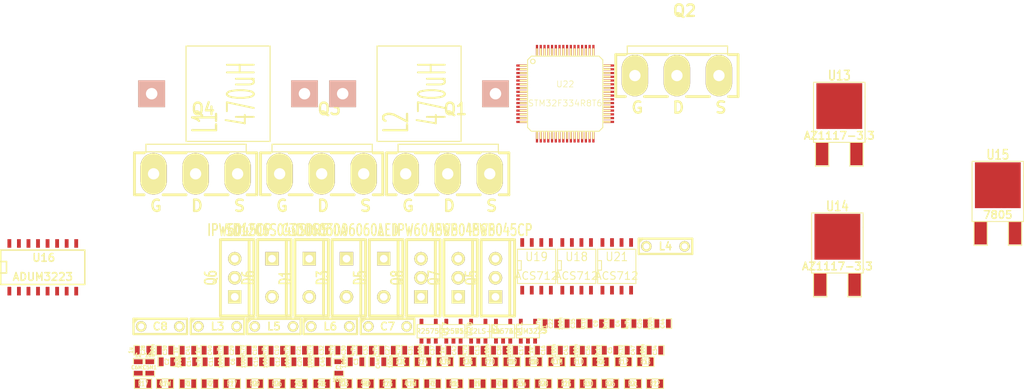
<source format=kicad_pcb>
(kicad_pcb (version 3) (host pcbnew "(2013-07-07 BZR 4022)-stable")

  (general
    (links 177)
    (no_connects 177)
    (area 0 0 0 0)
    (thickness 1.6)
    (drawings 0)
    (tracks 0)
    (zones 0)
    (modules 112)
    (nets 105)
  )

  (page A3)
  (layers
    (15 F.Cu signal)
    (0 B.Cu signal)
    (16 B.Adhes user)
    (17 F.Adhes user)
    (18 B.Paste user)
    (19 F.Paste user)
    (20 B.SilkS user)
    (21 F.SilkS user)
    (22 B.Mask user)
    (23 F.Mask user)
    (24 Dwgs.User user)
    (25 Cmts.User user)
    (26 Eco1.User user)
    (27 Eco2.User user)
    (28 Edge.Cuts user)
  )

  (setup
    (last_trace_width 0.254)
    (trace_clearance 0.254)
    (zone_clearance 0.508)
    (zone_45_only no)
    (trace_min 0.254)
    (segment_width 0.2)
    (edge_width 0.15)
    (via_size 0.889)
    (via_drill 0.635)
    (via_min_size 0.889)
    (via_min_drill 0.508)
    (uvia_size 0.508)
    (uvia_drill 0.127)
    (uvias_allowed no)
    (uvia_min_size 0.508)
    (uvia_min_drill 0.127)
    (pcb_text_width 0.3)
    (pcb_text_size 1.5 1.5)
    (mod_edge_width 0.15)
    (mod_text_size 1.5 1.5)
    (mod_text_width 0.15)
    (pad_size 1.524 1.524)
    (pad_drill 0.762)
    (pad_to_mask_clearance 0.2)
    (aux_axis_origin 0 0)
    (visible_elements FFFFFFBF)
    (pcbplotparams
      (layerselection 3178497)
      (usegerberextensions true)
      (excludeedgelayer true)
      (linewidth 0.100000)
      (plotframeref false)
      (viasonmask false)
      (mode 1)
      (useauxorigin false)
      (hpglpennumber 1)
      (hpglpenspeed 20)
      (hpglpendiameter 15)
      (hpglpenoverlay 2)
      (psnegative false)
      (psa4output false)
      (plotreference true)
      (plotvalue true)
      (plotothertext true)
      (plotinvisibletext false)
      (padsonsilk false)
      (subtractmaskfromsilk false)
      (outputformat 1)
      (mirror false)
      (drillshape 1)
      (scaleselection 1)
      (outputdirectory ""))
  )

  (net 0 "")
  (net 1 /B1)
  (net 2 /H1_HON)
  (net 3 /H1_LON)
  (net 4 /H2_HON)
  (net 5 /H2_LON)
  (net 6 /M_I175)
  (net 7 /M_I225)
  (net 8 /M_IH1)
  (net 9 /M_IHFL)
  (net 10 /M_IOUT1)
  (net 11 /M_IOUT2)
  (net 12 /ON225)
  (net 13 /PA1)
  (net 14 /PA10)
  (net 15 /PA11)
  (net 16 /PA13)
  (net 17 /PA14)
  (net 18 /PA2)
  (net 19 /PA3)
  (net 20 /PA5)
  (net 21 /PA6)
  (net 22 /PA8)
  (net 23 /PA9)
  (net 24 /PB0)
  (net 25 /PB1)
  (net 26 /PB12)
  (net 27 /PB14)
  (net 28 /PB15)
  (net 29 /PB2)
  (net 30 /PB3)
  (net 31 /PB8)
  (net 32 /PB9)
  (net 33 /PC10)
  (net 34 /inverter_microcontroller/BOO0)
  (net 35 /inverter_microcontroller/NRST)
  (net 36 /inverter_microcontroller/PD2)
  (net 37 /inverter_microcontroller/VBAT)
  (net 38 /inverter_microcontroller/VDD)
  (net 39 /inverter_microcontroller/VSS)
  (net 40 DIS)
  (net 41 GNDA)
  (net 42 GND_12)
  (net 43 GND_A)
  (net 44 GND_D)
  (net 45 GND_P)
  (net 46 N-0000010)
  (net 47 N-00000122)
  (net 48 N-00000127)
  (net 49 N-00000128)
  (net 50 N-00000130)
  (net 51 N-00000133)
  (net 52 N-00000136)
  (net 53 N-00000137)
  (net 54 N-0000014)
  (net 55 N-00000141)
  (net 56 N-0000015)
  (net 57 N-0000016)
  (net 58 N-0000017)
  (net 59 N-0000020)
  (net 60 N-0000021)
  (net 61 N-0000022)
  (net 62 N-0000023)
  (net 63 N-0000024)
  (net 64 N-0000025)
  (net 65 N-000003)
  (net 66 N-0000034)
  (net 67 N-0000035)
  (net 68 N-0000036)
  (net 69 N-0000037)
  (net 70 N-0000039)
  (net 71 N-000004)
  (net 72 N-0000042)
  (net 73 N-0000043)
  (net 74 N-0000044)
  (net 75 N-0000045)
  (net 76 N-0000047)
  (net 77 N-0000048)
  (net 78 N-0000049)
  (net 79 N-0000050)
  (net 80 N-0000053)
  (net 81 N-0000054)
  (net 82 N-0000055)
  (net 83 N-0000057)
  (net 84 N-0000059)
  (net 85 N-000006)
  (net 86 N-000007)
  (net 87 N-0000072)
  (net 88 N-0000073)
  (net 89 N-0000076)
  (net 90 N-000008)
  (net 91 N-0000083)
  (net 92 N-0000086)
  (net 93 N-0000087)
  (net 94 N-0000088)
  (net 95 N-000009)
  (net 96 V175)
  (net 97 V225)
  (net 98 V400+)
  (net 99 VCC12)
  (net 100 VCC3_A)
  (net 101 VCC5)
  (net 102 VCC5A)
  (net 103 VDD3_A)
  (net 104 VDD3_D)

  (net_class Default "This is the default net class."
    (clearance 0.254)
    (trace_width 0.254)
    (via_dia 0.889)
    (via_drill 0.635)
    (uvia_dia 0.508)
    (uvia_drill 0.127)
    (add_net "")
    (add_net /B1)
    (add_net /H1_HON)
    (add_net /H1_LON)
    (add_net /H2_HON)
    (add_net /H2_LON)
    (add_net /M_I175)
    (add_net /M_I225)
    (add_net /M_IH1)
    (add_net /M_IHFL)
    (add_net /M_IOUT1)
    (add_net /M_IOUT2)
    (add_net /ON225)
    (add_net /PA1)
    (add_net /PA10)
    (add_net /PA11)
    (add_net /PA13)
    (add_net /PA14)
    (add_net /PA2)
    (add_net /PA3)
    (add_net /PA5)
    (add_net /PA6)
    (add_net /PA8)
    (add_net /PA9)
    (add_net /PB0)
    (add_net /PB1)
    (add_net /PB12)
    (add_net /PB14)
    (add_net /PB15)
    (add_net /PB2)
    (add_net /PB3)
    (add_net /PB8)
    (add_net /PB9)
    (add_net /PC10)
    (add_net /inverter_microcontroller/BOO0)
    (add_net /inverter_microcontroller/NRST)
    (add_net /inverter_microcontroller/PD2)
    (add_net /inverter_microcontroller/VBAT)
    (add_net /inverter_microcontroller/VDD)
    (add_net /inverter_microcontroller/VSS)
    (add_net DIS)
    (add_net GNDA)
    (add_net GND_12)
    (add_net GND_A)
    (add_net GND_D)
    (add_net GND_P)
    (add_net N-0000010)
    (add_net N-00000122)
    (add_net N-00000127)
    (add_net N-00000128)
    (add_net N-00000130)
    (add_net N-00000133)
    (add_net N-00000136)
    (add_net N-00000137)
    (add_net N-0000014)
    (add_net N-00000141)
    (add_net N-0000015)
    (add_net N-0000016)
    (add_net N-0000017)
    (add_net N-0000020)
    (add_net N-0000021)
    (add_net N-0000022)
    (add_net N-0000023)
    (add_net N-0000024)
    (add_net N-0000025)
    (add_net N-000003)
    (add_net N-0000034)
    (add_net N-0000035)
    (add_net N-0000036)
    (add_net N-0000037)
    (add_net N-0000039)
    (add_net N-000004)
    (add_net N-0000042)
    (add_net N-0000043)
    (add_net N-0000044)
    (add_net N-0000045)
    (add_net N-0000047)
    (add_net N-0000048)
    (add_net N-0000049)
    (add_net N-0000050)
    (add_net N-0000053)
    (add_net N-0000054)
    (add_net N-0000055)
    (add_net N-0000057)
    (add_net N-0000059)
    (add_net N-000006)
    (add_net N-000007)
    (add_net N-0000072)
    (add_net N-0000073)
    (add_net N-0000076)
    (add_net N-000008)
    (add_net N-0000083)
    (add_net N-0000086)
    (add_net N-0000087)
    (add_net N-0000088)
    (add_net N-000009)
    (add_net V175)
    (add_net V225)
    (add_net V400+)
    (add_net VCC12)
    (add_net VCC3_A)
    (add_net VCC5)
    (add_net VCC5A)
    (add_net VDD3_A)
    (add_net VDD3_D)
  )

  (module TO220_VERT_GDS (layer F.Cu) (tedit 54D467AD) (tstamp 55AB0A7C)
    (at 217.932 165.354)
    (descr "MOSFET Transistor")
    (tags "TR TO220")
    (path /55A2768B)
    (fp_text reference Q6 (at -3.175 0 90) (layer F.SilkS)
      (effects (font (size 1.524 1.016) (thickness 0.2032)))
    )
    (fp_text value IPW6045CP (at 0.635 -6.35) (layer F.SilkS)
      (effects (font (size 1.524 1.016) (thickness 0.2032)))
    )
    (fp_line (start 1.905 -5.08) (end 2.54 -5.08) (layer F.SilkS) (width 0.381))
    (fp_line (start 2.54 -5.08) (end 2.54 5.08) (layer F.SilkS) (width 0.381))
    (fp_line (start 2.54 5.08) (end 1.905 5.08) (layer F.SilkS) (width 0.381))
    (fp_line (start -1.905 -5.08) (end 1.905 -5.08) (layer F.SilkS) (width 0.381))
    (fp_line (start 1.905 -5.08) (end 1.905 5.08) (layer F.SilkS) (width 0.381))
    (fp_line (start 1.905 5.08) (end -1.905 5.08) (layer F.SilkS) (width 0.381))
    (fp_line (start -1.905 5.08) (end -1.905 -5.08) (layer F.SilkS) (width 0.381))
    (pad G thru_hole circle (at 0 -2.54) (size 1.778 1.778) (drill 1.016)
      (layers *.Cu *.Mask F.SilkS)
    )
    (pad D thru_hole circle (at 0 0) (size 1.778 1.778) (drill 1.016)
      (layers *.Cu *.Mask F.SilkS)
    )
    (pad S thru_hole rect (at 0 2.54) (size 1.778 1.778) (drill 1.016)
      (layers *.Cu *.Mask F.SilkS)
    )
  )

  (module TO220_VERT_GDS (layer F.Cu) (tedit 54D467AD) (tstamp 55AB0A8A)
    (at 252.603 165.354)
    (descr "MOSFET Transistor")
    (tags "TR TO220")
    (path /55A27B4F)
    (fp_text reference Q5 (at -3.175 0 90) (layer F.SilkS)
      (effects (font (size 1.524 1.016) (thickness 0.2032)))
    )
    (fp_text value IPW6045CP (at 0.635 -6.35) (layer F.SilkS)
      (effects (font (size 1.524 1.016) (thickness 0.2032)))
    )
    (fp_line (start 1.905 -5.08) (end 2.54 -5.08) (layer F.SilkS) (width 0.381))
    (fp_line (start 2.54 -5.08) (end 2.54 5.08) (layer F.SilkS) (width 0.381))
    (fp_line (start 2.54 5.08) (end 1.905 5.08) (layer F.SilkS) (width 0.381))
    (fp_line (start -1.905 -5.08) (end 1.905 -5.08) (layer F.SilkS) (width 0.381))
    (fp_line (start 1.905 -5.08) (end 1.905 5.08) (layer F.SilkS) (width 0.381))
    (fp_line (start 1.905 5.08) (end -1.905 5.08) (layer F.SilkS) (width 0.381))
    (fp_line (start -1.905 5.08) (end -1.905 -5.08) (layer F.SilkS) (width 0.381))
    (pad G thru_hole circle (at 0 -2.54) (size 1.778 1.778) (drill 1.016)
      (layers *.Cu *.Mask F.SilkS)
    )
    (pad D thru_hole circle (at 0 0) (size 1.778 1.778) (drill 1.016)
      (layers *.Cu *.Mask F.SilkS)
    )
    (pad S thru_hole rect (at 0 2.54) (size 1.778 1.778) (drill 1.016)
      (layers *.Cu *.Mask F.SilkS)
    )
  )

  (module TO220_VERT_GDS (layer F.Cu) (tedit 54D467AD) (tstamp 55AB0A98)
    (at 247.65 165.354)
    (descr "MOSFET Transistor")
    (tags "TR TO220")
    (path /55A3A845)
    (fp_text reference Q7 (at -3.175 0 90) (layer F.SilkS)
      (effects (font (size 1.524 1.016) (thickness 0.2032)))
    )
    (fp_text value IPW6045CP (at 0.635 -6.35) (layer F.SilkS)
      (effects (font (size 1.524 1.016) (thickness 0.2032)))
    )
    (fp_line (start 1.905 -5.08) (end 2.54 -5.08) (layer F.SilkS) (width 0.381))
    (fp_line (start 2.54 -5.08) (end 2.54 5.08) (layer F.SilkS) (width 0.381))
    (fp_line (start 2.54 5.08) (end 1.905 5.08) (layer F.SilkS) (width 0.381))
    (fp_line (start -1.905 -5.08) (end 1.905 -5.08) (layer F.SilkS) (width 0.381))
    (fp_line (start 1.905 -5.08) (end 1.905 5.08) (layer F.SilkS) (width 0.381))
    (fp_line (start 1.905 5.08) (end -1.905 5.08) (layer F.SilkS) (width 0.381))
    (fp_line (start -1.905 5.08) (end -1.905 -5.08) (layer F.SilkS) (width 0.381))
    (pad G thru_hole circle (at 0 -2.54) (size 1.778 1.778) (drill 1.016)
      (layers *.Cu *.Mask F.SilkS)
    )
    (pad D thru_hole circle (at 0 0) (size 1.778 1.778) (drill 1.016)
      (layers *.Cu *.Mask F.SilkS)
    )
    (pad S thru_hole rect (at 0 2.54) (size 1.778 1.778) (drill 1.016)
      (layers *.Cu *.Mask F.SilkS)
    )
  )

  (module TO220_VERT_GDS (layer F.Cu) (tedit 54D467AD) (tstamp 55AB0AA6)
    (at 242.697 165.354)
    (descr "MOSFET Transistor")
    (tags "TR TO220")
    (path /55A3A857)
    (fp_text reference Q8 (at -3.175 0 90) (layer F.SilkS)
      (effects (font (size 1.524 1.016) (thickness 0.2032)))
    )
    (fp_text value IPW6045CP (at 0.635 -6.35) (layer F.SilkS)
      (effects (font (size 1.524 1.016) (thickness 0.2032)))
    )
    (fp_line (start 1.905 -5.08) (end 2.54 -5.08) (layer F.SilkS) (width 0.381))
    (fp_line (start 2.54 -5.08) (end 2.54 5.08) (layer F.SilkS) (width 0.381))
    (fp_line (start 2.54 5.08) (end 1.905 5.08) (layer F.SilkS) (width 0.381))
    (fp_line (start -1.905 -5.08) (end 1.905 -5.08) (layer F.SilkS) (width 0.381))
    (fp_line (start 1.905 -5.08) (end 1.905 5.08) (layer F.SilkS) (width 0.381))
    (fp_line (start 1.905 5.08) (end -1.905 5.08) (layer F.SilkS) (width 0.381))
    (fp_line (start -1.905 5.08) (end -1.905 -5.08) (layer F.SilkS) (width 0.381))
    (pad G thru_hole circle (at 0 -2.54) (size 1.778 1.778) (drill 1.016)
      (layers *.Cu *.Mask F.SilkS)
    )
    (pad D thru_hole circle (at 0 0) (size 1.778 1.778) (drill 1.016)
      (layers *.Cu *.Mask F.SilkS)
    )
    (pad S thru_hole rect (at 0 2.54) (size 1.778 1.778) (drill 1.016)
      (layers *.Cu *.Mask F.SilkS)
    )
  )

  (module TO220_VERT_2 (layer F.Cu) (tedit 54DC5159) (tstamp 55AB0AB3)
    (at 237.744 165.354)
    (descr "Diode TO220")
    (tags "DIODE TO220")
    (path /55A89BC1)
    (fp_text reference D5 (at -3.175 0 90) (layer F.SilkS)
      (effects (font (size 1.524 1.016) (thickness 0.2032)))
    )
    (fp_text value LED (at 0.635 -6.35) (layer F.SilkS)
      (effects (font (size 1.524 1.016) (thickness 0.2032)))
    )
    (fp_line (start 1.905 -5.08) (end 2.54 -5.08) (layer F.SilkS) (width 0.381))
    (fp_line (start 2.54 -5.08) (end 2.54 5.08) (layer F.SilkS) (width 0.381))
    (fp_line (start 2.54 5.08) (end 1.905 5.08) (layer F.SilkS) (width 0.381))
    (fp_line (start -1.905 -5.08) (end 1.905 -5.08) (layer F.SilkS) (width 0.381))
    (fp_line (start 1.905 -5.08) (end 1.905 5.08) (layer F.SilkS) (width 0.381))
    (fp_line (start 1.905 5.08) (end -1.905 5.08) (layer F.SilkS) (width 0.381))
    (fp_line (start -1.905 5.08) (end -1.905 -5.08) (layer F.SilkS) (width 0.381))
    (pad 2 thru_hole circle (at 0 2.54) (size 1.778 1.778) (drill 1.016)
      (layers *.Cu *.Mask F.SilkS)
      (net 44 GND_D)
    )
    (pad 1 thru_hole rect (at 0 -2.54) (size 1.778 1.778) (drill 1.016)
      (layers *.Cu *.Mask F.SilkS)
      (net 89 N-0000076)
    )
  )

  (module TO220_VERT_2 (layer F.Cu) (tedit 54DC5159) (tstamp 55AB0AC0)
    (at 232.791 165.354)
    (descr "Diode TO220")
    (tags "DIODE TO220")
    (path /54B1DC29)
    (fp_text reference D3 (at -3.175 0 90) (layer F.SilkS)
      (effects (font (size 1.524 1.016) (thickness 0.2032)))
    )
    (fp_text value C3D06060A (at 0.635 -6.35) (layer F.SilkS)
      (effects (font (size 1.524 1.016) (thickness 0.2032)))
    )
    (fp_line (start 1.905 -5.08) (end 2.54 -5.08) (layer F.SilkS) (width 0.381))
    (fp_line (start 2.54 -5.08) (end 2.54 5.08) (layer F.SilkS) (width 0.381))
    (fp_line (start 2.54 5.08) (end 1.905 5.08) (layer F.SilkS) (width 0.381))
    (fp_line (start -1.905 -5.08) (end 1.905 -5.08) (layer F.SilkS) (width 0.381))
    (fp_line (start 1.905 -5.08) (end 1.905 5.08) (layer F.SilkS) (width 0.381))
    (fp_line (start 1.905 5.08) (end -1.905 5.08) (layer F.SilkS) (width 0.381))
    (fp_line (start -1.905 5.08) (end -1.905 -5.08) (layer F.SilkS) (width 0.381))
    (pad 2 thru_hole circle (at 0 2.54) (size 1.778 1.778) (drill 1.016)
      (layers *.Cu *.Mask F.SilkS)
      (net 75 N-0000045)
    )
    (pad 1 thru_hole rect (at 0 -2.54) (size 1.778 1.778) (drill 1.016)
      (layers *.Cu *.Mask F.SilkS)
      (net 67 N-0000035)
    )
  )

  (module TO220_VERT_2 (layer F.Cu) (tedit 54DC5159) (tstamp 55AB0ACD)
    (at 227.838 165.354)
    (descr "Diode TO220")
    (tags "DIODE TO220")
    (path /55A3D961)
    (fp_text reference D1 (at -3.175 0 90) (layer F.SilkS)
      (effects (font (size 1.524 1.016) (thickness 0.2032)))
    )
    (fp_text value C3D06060A (at 0.635 -6.35) (layer F.SilkS)
      (effects (font (size 1.524 1.016) (thickness 0.2032)))
    )
    (fp_line (start 1.905 -5.08) (end 2.54 -5.08) (layer F.SilkS) (width 0.381))
    (fp_line (start 2.54 -5.08) (end 2.54 5.08) (layer F.SilkS) (width 0.381))
    (fp_line (start 2.54 5.08) (end 1.905 5.08) (layer F.SilkS) (width 0.381))
    (fp_line (start -1.905 -5.08) (end 1.905 -5.08) (layer F.SilkS) (width 0.381))
    (fp_line (start 1.905 -5.08) (end 1.905 5.08) (layer F.SilkS) (width 0.381))
    (fp_line (start 1.905 5.08) (end -1.905 5.08) (layer F.SilkS) (width 0.381))
    (fp_line (start -1.905 5.08) (end -1.905 -5.08) (layer F.SilkS) (width 0.381))
    (pad 2 thru_hole circle (at 0 2.54) (size 1.778 1.778) (drill 1.016)
      (layers *.Cu *.Mask F.SilkS)
      (net 98 V400+)
    )
    (pad 1 thru_hole rect (at 0 -2.54) (size 1.778 1.778) (drill 1.016)
      (layers *.Cu *.Mask F.SilkS)
      (net 60 N-0000021)
    )
  )

  (module TO220_VERT_2 (layer F.Cu) (tedit 54DC5159) (tstamp 55AB0ADA)
    (at 222.885 165.354)
    (descr "Diode TO220")
    (tags "DIODE TO220")
    (path /55A3EF66/55B7B58B)
    (fp_text reference D6 (at -3.175 0 90) (layer F.SilkS)
      (effects (font (size 1.524 1.016) (thickness 0.2032)))
    )
    (fp_text value SD1206S040S0R5 (at 0.635 -6.35) (layer F.SilkS)
      (effects (font (size 1.524 1.016) (thickness 0.2032)))
    )
    (fp_line (start 1.905 -5.08) (end 2.54 -5.08) (layer F.SilkS) (width 0.381))
    (fp_line (start 2.54 -5.08) (end 2.54 5.08) (layer F.SilkS) (width 0.381))
    (fp_line (start 2.54 5.08) (end 1.905 5.08) (layer F.SilkS) (width 0.381))
    (fp_line (start -1.905 -5.08) (end 1.905 -5.08) (layer F.SilkS) (width 0.381))
    (fp_line (start 1.905 -5.08) (end 1.905 5.08) (layer F.SilkS) (width 0.381))
    (fp_line (start 1.905 5.08) (end -1.905 5.08) (layer F.SilkS) (width 0.381))
    (fp_line (start -1.905 5.08) (end -1.905 -5.08) (layer F.SilkS) (width 0.381))
    (pad 2 thru_hole circle (at 0 2.54) (size 1.778 1.778) (drill 1.016)
      (layers *.Cu *.Mask F.SilkS)
      (net 55 N-00000141)
    )
    (pad 1 thru_hole rect (at 0 -2.54) (size 1.778 1.778) (drill 1.016)
      (layers *.Cu *.Mask F.SilkS)
      (net 38 /inverter_microcontroller/VDD)
    )
  )

  (module TO-247_Vertical_FET-GDS_largePads (layer F.Cu) (tedit 542B9534) (tstamp 55AB0AF2)
    (at 276.733 138.43)
    (descr "TO-247 TO-218 TOP-3 FET 1=Gate 2=Drain 3=Source Vertical, large Pads")
    (tags "Transistor FET TO-247 TO-218 TOP-3 Vertical")
    (path /55A3D864)
    (fp_text reference Q2 (at 1.016 -8.636) (layer F.SilkS)
      (effects (font (size 1.524 1.524) (thickness 0.3048)))
    )
    (fp_text value C3M0065090D (at -1.016 8.128) (layer F.SilkS) hide
      (effects (font (size 1.524 1.524) (thickness 0.3048)))
    )
    (fp_line (start -6.604 -2.794) (end -6.604 -3.937) (layer F.SilkS) (width 0.15))
    (fp_line (start -6.604 -3.937) (end 6.731 -3.937) (layer F.SilkS) (width 0.15))
    (fp_line (start 6.731 -3.937) (end 6.731 -2.921) (layer F.SilkS) (width 0.15))
    (fp_line (start 6.731 -2.921) (end -6.731 -2.921) (layer F.SilkS) (width 0.15))
    (fp_line (start 6.858 2.794) (end 8.128 2.794) (layer F.SilkS) (width 0.381))
    (fp_line (start 1.27 2.794) (end 4.318 2.794) (layer F.SilkS) (width 0.381))
    (fp_line (start -4.318 2.794) (end -1.27 2.794) (layer F.SilkS) (width 0.381))
    (fp_line (start -6.858 2.794) (end -8.128 2.794) (layer F.SilkS) (width 0.381))
    (fp_line (start 6.858 -2.794) (end 8.128 -2.794) (layer F.SilkS) (width 0.381))
    (fp_line (start 1.27 -2.794) (end 4.318 -2.794) (layer F.SilkS) (width 0.381))
    (fp_line (start -4.318 -2.794) (end -1.27 -2.794) (layer F.SilkS) (width 0.381))
    (fp_line (start -6.858 -2.794) (end -8.128 -2.794) (layer F.SilkS) (width 0.381))
    (fp_text user S (at 5.842 4.2545) (layer F.SilkS)
      (effects (font (size 1.50114 1.50114) (thickness 0.29972)))
    )
    (fp_text user D (at 0.1905 4.2545) (layer F.SilkS)
      (effects (font (size 1.50114 1.50114) (thickness 0.29972)))
    )
    (fp_text user G (at -5.2705 4.2545) (layer F.SilkS)
      (effects (font (size 1.50114 1.50114) (thickness 0.29972)))
    )
    (fp_line (start 8.128 2.794) (end 8.128 -2.794) (layer F.SilkS) (width 0.381))
    (fp_line (start -8.128 -2.794) (end -8.128 2.794) (layer F.SilkS) (width 0.381))
    (pad 1 thru_hole oval (at 0 0 90) (size 5.50164 3.50012) (drill 1.50114)
      (layers *.Cu *.Mask F.SilkS)
      (net 98 V400+)
    )
    (pad 2 thru_hole oval (at -5.588 0 90) (size 5.50164 3.50012) (drill 1.50114)
      (layers *.Cu *.Mask F.SilkS)
      (net 54 N-0000014)
    )
    (pad 3 thru_hole oval (at 5.588 0 90) (size 5.50164 3.50012) (drill 1.50114)
      (layers *.Cu *.Mask F.SilkS)
      (net 91 N-0000083)
    )
    (model discret/to247ac_vert.wrl
      (at (xyz 0 0 0))
      (scale (xyz 4 4 4))
      (rotate (xyz 0 0 0))
    )
    (model to-xxx-packages/to247V.wrl
      (at (xyz 0 0 0))
      (scale (xyz 1 1 1))
      (rotate (xyz 0 0 0))
    )
  )

  (module TO-247_Vertical_FET-GDS_largePads (layer F.Cu) (tedit 542B9534) (tstamp 55AB0B0A)
    (at 212.725 151.511)
    (descr "TO-247 TO-218 TOP-3 FET 1=Gate 2=Drain 3=Source Vertical, large Pads")
    (tags "Transistor FET TO-247 TO-218 TOP-3 Vertical")
    (path /55A27B74)
    (fp_text reference Q4 (at 1.016 -8.636) (layer F.SilkS)
      (effects (font (size 1.524 1.524) (thickness 0.3048)))
    )
    (fp_text value C3M0065090D (at -1.016 8.128) (layer F.SilkS) hide
      (effects (font (size 1.524 1.524) (thickness 0.3048)))
    )
    (fp_line (start -6.604 -2.794) (end -6.604 -3.937) (layer F.SilkS) (width 0.15))
    (fp_line (start -6.604 -3.937) (end 6.731 -3.937) (layer F.SilkS) (width 0.15))
    (fp_line (start 6.731 -3.937) (end 6.731 -2.921) (layer F.SilkS) (width 0.15))
    (fp_line (start 6.731 -2.921) (end -6.731 -2.921) (layer F.SilkS) (width 0.15))
    (fp_line (start 6.858 2.794) (end 8.128 2.794) (layer F.SilkS) (width 0.381))
    (fp_line (start 1.27 2.794) (end 4.318 2.794) (layer F.SilkS) (width 0.381))
    (fp_line (start -4.318 2.794) (end -1.27 2.794) (layer F.SilkS) (width 0.381))
    (fp_line (start -6.858 2.794) (end -8.128 2.794) (layer F.SilkS) (width 0.381))
    (fp_line (start 6.858 -2.794) (end 8.128 -2.794) (layer F.SilkS) (width 0.381))
    (fp_line (start 1.27 -2.794) (end 4.318 -2.794) (layer F.SilkS) (width 0.381))
    (fp_line (start -4.318 -2.794) (end -1.27 -2.794) (layer F.SilkS) (width 0.381))
    (fp_line (start -6.858 -2.794) (end -8.128 -2.794) (layer F.SilkS) (width 0.381))
    (fp_text user S (at 5.842 4.2545) (layer F.SilkS)
      (effects (font (size 1.50114 1.50114) (thickness 0.29972)))
    )
    (fp_text user D (at 0.1905 4.2545) (layer F.SilkS)
      (effects (font (size 1.50114 1.50114) (thickness 0.29972)))
    )
    (fp_text user G (at -5.2705 4.2545) (layer F.SilkS)
      (effects (font (size 1.50114 1.50114) (thickness 0.29972)))
    )
    (fp_line (start 8.128 2.794) (end 8.128 -2.794) (layer F.SilkS) (width 0.381))
    (fp_line (start -8.128 -2.794) (end -8.128 2.794) (layer F.SilkS) (width 0.381))
    (pad 1 thru_hole oval (at 0 0 90) (size 5.50164 3.50012) (drill 1.50114)
      (layers *.Cu *.Mask F.SilkS)
      (net 66 N-0000034)
    )
    (pad 2 thru_hole oval (at -5.588 0 90) (size 5.50164 3.50012) (drill 1.50114)
      (layers *.Cu *.Mask F.SilkS)
      (net 73 N-0000043)
    )
    (pad 3 thru_hole oval (at 5.588 0 90) (size 5.50164 3.50012) (drill 1.50114)
      (layers *.Cu *.Mask F.SilkS)
      (net 96 V175)
    )
    (model discret/to247ac_vert.wrl
      (at (xyz 0 0 0))
      (scale (xyz 4 4 4))
      (rotate (xyz 0 0 0))
    )
    (model to-xxx-packages/to247V.wrl
      (at (xyz 0 0 0))
      (scale (xyz 1 1 1))
      (rotate (xyz 0 0 0))
    )
  )

  (module TO-247_Vertical_FET-GDS_largePads (layer F.Cu) (tedit 542B9534) (tstamp 55AB0B22)
    (at 229.489 151.511)
    (descr "TO-247 TO-218 TOP-3 FET 1=Gate 2=Drain 3=Source Vertical, large Pads")
    (tags "Transistor FET TO-247 TO-218 TOP-3 Vertical")
    (path /55A27B5E)
    (fp_text reference Q3 (at 1.016 -8.636) (layer F.SilkS)
      (effects (font (size 1.524 1.524) (thickness 0.3048)))
    )
    (fp_text value C3M0065090D (at -1.016 8.128) (layer F.SilkS) hide
      (effects (font (size 1.524 1.524) (thickness 0.3048)))
    )
    (fp_line (start -6.604 -2.794) (end -6.604 -3.937) (layer F.SilkS) (width 0.15))
    (fp_line (start -6.604 -3.937) (end 6.731 -3.937) (layer F.SilkS) (width 0.15))
    (fp_line (start 6.731 -3.937) (end 6.731 -2.921) (layer F.SilkS) (width 0.15))
    (fp_line (start 6.731 -2.921) (end -6.731 -2.921) (layer F.SilkS) (width 0.15))
    (fp_line (start 6.858 2.794) (end 8.128 2.794) (layer F.SilkS) (width 0.381))
    (fp_line (start 1.27 2.794) (end 4.318 2.794) (layer F.SilkS) (width 0.381))
    (fp_line (start -4.318 2.794) (end -1.27 2.794) (layer F.SilkS) (width 0.381))
    (fp_line (start -6.858 2.794) (end -8.128 2.794) (layer F.SilkS) (width 0.381))
    (fp_line (start 6.858 -2.794) (end 8.128 -2.794) (layer F.SilkS) (width 0.381))
    (fp_line (start 1.27 -2.794) (end 4.318 -2.794) (layer F.SilkS) (width 0.381))
    (fp_line (start -4.318 -2.794) (end -1.27 -2.794) (layer F.SilkS) (width 0.381))
    (fp_line (start -6.858 -2.794) (end -8.128 -2.794) (layer F.SilkS) (width 0.381))
    (fp_text user S (at 5.842 4.2545) (layer F.SilkS)
      (effects (font (size 1.50114 1.50114) (thickness 0.29972)))
    )
    (fp_text user D (at 0.1905 4.2545) (layer F.SilkS)
      (effects (font (size 1.50114 1.50114) (thickness 0.29972)))
    )
    (fp_text user G (at -5.2705 4.2545) (layer F.SilkS)
      (effects (font (size 1.50114 1.50114) (thickness 0.29972)))
    )
    (fp_line (start 8.128 2.794) (end 8.128 -2.794) (layer F.SilkS) (width 0.381))
    (fp_line (start -8.128 -2.794) (end -8.128 2.794) (layer F.SilkS) (width 0.381))
    (pad 1 thru_hole oval (at 0 0 90) (size 5.50164 3.50012) (drill 1.50114)
      (layers *.Cu *.Mask F.SilkS)
      (net 97 V225)
    )
    (pad 2 thru_hole oval (at -5.588 0 90) (size 5.50164 3.50012) (drill 1.50114)
      (layers *.Cu *.Mask F.SilkS)
      (net 64 N-0000025)
    )
    (pad 3 thru_hole oval (at 5.588 0 90) (size 5.50164 3.50012) (drill 1.50114)
      (layers *.Cu *.Mask F.SilkS)
      (net 75 N-0000045)
    )
    (model discret/to247ac_vert.wrl
      (at (xyz 0 0 0))
      (scale (xyz 4 4 4))
      (rotate (xyz 0 0 0))
    )
    (model to-xxx-packages/to247V.wrl
      (at (xyz 0 0 0))
      (scale (xyz 1 1 1))
      (rotate (xyz 0 0 0))
    )
  )

  (module TO-247_Vertical_FET-GDS_largePads (layer F.Cu) (tedit 542B9534) (tstamp 55AB0B3A)
    (at 246.253 151.511)
    (descr "TO-247 TO-218 TOP-3 FET 1=Gate 2=Drain 3=Source Vertical, large Pads")
    (tags "Transistor FET TO-247 TO-218 TOP-3 Vertical")
    (path /55A3D852)
    (fp_text reference Q1 (at 1.016 -8.636) (layer F.SilkS)
      (effects (font (size 1.524 1.524) (thickness 0.3048)))
    )
    (fp_text value C3M0065090D (at -1.016 8.128) (layer F.SilkS) hide
      (effects (font (size 1.524 1.524) (thickness 0.3048)))
    )
    (fp_line (start -6.604 -2.794) (end -6.604 -3.937) (layer F.SilkS) (width 0.15))
    (fp_line (start -6.604 -3.937) (end 6.731 -3.937) (layer F.SilkS) (width 0.15))
    (fp_line (start 6.731 -3.937) (end 6.731 -2.921) (layer F.SilkS) (width 0.15))
    (fp_line (start 6.731 -2.921) (end -6.731 -2.921) (layer F.SilkS) (width 0.15))
    (fp_line (start 6.858 2.794) (end 8.128 2.794) (layer F.SilkS) (width 0.381))
    (fp_line (start 1.27 2.794) (end 4.318 2.794) (layer F.SilkS) (width 0.381))
    (fp_line (start -4.318 2.794) (end -1.27 2.794) (layer F.SilkS) (width 0.381))
    (fp_line (start -6.858 2.794) (end -8.128 2.794) (layer F.SilkS) (width 0.381))
    (fp_line (start 6.858 -2.794) (end 8.128 -2.794) (layer F.SilkS) (width 0.381))
    (fp_line (start 1.27 -2.794) (end 4.318 -2.794) (layer F.SilkS) (width 0.381))
    (fp_line (start -4.318 -2.794) (end -1.27 -2.794) (layer F.SilkS) (width 0.381))
    (fp_line (start -6.858 -2.794) (end -8.128 -2.794) (layer F.SilkS) (width 0.381))
    (fp_text user S (at 5.842 4.2545) (layer F.SilkS)
      (effects (font (size 1.50114 1.50114) (thickness 0.29972)))
    )
    (fp_text user D (at 0.1905 4.2545) (layer F.SilkS)
      (effects (font (size 1.50114 1.50114) (thickness 0.29972)))
    )
    (fp_text user G (at -5.2705 4.2545) (layer F.SilkS)
      (effects (font (size 1.50114 1.50114) (thickness 0.29972)))
    )
    (fp_line (start 8.128 2.794) (end 8.128 -2.794) (layer F.SilkS) (width 0.381))
    (fp_line (start -8.128 -2.794) (end -8.128 2.794) (layer F.SilkS) (width 0.381))
    (pad 1 thru_hole oval (at 0 0 90) (size 5.50164 3.50012) (drill 1.50114)
      (layers *.Cu *.Mask F.SilkS)
      (net 60 N-0000021)
    )
    (pad 2 thru_hole oval (at -5.588 0 90) (size 5.50164 3.50012) (drill 1.50114)
      (layers *.Cu *.Mask F.SilkS)
      (net 65 N-000003)
    )
    (pad 3 thru_hole oval (at 5.588 0 90) (size 5.50164 3.50012) (drill 1.50114)
      (layers *.Cu *.Mask F.SilkS)
      (net 45 GND_P)
    )
    (model discret/to247ac_vert.wrl
      (at (xyz 0 0 0))
      (scale (xyz 4 4 4))
      (rotate (xyz 0 0 0))
    )
    (model to-xxx-packages/to247V.wrl
      (at (xyz 0 0 0))
      (scale (xyz 1 1 1))
      (rotate (xyz 0 0 0))
    )
  )

  (module SOT23-5 (layer F.Cu) (tedit 4ECF78EF) (tstamp 55AB0B47)
    (at 243.713 172.466)
    (path /55A3B1A0)
    (attr smd)
    (fp_text reference U17 (at 2.19964 -0.29972 90) (layer F.SilkS)
      (effects (font (size 0.635 0.635) (thickness 0.127)))
    )
    (fp_text value IR25750 (at 0 0) (layer F.SilkS)
      (effects (font (size 0.635 0.635) (thickness 0.127)))
    )
    (fp_line (start 1.524 -0.889) (end 1.524 0.889) (layer F.SilkS) (width 0.127))
    (fp_line (start 1.524 0.889) (end -1.524 0.889) (layer F.SilkS) (width 0.127))
    (fp_line (start -1.524 0.889) (end -1.524 -0.889) (layer F.SilkS) (width 0.127))
    (fp_line (start -1.524 -0.889) (end 1.524 -0.889) (layer F.SilkS) (width 0.127))
    (pad 1 smd rect (at -0.9525 1.27) (size 0.508 0.762)
      (layers F.Cu F.Paste F.Mask)
    )
    (pad 3 smd rect (at 0.9525 1.27) (size 0.508 0.762)
      (layers F.Cu F.Paste F.Mask)
      (net 70 N-0000039)
    )
    (pad 5 smd rect (at -0.9525 -1.27) (size 0.508 0.762)
      (layers F.Cu F.Paste F.Mask)
      (net 53 N-00000137)
    )
    (pad 2 smd rect (at 0 1.27) (size 0.508 0.762)
      (layers F.Cu F.Paste F.Mask)
    )
    (pad 4 smd rect (at 0.9525 -1.27) (size 0.508 0.762)
      (layers F.Cu F.Paste F.Mask)
      (net 45 GND_P)
    )
    (model smd/SOT23_5.wrl
      (at (xyz 0 0 0))
      (scale (xyz 0.1 0.1 0.1))
      (rotate (xyz 0 0 0))
    )
  )

  (module SOT23-5 (layer F.Cu) (tedit 4ECF78EF) (tstamp 55AB0B54)
    (at 247.015 172.466)
    (path /55A3AE6B)
    (attr smd)
    (fp_text reference U20 (at 2.19964 -0.29972 90) (layer F.SilkS)
      (effects (font (size 0.635 0.635) (thickness 0.127)))
    )
    (fp_text value IR25750 (at 0 0) (layer F.SilkS)
      (effects (font (size 0.635 0.635) (thickness 0.127)))
    )
    (fp_line (start 1.524 -0.889) (end 1.524 0.889) (layer F.SilkS) (width 0.127))
    (fp_line (start 1.524 0.889) (end -1.524 0.889) (layer F.SilkS) (width 0.127))
    (fp_line (start -1.524 0.889) (end -1.524 -0.889) (layer F.SilkS) (width 0.127))
    (fp_line (start -1.524 -0.889) (end 1.524 -0.889) (layer F.SilkS) (width 0.127))
    (pad 1 smd rect (at -0.9525 1.27) (size 0.508 0.762)
      (layers F.Cu F.Paste F.Mask)
      (net 8 /M_IH1)
    )
    (pad 3 smd rect (at 0.9525 1.27) (size 0.508 0.762)
      (layers F.Cu F.Paste F.Mask)
      (net 69 N-0000037)
    )
    (pad 5 smd rect (at -0.9525 -1.27) (size 0.508 0.762)
      (layers F.Cu F.Paste F.Mask)
      (net 94 N-0000088)
    )
    (pad 2 smd rect (at 0 1.27) (size 0.508 0.762)
      (layers F.Cu F.Paste F.Mask)
    )
    (pad 4 smd rect (at 0.9525 -1.27) (size 0.508 0.762)
      (layers F.Cu F.Paste F.Mask)
      (net 45 GND_P)
    )
    (model smd/SOT23_5.wrl
      (at (xyz 0 0 0))
      (scale (xyz 0.1 0.1 0.1))
      (rotate (xyz 0 0 0))
    )
  )

  (module SOT23-5 (layer F.Cu) (tedit 4ECF78EF) (tstamp 55AB0B61)
    (at 250.317 172.466)
    (path /55A3DFF6)
    (attr smd)
    (fp_text reference U2 (at 2.19964 -0.29972 90) (layer F.SilkS)
      (effects (font (size 0.635 0.635) (thickness 0.127)))
    )
    (fp_text value B1212LS-1W (at 0 0) (layer F.SilkS)
      (effects (font (size 0.635 0.635) (thickness 0.127)))
    )
    (fp_line (start 1.524 -0.889) (end 1.524 0.889) (layer F.SilkS) (width 0.127))
    (fp_line (start 1.524 0.889) (end -1.524 0.889) (layer F.SilkS) (width 0.127))
    (fp_line (start -1.524 0.889) (end -1.524 -0.889) (layer F.SilkS) (width 0.127))
    (fp_line (start -1.524 -0.889) (end 1.524 -0.889) (layer F.SilkS) (width 0.127))
    (pad 1 smd rect (at -0.9525 1.27) (size 0.508 0.762)
      (layers F.Cu F.Paste F.Mask)
      (net 99 VCC12)
    )
    (pad 3 smd rect (at 0.9525 1.27) (size 0.508 0.762)
      (layers F.Cu F.Paste F.Mask)
    )
    (pad 5 smd rect (at -0.9525 -1.27) (size 0.508 0.762)
      (layers F.Cu F.Paste F.Mask)
    )
    (pad 2 smd rect (at 0 1.27) (size 0.508 0.762)
      (layers F.Cu F.Paste F.Mask)
      (net 42 GND_12)
    )
    (pad 4 smd rect (at 0.9525 -1.27) (size 0.508 0.762)
      (layers F.Cu F.Paste F.Mask)
      (net 79 N-0000050)
    )
    (model smd/SOT23_5.wrl
      (at (xyz 0 0 0))
      (scale (xyz 0.1 0.1 0.1))
      (rotate (xyz 0 0 0))
    )
  )

  (module SOT23-5 (layer F.Cu) (tedit 4ECF78EF) (tstamp 55AB0B6E)
    (at 253.619 172.466)
    (path /54DBCFD6)
    (attr smd)
    (fp_text reference U11 (at 2.19964 -0.29972 90) (layer F.SilkS)
      (effects (font (size 0.635 0.635) (thickness 0.127)))
    )
    (fp_text value IR25750 (at 0 0) (layer F.SilkS)
      (effects (font (size 0.635 0.635) (thickness 0.127)))
    )
    (fp_line (start 1.524 -0.889) (end 1.524 0.889) (layer F.SilkS) (width 0.127))
    (fp_line (start 1.524 0.889) (end -1.524 0.889) (layer F.SilkS) (width 0.127))
    (fp_line (start -1.524 0.889) (end -1.524 -0.889) (layer F.SilkS) (width 0.127))
    (fp_line (start -1.524 -0.889) (end 1.524 -0.889) (layer F.SilkS) (width 0.127))
    (pad 1 smd rect (at -0.9525 1.27) (size 0.508 0.762)
      (layers F.Cu F.Paste F.Mask)
      (net 9 /M_IHFL)
    )
    (pad 3 smd rect (at 0.9525 1.27) (size 0.508 0.762)
      (layers F.Cu F.Paste F.Mask)
      (net 61 N-0000022)
    )
    (pad 5 smd rect (at -0.9525 -1.27) (size 0.508 0.762)
      (layers F.Cu F.Paste F.Mask)
      (net 1 /B1)
    )
    (pad 2 smd rect (at 0 1.27) (size 0.508 0.762)
      (layers F.Cu F.Paste F.Mask)
    )
    (pad 4 smd rect (at 0.9525 -1.27) (size 0.508 0.762)
      (layers F.Cu F.Paste F.Mask)
      (net 45 GND_P)
    )
    (model smd/SOT23_5.wrl
      (at (xyz 0 0 0))
      (scale (xyz 0.1 0.1 0.1))
      (rotate (xyz 0 0 0))
    )
  )

  (module SOT23-5 (layer F.Cu) (tedit 4ECF78EF) (tstamp 55AB0B7B)
    (at 256.921 172.466)
    (path /55A3D85E)
    (attr smd)
    (fp_text reference U1 (at 2.19964 -0.29972 90) (layer F.SilkS)
      (effects (font (size 0.635 0.635) (thickness 0.127)))
    )
    (fp_text value ADUM3223 (at 0 0) (layer F.SilkS)
      (effects (font (size 0.635 0.635) (thickness 0.127)))
    )
    (fp_line (start 1.524 -0.889) (end 1.524 0.889) (layer F.SilkS) (width 0.127))
    (fp_line (start 1.524 0.889) (end -1.524 0.889) (layer F.SilkS) (width 0.127))
    (fp_line (start -1.524 0.889) (end -1.524 -0.889) (layer F.SilkS) (width 0.127))
    (fp_line (start -1.524 -0.889) (end 1.524 -0.889) (layer F.SilkS) (width 0.127))
    (pad 1 smd rect (at -0.9525 1.27) (size 0.508 0.762)
      (layers F.Cu F.Paste F.Mask)
      (net 26 /PB12)
    )
    (pad 3 smd rect (at 0.9525 1.27) (size 0.508 0.762)
      (layers F.Cu F.Paste F.Mask)
      (net 104 VDD3_D)
    )
    (pad 5 smd rect (at -0.9525 -1.27) (size 0.508 0.762)
      (layers F.Cu F.Paste F.Mask)
      (net 40 DIS)
    )
    (pad 2 smd rect (at 0 1.27) (size 0.508 0.762)
      (layers F.Cu F.Paste F.Mask)
      (net 12 /ON225)
    )
    (pad 4 smd rect (at 0.9525 -1.27) (size 0.508 0.762)
      (layers F.Cu F.Paste F.Mask)
      (net 44 GND_D)
    )
    (model smd/SOT23_5.wrl
      (at (xyz 0 0 0))
      (scale (xyz 0.1 0.1 0.1))
      (rotate (xyz 0 0 0))
    )
  )

  (module SO8N (layer F.Cu) (tedit 45127296) (tstamp 55AB0B8E)
    (at 268.732 163.83)
    (descr "Module CMS SOJ 8 pins large")
    (tags "CMS SOJ")
    (path /55AA49FD)
    (attr smd)
    (fp_text reference U21 (at 0 -1.27) (layer F.SilkS)
      (effects (font (size 1.143 1.016) (thickness 0.127)))
    )
    (fp_text value ACS712 (at 0 1.27) (layer F.SilkS)
      (effects (font (size 1.016 1.016) (thickness 0.127)))
    )
    (fp_line (start -2.54 -2.286) (end 2.54 -2.286) (layer F.SilkS) (width 0.127))
    (fp_line (start 2.54 -2.286) (end 2.54 2.286) (layer F.SilkS) (width 0.127))
    (fp_line (start 2.54 2.286) (end -2.54 2.286) (layer F.SilkS) (width 0.127))
    (fp_line (start -2.54 2.286) (end -2.54 -2.286) (layer F.SilkS) (width 0.127))
    (fp_line (start -2.54 -0.762) (end -2.032 -0.762) (layer F.SilkS) (width 0.127))
    (fp_line (start -2.032 -0.762) (end -2.032 0.508) (layer F.SilkS) (width 0.127))
    (fp_line (start -2.032 0.508) (end -2.54 0.508) (layer F.SilkS) (width 0.127))
    (pad 8 smd rect (at -1.905 -3.175) (size 0.508 1.143)
      (layers F.Cu F.Paste F.Mask)
      (net 102 VCC5A)
    )
    (pad 7 smd rect (at -0.635 -3.175) (size 0.508 1.143)
      (layers F.Cu F.Paste F.Mask)
      (net 29 /PB2)
    )
    (pad 6 smd rect (at 0.635 -3.175) (size 0.508 1.143)
      (layers F.Cu F.Paste F.Mask)
      (net 58 N-0000017)
    )
    (pad 5 smd rect (at 1.905 -3.175) (size 0.508 1.143)
      (layers F.Cu F.Paste F.Mask)
      (net 41 GNDA)
    )
    (pad 4 smd rect (at 1.905 3.175) (size 0.508 1.143)
      (layers F.Cu F.Paste F.Mask)
      (net 51 N-00000133)
    )
    (pad 3 smd rect (at 0.635 3.175) (size 0.508 1.143)
      (layers F.Cu F.Paste F.Mask)
      (net 51 N-00000133)
    )
    (pad 2 smd rect (at -0.635 3.175) (size 0.508 1.143)
      (layers F.Cu F.Paste F.Mask)
      (net 98 V400+)
    )
    (pad 1 smd rect (at -1.905 3.175) (size 0.508 1.143)
      (layers F.Cu F.Paste F.Mask)
      (net 98 V400+)
    )
    (model smd/cms_so8.wrl
      (at (xyz 0 0 0))
      (scale (xyz 0.5 0.38 0.5))
      (rotate (xyz 0 0 0))
    )
  )

  (module SO8N (layer F.Cu) (tedit 45127296) (tstamp 55AB0BA1)
    (at 258.064 163.83)
    (descr "Module CMS SOJ 8 pins large")
    (tags "CMS SOJ")
    (path /55AA7796)
    (attr smd)
    (fp_text reference U19 (at 0 -1.27) (layer F.SilkS)
      (effects (font (size 1.143 1.016) (thickness 0.127)))
    )
    (fp_text value ACS712 (at 0 1.27) (layer F.SilkS)
      (effects (font (size 1.016 1.016) (thickness 0.127)))
    )
    (fp_line (start -2.54 -2.286) (end 2.54 -2.286) (layer F.SilkS) (width 0.127))
    (fp_line (start 2.54 -2.286) (end 2.54 2.286) (layer F.SilkS) (width 0.127))
    (fp_line (start 2.54 2.286) (end -2.54 2.286) (layer F.SilkS) (width 0.127))
    (fp_line (start -2.54 2.286) (end -2.54 -2.286) (layer F.SilkS) (width 0.127))
    (fp_line (start -2.54 -0.762) (end -2.032 -0.762) (layer F.SilkS) (width 0.127))
    (fp_line (start -2.032 -0.762) (end -2.032 0.508) (layer F.SilkS) (width 0.127))
    (fp_line (start -2.032 0.508) (end -2.54 0.508) (layer F.SilkS) (width 0.127))
    (pad 8 smd rect (at -1.905 -3.175) (size 0.508 1.143)
      (layers F.Cu F.Paste F.Mask)
      (net 100 VCC3_A)
    )
    (pad 7 smd rect (at -0.635 -3.175) (size 0.508 1.143)
      (layers F.Cu F.Paste F.Mask)
      (net 11 /M_IOUT2)
    )
    (pad 6 smd rect (at 0.635 -3.175) (size 0.508 1.143)
      (layers F.Cu F.Paste F.Mask)
      (net 56 N-0000015)
    )
    (pad 5 smd rect (at 1.905 -3.175) (size 0.508 1.143)
      (layers F.Cu F.Paste F.Mask)
      (net 43 GND_A)
    )
    (pad 4 smd rect (at 1.905 3.175) (size 0.508 1.143)
      (layers F.Cu F.Paste F.Mask)
      (net 49 N-00000128)
    )
    (pad 3 smd rect (at 0.635 3.175) (size 0.508 1.143)
      (layers F.Cu F.Paste F.Mask)
      (net 49 N-00000128)
    )
    (pad 2 smd rect (at -0.635 3.175) (size 0.508 1.143)
      (layers F.Cu F.Paste F.Mask)
      (net 94 N-0000088)
    )
    (pad 1 smd rect (at -1.905 3.175) (size 0.508 1.143)
      (layers F.Cu F.Paste F.Mask)
      (net 94 N-0000088)
    )
    (model smd/cms_so8.wrl
      (at (xyz 0 0 0))
      (scale (xyz 0.5 0.38 0.5))
      (rotate (xyz 0 0 0))
    )
  )

  (module SO8N (layer F.Cu) (tedit 45127296) (tstamp 55AB0BB4)
    (at 263.398 163.83)
    (descr "Module CMS SOJ 8 pins large")
    (tags "CMS SOJ")
    (path /55AB88AA)
    (attr smd)
    (fp_text reference U18 (at 0 -1.27) (layer F.SilkS)
      (effects (font (size 1.143 1.016) (thickness 0.127)))
    )
    (fp_text value ACS712 (at 0 1.27) (layer F.SilkS)
      (effects (font (size 1.016 1.016) (thickness 0.127)))
    )
    (fp_line (start -2.54 -2.286) (end 2.54 -2.286) (layer F.SilkS) (width 0.127))
    (fp_line (start 2.54 -2.286) (end 2.54 2.286) (layer F.SilkS) (width 0.127))
    (fp_line (start 2.54 2.286) (end -2.54 2.286) (layer F.SilkS) (width 0.127))
    (fp_line (start -2.54 2.286) (end -2.54 -2.286) (layer F.SilkS) (width 0.127))
    (fp_line (start -2.54 -0.762) (end -2.032 -0.762) (layer F.SilkS) (width 0.127))
    (fp_line (start -2.032 -0.762) (end -2.032 0.508) (layer F.SilkS) (width 0.127))
    (fp_line (start -2.032 0.508) (end -2.54 0.508) (layer F.SilkS) (width 0.127))
    (pad 8 smd rect (at -1.905 -3.175) (size 0.508 1.143)
      (layers F.Cu F.Paste F.Mask)
      (net 100 VCC3_A)
    )
    (pad 7 smd rect (at -0.635 -3.175) (size 0.508 1.143)
      (layers F.Cu F.Paste F.Mask)
      (net 10 /M_IOUT1)
    )
    (pad 6 smd rect (at 0.635 -3.175) (size 0.508 1.143)
      (layers F.Cu F.Paste F.Mask)
      (net 82 N-0000055)
    )
    (pad 5 smd rect (at 1.905 -3.175) (size 0.508 1.143)
      (layers F.Cu F.Paste F.Mask)
      (net 43 GND_A)
    )
    (pad 4 smd rect (at 1.905 3.175) (size 0.508 1.143)
      (layers F.Cu F.Paste F.Mask)
      (net 52 N-00000136)
    )
    (pad 3 smd rect (at 0.635 3.175) (size 0.508 1.143)
      (layers F.Cu F.Paste F.Mask)
      (net 52 N-00000136)
    )
    (pad 2 smd rect (at -0.635 3.175) (size 0.508 1.143)
      (layers F.Cu F.Paste F.Mask)
      (net 53 N-00000137)
    )
    (pad 1 smd rect (at -1.905 3.175) (size 0.508 1.143)
      (layers F.Cu F.Paste F.Mask)
      (net 53 N-00000137)
    )
    (model smd/cms_so8.wrl
      (at (xyz 0 0 0))
      (scale (xyz 0.5 0.38 0.5))
      (rotate (xyz 0 0 0))
    )
  )

  (module SO16N (layer F.Cu) (tedit 200000) (tstamp 55AB0BCF)
    (at 192.405 163.957)
    (descr "Module CMS SOJ 16 pins large")
    (tags "CMS SOJ")
    (path /55A3B952)
    (attr smd)
    (fp_text reference U16 (at 0.127 -1.27) (layer F.SilkS)
      (effects (font (size 1.016 1.016) (thickness 0.2032)))
    )
    (fp_text value ADUM3223 (at 0 1.27) (layer F.SilkS)
      (effects (font (size 1.016 1.016) (thickness 0.2032)))
    )
    (fp_line (start -5.588 -0.762) (end -4.826 -0.762) (layer F.SilkS) (width 0.2032))
    (fp_line (start -4.826 -0.762) (end -4.826 0.762) (layer F.SilkS) (width 0.2032))
    (fp_line (start -4.826 0.762) (end -5.588 0.762) (layer F.SilkS) (width 0.2032))
    (fp_line (start 5.588 -2.286) (end 5.588 2.286) (layer F.SilkS) (width 0.2032))
    (fp_line (start 5.588 2.286) (end -5.588 2.286) (layer F.SilkS) (width 0.2032))
    (fp_line (start -5.588 2.286) (end -5.588 -2.286) (layer F.SilkS) (width 0.2032))
    (fp_line (start -5.588 -2.286) (end 5.588 -2.286) (layer F.SilkS) (width 0.2032))
    (pad 16 smd rect (at -4.445 -3.175) (size 0.508 1.143)
      (layers F.Cu F.Paste F.Mask)
      (net 99 VCC12)
    )
    (pad 14 smd rect (at -1.905 -3.175) (size 0.508 1.143)
      (layers F.Cu F.Paste F.Mask)
      (net 45 GND_P)
    )
    (pad 13 smd rect (at -0.635 -3.175) (size 0.508 1.143)
      (layers F.Cu F.Paste F.Mask)
    )
    (pad 12 smd rect (at 0.635 -3.175) (size 0.508 1.143)
      (layers F.Cu F.Paste F.Mask)
    )
    (pad 11 smd rect (at 1.905 -3.175) (size 0.508 1.143)
      (layers F.Cu F.Paste F.Mask)
      (net 83 N-0000057)
    )
    (pad 10 smd rect (at 3.175 -3.175) (size 0.508 1.143)
      (layers F.Cu F.Paste F.Mask)
      (net 95 N-000009)
    )
    (pad 9 smd rect (at 4.445 -3.175) (size 0.508 1.143)
      (layers F.Cu F.Paste F.Mask)
      (net 53 N-00000137)
    )
    (pad 8 smd rect (at 4.445 3.175) (size 0.508 1.143)
      (layers F.Cu F.Paste F.Mask)
      (net 104 VDD3_D)
    )
    (pad 7 smd rect (at 3.175 3.175) (size 0.508 1.143)
      (layers F.Cu F.Paste F.Mask)
    )
    (pad 6 smd rect (at 1.905 3.175) (size 0.508 1.143)
      (layers F.Cu F.Paste F.Mask)
    )
    (pad 5 smd rect (at 0.635 3.175) (size 0.508 1.143)
      (layers F.Cu F.Paste F.Mask)
      (net 40 DIS)
    )
    (pad 4 smd rect (at -0.635 3.175) (size 0.508 1.143)
      (layers F.Cu F.Paste F.Mask)
      (net 44 GND_D)
    )
    (pad 3 smd rect (at -1.905 3.175) (size 0.508 1.143)
      (layers F.Cu F.Paste F.Mask)
      (net 104 VDD3_D)
    )
    (pad 2 smd rect (at -3.175 3.175) (size 0.508 1.143)
      (layers F.Cu F.Paste F.Mask)
      (net 4 /H2_HON)
    )
    (pad 1 smd rect (at -4.445 3.175) (size 0.508 1.143)
      (layers F.Cu F.Paste F.Mask)
      (net 5 /H2_LON)
    )
    (pad 15 smd rect (at -3.175 -3.175) (size 0.508 1.143)
      (layers F.Cu F.Paste F.Mask)
      (net 46 N-0000010)
    )
    (model smd/cms_so16.wrl
      (at (xyz 0 0 0))
      (scale (xyz 0.5 0.4 0.5))
      (rotate (xyz 0 0 0))
    )
  )

  (module SM0603_Capa (layer F.Cu) (tedit 5051B1EC) (tstamp 55AB0BDB)
    (at 244.221 175.006)
    (path /55B8379F)
    (attr smd)
    (fp_text reference C37 (at 0 0 90) (layer F.SilkS)
      (effects (font (size 0.508 0.4572) (thickness 0.1143)))
    )
    (fp_text value 100n (at -1.651 0 90) (layer F.SilkS)
      (effects (font (size 0.508 0.4572) (thickness 0.1143)))
    )
    (fp_line (start 0.50038 0.65024) (end 1.19888 0.65024) (layer F.SilkS) (width 0.11938))
    (fp_line (start -0.50038 0.65024) (end -1.19888 0.65024) (layer F.SilkS) (width 0.11938))
    (fp_line (start 0.50038 -0.65024) (end 1.19888 -0.65024) (layer F.SilkS) (width 0.11938))
    (fp_line (start -1.19888 -0.65024) (end -0.50038 -0.65024) (layer F.SilkS) (width 0.11938))
    (fp_line (start 1.19888 -0.635) (end 1.19888 0.635) (layer F.SilkS) (width 0.11938))
    (fp_line (start -1.19888 0.635) (end -1.19888 -0.635) (layer F.SilkS) (width 0.11938))
    (pad 1 smd rect (at -0.762 0) (size 0.635 1.143)
      (layers F.Cu F.Paste F.Mask)
      (net 100 VCC3_A)
    )
    (pad 2 smd rect (at 0.762 0) (size 0.635 1.143)
      (layers F.Cu F.Paste F.Mask)
      (net 43 GND_A)
    )
    (model smd\capacitors\C0603.wrl
      (at (xyz 0 0 0.001))
      (scale (xyz 0.5 0.5 0.5))
      (rotate (xyz 0 0 0))
    )
  )

  (module SM0603_Capa (layer F.Cu) (tedit 5051B1EC) (tstamp 55AB0BE7)
    (at 241.3 175.006)
    (path /55B824A5)
    (attr smd)
    (fp_text reference C31 (at 0 0 90) (layer F.SilkS)
      (effects (font (size 0.508 0.4572) (thickness 0.1143)))
    )
    (fp_text value 4.7u (at -1.651 0 90) (layer F.SilkS)
      (effects (font (size 0.508 0.4572) (thickness 0.1143)))
    )
    (fp_line (start 0.50038 0.65024) (end 1.19888 0.65024) (layer F.SilkS) (width 0.11938))
    (fp_line (start -0.50038 0.65024) (end -1.19888 0.65024) (layer F.SilkS) (width 0.11938))
    (fp_line (start 0.50038 -0.65024) (end 1.19888 -0.65024) (layer F.SilkS) (width 0.11938))
    (fp_line (start -1.19888 -0.65024) (end -0.50038 -0.65024) (layer F.SilkS) (width 0.11938))
    (fp_line (start 1.19888 -0.635) (end 1.19888 0.635) (layer F.SilkS) (width 0.11938))
    (fp_line (start -1.19888 0.635) (end -1.19888 -0.635) (layer F.SilkS) (width 0.11938))
    (pad 1 smd rect (at -0.762 0) (size 0.635 1.143)
      (layers F.Cu F.Paste F.Mask)
    )
    (pad 2 smd rect (at 0.762 0) (size 0.635 1.143)
      (layers F.Cu F.Paste F.Mask)
      (net 99 VCC12)
    )
    (model smd\capacitors\C0603.wrl
      (at (xyz 0 0 0.001))
      (scale (xyz 0.5 0.5 0.5))
      (rotate (xyz 0 0 0))
    )
  )

  (module SM0603_Capa (layer F.Cu) (tedit 5051B1EC) (tstamp 55AB0BF3)
    (at 238.252 175.006)
    (path /55B8B4A7)
    (attr smd)
    (fp_text reference C27 (at 0 0 90) (layer F.SilkS)
      (effects (font (size 0.508 0.4572) (thickness 0.1143)))
    )
    (fp_text value 4.7u (at -1.651 0 90) (layer F.SilkS)
      (effects (font (size 0.508 0.4572) (thickness 0.1143)))
    )
    (fp_line (start 0.50038 0.65024) (end 1.19888 0.65024) (layer F.SilkS) (width 0.11938))
    (fp_line (start -0.50038 0.65024) (end -1.19888 0.65024) (layer F.SilkS) (width 0.11938))
    (fp_line (start 0.50038 -0.65024) (end 1.19888 -0.65024) (layer F.SilkS) (width 0.11938))
    (fp_line (start -1.19888 -0.65024) (end -0.50038 -0.65024) (layer F.SilkS) (width 0.11938))
    (fp_line (start 1.19888 -0.635) (end 1.19888 0.635) (layer F.SilkS) (width 0.11938))
    (fp_line (start -1.19888 0.635) (end -1.19888 -0.635) (layer F.SilkS) (width 0.11938))
    (pad 1 smd rect (at -0.762 0) (size 0.635 1.143)
      (layers F.Cu F.Paste F.Mask)
    )
    (pad 2 smd rect (at 0.762 0) (size 0.635 1.143)
      (layers F.Cu F.Paste F.Mask)
      (net 99 VCC12)
    )
    (model smd\capacitors\C0603.wrl
      (at (xyz 0 0 0.001))
      (scale (xyz 0.5 0.5 0.5))
      (rotate (xyz 0 0 0))
    )
  )

  (module SM0603_Capa (layer F.Cu) (tedit 5051B1EC) (tstamp 55AB0BFF)
    (at 235.331 175.006)
    (path /55B81DB4)
    (attr smd)
    (fp_text reference C33 (at 0 0 90) (layer F.SilkS)
      (effects (font (size 0.508 0.4572) (thickness 0.1143)))
    )
    (fp_text value 4.7u (at -1.651 0 90) (layer F.SilkS)
      (effects (font (size 0.508 0.4572) (thickness 0.1143)))
    )
    (fp_line (start 0.50038 0.65024) (end 1.19888 0.65024) (layer F.SilkS) (width 0.11938))
    (fp_line (start -0.50038 0.65024) (end -1.19888 0.65024) (layer F.SilkS) (width 0.11938))
    (fp_line (start 0.50038 -0.65024) (end 1.19888 -0.65024) (layer F.SilkS) (width 0.11938))
    (fp_line (start -1.19888 -0.65024) (end -0.50038 -0.65024) (layer F.SilkS) (width 0.11938))
    (fp_line (start 1.19888 -0.635) (end 1.19888 0.635) (layer F.SilkS) (width 0.11938))
    (fp_line (start -1.19888 0.635) (end -1.19888 -0.635) (layer F.SilkS) (width 0.11938))
    (pad 1 smd rect (at -0.762 0) (size 0.635 1.143)
      (layers F.Cu F.Paste F.Mask)
    )
    (pad 2 smd rect (at 0.762 0) (size 0.635 1.143)
      (layers F.Cu F.Paste F.Mask)
      (net 99 VCC12)
    )
    (model smd\capacitors\C0603.wrl
      (at (xyz 0 0 0.001))
      (scale (xyz 0.5 0.5 0.5))
      (rotate (xyz 0 0 0))
    )
  )

  (module SM0603_Capa (layer F.Cu) (tedit 5051B1EC) (tstamp 55AB0C0B)
    (at 232.41 175.006)
    (path /55B81DAE)
    (attr smd)
    (fp_text reference C30 (at 0 0 90) (layer F.SilkS)
      (effects (font (size 0.508 0.4572) (thickness 0.1143)))
    )
    (fp_text value 4.7u (at -1.651 0 90) (layer F.SilkS)
      (effects (font (size 0.508 0.4572) (thickness 0.1143)))
    )
    (fp_line (start 0.50038 0.65024) (end 1.19888 0.65024) (layer F.SilkS) (width 0.11938))
    (fp_line (start -0.50038 0.65024) (end -1.19888 0.65024) (layer F.SilkS) (width 0.11938))
    (fp_line (start 0.50038 -0.65024) (end 1.19888 -0.65024) (layer F.SilkS) (width 0.11938))
    (fp_line (start -1.19888 -0.65024) (end -0.50038 -0.65024) (layer F.SilkS) (width 0.11938))
    (fp_line (start 1.19888 -0.635) (end 1.19888 0.635) (layer F.SilkS) (width 0.11938))
    (fp_line (start -1.19888 0.635) (end -1.19888 -0.635) (layer F.SilkS) (width 0.11938))
    (pad 1 smd rect (at -0.762 0) (size 0.635 1.143)
      (layers F.Cu F.Paste F.Mask)
    )
    (pad 2 smd rect (at 0.762 0) (size 0.635 1.143)
      (layers F.Cu F.Paste F.Mask)
      (net 90 N-000008)
    )
    (model smd\capacitors\C0603.wrl
      (at (xyz 0 0 0.001))
      (scale (xyz 0.5 0.5 0.5))
      (rotate (xyz 0 0 0))
    )
  )

  (module SM0603_Capa (layer F.Cu) (tedit 5051B1EC) (tstamp 55AB0C17)
    (at 229.489 175.006)
    (path /55B81C49)
    (attr smd)
    (fp_text reference C32 (at 0 0 90) (layer F.SilkS)
      (effects (font (size 0.508 0.4572) (thickness 0.1143)))
    )
    (fp_text value 4.7u (at -1.651 0 90) (layer F.SilkS)
      (effects (font (size 0.508 0.4572) (thickness 0.1143)))
    )
    (fp_line (start 0.50038 0.65024) (end 1.19888 0.65024) (layer F.SilkS) (width 0.11938))
    (fp_line (start -0.50038 0.65024) (end -1.19888 0.65024) (layer F.SilkS) (width 0.11938))
    (fp_line (start 0.50038 -0.65024) (end 1.19888 -0.65024) (layer F.SilkS) (width 0.11938))
    (fp_line (start -1.19888 -0.65024) (end -0.50038 -0.65024) (layer F.SilkS) (width 0.11938))
    (fp_line (start 1.19888 -0.635) (end 1.19888 0.635) (layer F.SilkS) (width 0.11938))
    (fp_line (start -1.19888 0.635) (end -1.19888 -0.635) (layer F.SilkS) (width 0.11938))
    (pad 1 smd rect (at -0.762 0) (size 0.635 1.143)
      (layers F.Cu F.Paste F.Mask)
      (net 53 N-00000137)
    )
    (pad 2 smd rect (at 0.762 0) (size 0.635 1.143)
      (layers F.Cu F.Paste F.Mask)
      (net 83 N-0000057)
    )
    (model smd\capacitors\C0603.wrl
      (at (xyz 0 0 0.001))
      (scale (xyz 0.5 0.5 0.5))
      (rotate (xyz 0 0 0))
    )
  )

  (module SM0603_Capa (layer F.Cu) (tedit 5051B1EC) (tstamp 55AB0C23)
    (at 226.441 175.006)
    (path /55B81574)
    (attr smd)
    (fp_text reference C21 (at 0 0 90) (layer F.SilkS)
      (effects (font (size 0.508 0.4572) (thickness 0.1143)))
    )
    (fp_text value 4.7u (at -1.651 0 90) (layer F.SilkS)
      (effects (font (size 0.508 0.4572) (thickness 0.1143)))
    )
    (fp_line (start 0.50038 0.65024) (end 1.19888 0.65024) (layer F.SilkS) (width 0.11938))
    (fp_line (start -0.50038 0.65024) (end -1.19888 0.65024) (layer F.SilkS) (width 0.11938))
    (fp_line (start 0.50038 -0.65024) (end 1.19888 -0.65024) (layer F.SilkS) (width 0.11938))
    (fp_line (start -1.19888 -0.65024) (end -0.50038 -0.65024) (layer F.SilkS) (width 0.11938))
    (fp_line (start 1.19888 -0.635) (end 1.19888 0.635) (layer F.SilkS) (width 0.11938))
    (fp_line (start -1.19888 0.635) (end -1.19888 -0.635) (layer F.SilkS) (width 0.11938))
    (pad 1 smd rect (at -0.762 0) (size 0.635 1.143)
      (layers F.Cu F.Paste F.Mask)
      (net 75 N-0000045)
    )
    (pad 2 smd rect (at 0.762 0) (size 0.635 1.143)
      (layers F.Cu F.Paste F.Mask)
      (net 47 N-00000122)
    )
    (model smd\capacitors\C0603.wrl
      (at (xyz 0 0 0.001))
      (scale (xyz 0.5 0.5 0.5))
      (rotate (xyz 0 0 0))
    )
  )

  (module SM0603_Capa (layer F.Cu) (tedit 5051B1EC) (tstamp 55AB12A9)
    (at 259.969 171.45)
    (path /55B80BAE)
    (attr smd)
    (fp_text reference C22 (at 0 0 90) (layer F.SilkS)
      (effects (font (size 0.508 0.4572) (thickness 0.1143)))
    )
    (fp_text value 4.7u (at -1.651 0 90) (layer F.SilkS)
      (effects (font (size 0.508 0.4572) (thickness 0.1143)))
    )
    (fp_line (start 0.50038 0.65024) (end 1.19888 0.65024) (layer F.SilkS) (width 0.11938))
    (fp_line (start -0.50038 0.65024) (end -1.19888 0.65024) (layer F.SilkS) (width 0.11938))
    (fp_line (start 0.50038 -0.65024) (end 1.19888 -0.65024) (layer F.SilkS) (width 0.11938))
    (fp_line (start -1.19888 -0.65024) (end -0.50038 -0.65024) (layer F.SilkS) (width 0.11938))
    (fp_line (start 1.19888 -0.635) (end 1.19888 0.635) (layer F.SilkS) (width 0.11938))
    (fp_line (start -1.19888 0.635) (end -1.19888 -0.635) (layer F.SilkS) (width 0.11938))
    (pad 1 smd rect (at -0.762 0) (size 0.635 1.143)
      (layers F.Cu F.Paste F.Mask)
      (net 96 V175)
    )
    (pad 2 smd rect (at 0.762 0) (size 0.635 1.143)
      (layers F.Cu F.Paste F.Mask)
      (net 78 N-0000049)
    )
    (model smd\capacitors\C0603.wrl
      (at (xyz 0 0 0.001))
      (scale (xyz 0.5 0.5 0.5))
      (rotate (xyz 0 0 0))
    )
  )

  (module SM0603_Capa (layer F.Cu) (tedit 5051B1EC) (tstamp 55AB0C3B)
    (at 223.52 175.006)
    (path /55B80506)
    (attr smd)
    (fp_text reference C10 (at 0 0 90) (layer F.SilkS)
      (effects (font (size 0.508 0.4572) (thickness 0.1143)))
    )
    (fp_text value 4.7u (at -1.651 0 90) (layer F.SilkS)
      (effects (font (size 0.508 0.4572) (thickness 0.1143)))
    )
    (fp_line (start 0.50038 0.65024) (end 1.19888 0.65024) (layer F.SilkS) (width 0.11938))
    (fp_line (start -0.50038 0.65024) (end -1.19888 0.65024) (layer F.SilkS) (width 0.11938))
    (fp_line (start 0.50038 -0.65024) (end 1.19888 -0.65024) (layer F.SilkS) (width 0.11938))
    (fp_line (start -1.19888 -0.65024) (end -0.50038 -0.65024) (layer F.SilkS) (width 0.11938))
    (fp_line (start 1.19888 -0.635) (end 1.19888 0.635) (layer F.SilkS) (width 0.11938))
    (fp_line (start -1.19888 0.635) (end -1.19888 -0.635) (layer F.SilkS) (width 0.11938))
    (pad 1 smd rect (at -0.762 0) (size 0.635 1.143)
      (layers F.Cu F.Paste F.Mask)
      (net 45 GND_P)
    )
    (pad 2 smd rect (at 0.762 0) (size 0.635 1.143)
      (layers F.Cu F.Paste F.Mask)
      (net 99 VCC12)
    )
    (model smd\capacitors\C0603.wrl
      (at (xyz 0 0 0.001))
      (scale (xyz 0.5 0.5 0.5))
      (rotate (xyz 0 0 0))
    )
  )

  (module SM0603_Capa (layer F.Cu) (tedit 5051B1EC) (tstamp 55AB0C47)
    (at 250.19 175.006)
    (path /55B7FF68)
    (attr smd)
    (fp_text reference C13 (at 0 0 90) (layer F.SilkS)
      (effects (font (size 0.508 0.4572) (thickness 0.1143)))
    )
    (fp_text value 4.7u (at -1.651 0 90) (layer F.SilkS)
      (effects (font (size 0.508 0.4572) (thickness 0.1143)))
    )
    (fp_line (start 0.50038 0.65024) (end 1.19888 0.65024) (layer F.SilkS) (width 0.11938))
    (fp_line (start -0.50038 0.65024) (end -1.19888 0.65024) (layer F.SilkS) (width 0.11938))
    (fp_line (start 0.50038 -0.65024) (end 1.19888 -0.65024) (layer F.SilkS) (width 0.11938))
    (fp_line (start -1.19888 -0.65024) (end -0.50038 -0.65024) (layer F.SilkS) (width 0.11938))
    (fp_line (start 1.19888 -0.635) (end 1.19888 0.635) (layer F.SilkS) (width 0.11938))
    (fp_line (start -1.19888 0.635) (end -1.19888 -0.635) (layer F.SilkS) (width 0.11938))
    (pad 1 smd rect (at -0.762 0) (size 0.635 1.143)
      (layers F.Cu F.Paste F.Mask)
      (net 91 N-0000083)
    )
    (pad 2 smd rect (at 0.762 0) (size 0.635 1.143)
      (layers F.Cu F.Paste F.Mask)
      (net 79 N-0000050)
    )
    (model smd\capacitors\C0603.wrl
      (at (xyz 0 0 0.001))
      (scale (xyz 0.5 0.5 0.5))
      (rotate (xyz 0 0 0))
    )
  )

  (module SM0603_Capa (layer F.Cu) (tedit 5051B1EC) (tstamp 55AB0C53)
    (at 253.111 175.006)
    (path /55AF10B4)
    (attr smd)
    (fp_text reference C38 (at 0 0 90) (layer F.SilkS)
      (effects (font (size 0.508 0.4572) (thickness 0.1143)))
    )
    (fp_text value 100n (at -1.651 0 90) (layer F.SilkS)
      (effects (font (size 0.508 0.4572) (thickness 0.1143)))
    )
    (fp_line (start 0.50038 0.65024) (end 1.19888 0.65024) (layer F.SilkS) (width 0.11938))
    (fp_line (start -0.50038 0.65024) (end -1.19888 0.65024) (layer F.SilkS) (width 0.11938))
    (fp_line (start 0.50038 -0.65024) (end 1.19888 -0.65024) (layer F.SilkS) (width 0.11938))
    (fp_line (start -1.19888 -0.65024) (end -0.50038 -0.65024) (layer F.SilkS) (width 0.11938))
    (fp_line (start 1.19888 -0.635) (end 1.19888 0.635) (layer F.SilkS) (width 0.11938))
    (fp_line (start -1.19888 0.635) (end -1.19888 -0.635) (layer F.SilkS) (width 0.11938))
    (pad 1 smd rect (at -0.762 0) (size 0.635 1.143)
      (layers F.Cu F.Paste F.Mask)
      (net 84 N-0000059)
    )
    (pad 2 smd rect (at 0.762 0) (size 0.635 1.143)
      (layers F.Cu F.Paste F.Mask)
      (net 43 GND_A)
    )
    (model smd\capacitors\C0603.wrl
      (at (xyz 0 0 0.001))
      (scale (xyz 0.5 0.5 0.5))
      (rotate (xyz 0 0 0))
    )
  )

  (module SM0603_Capa (layer F.Cu) (tedit 5051B1EC) (tstamp 55AB0C5F)
    (at 256.032 175.006)
    (path /55AA13C3)
    (attr smd)
    (fp_text reference C17 (at 0 0 90) (layer F.SilkS)
      (effects (font (size 0.508 0.4572) (thickness 0.1143)))
    )
    (fp_text value 100n (at -1.651 0 90) (layer F.SilkS)
      (effects (font (size 0.508 0.4572) (thickness 0.1143)))
    )
    (fp_line (start 0.50038 0.65024) (end 1.19888 0.65024) (layer F.SilkS) (width 0.11938))
    (fp_line (start -0.50038 0.65024) (end -1.19888 0.65024) (layer F.SilkS) (width 0.11938))
    (fp_line (start 0.50038 -0.65024) (end 1.19888 -0.65024) (layer F.SilkS) (width 0.11938))
    (fp_line (start -1.19888 -0.65024) (end -0.50038 -0.65024) (layer F.SilkS) (width 0.11938))
    (fp_line (start 1.19888 -0.635) (end 1.19888 0.635) (layer F.SilkS) (width 0.11938))
    (fp_line (start -1.19888 0.635) (end -1.19888 -0.635) (layer F.SilkS) (width 0.11938))
    (pad 1 smd rect (at -0.762 0) (size 0.635 1.143)
      (layers F.Cu F.Paste F.Mask)
      (net 35 /inverter_microcontroller/NRST)
    )
    (pad 2 smd rect (at 0.762 0) (size 0.635 1.143)
      (layers F.Cu F.Paste F.Mask)
      (net 44 GND_D)
    )
    (model smd\capacitors\C0603.wrl
      (at (xyz 0 0 0.001))
      (scale (xyz 0.5 0.5 0.5))
      (rotate (xyz 0 0 0))
    )
  )

  (module SM0603_Capa (layer F.Cu) (tedit 5051B1EC) (tstamp 55AB0C6B)
    (at 258.953 175.006)
    (path /55AA2554)
    (attr smd)
    (fp_text reference C16 (at 0 0 90) (layer F.SilkS)
      (effects (font (size 0.508 0.4572) (thickness 0.1143)))
    )
    (fp_text value 1u (at -1.651 0 90) (layer F.SilkS)
      (effects (font (size 0.508 0.4572) (thickness 0.1143)))
    )
    (fp_line (start 0.50038 0.65024) (end 1.19888 0.65024) (layer F.SilkS) (width 0.11938))
    (fp_line (start -0.50038 0.65024) (end -1.19888 0.65024) (layer F.SilkS) (width 0.11938))
    (fp_line (start 0.50038 -0.65024) (end 1.19888 -0.65024) (layer F.SilkS) (width 0.11938))
    (fp_line (start -1.19888 -0.65024) (end -0.50038 -0.65024) (layer F.SilkS) (width 0.11938))
    (fp_line (start 1.19888 -0.635) (end 1.19888 0.635) (layer F.SilkS) (width 0.11938))
    (fp_line (start -1.19888 0.635) (end -1.19888 -0.635) (layer F.SilkS) (width 0.11938))
    (pad 1 smd rect (at -0.762 0) (size 0.635 1.143)
      (layers F.Cu F.Paste F.Mask)
      (net 37 /inverter_microcontroller/VBAT)
    )
    (pad 2 smd rect (at 0.762 0) (size 0.635 1.143)
      (layers F.Cu F.Paste F.Mask)
      (net 44 GND_D)
    )
    (model smd\capacitors\C0603.wrl
      (at (xyz 0 0 0.001))
      (scale (xyz 0.5 0.5 0.5))
      (rotate (xyz 0 0 0))
    )
  )

  (module SM0603_Capa (layer F.Cu) (tedit 5051B1EC) (tstamp 55AB0C77)
    (at 262.001 175.006)
    (path /55AA548E)
    (attr smd)
    (fp_text reference C43 (at 0 0 90) (layer F.SilkS)
      (effects (font (size 0.508 0.4572) (thickness 0.1143)))
    )
    (fp_text value 100n (at -1.651 0 90) (layer F.SilkS)
      (effects (font (size 0.508 0.4572) (thickness 0.1143)))
    )
    (fp_line (start 0.50038 0.65024) (end 1.19888 0.65024) (layer F.SilkS) (width 0.11938))
    (fp_line (start -0.50038 0.65024) (end -1.19888 0.65024) (layer F.SilkS) (width 0.11938))
    (fp_line (start 0.50038 -0.65024) (end 1.19888 -0.65024) (layer F.SilkS) (width 0.11938))
    (fp_line (start -1.19888 -0.65024) (end -0.50038 -0.65024) (layer F.SilkS) (width 0.11938))
    (fp_line (start 1.19888 -0.635) (end 1.19888 0.635) (layer F.SilkS) (width 0.11938))
    (fp_line (start -1.19888 0.635) (end -1.19888 -0.635) (layer F.SilkS) (width 0.11938))
    (pad 1 smd rect (at -0.762 0) (size 0.635 1.143)
      (layers F.Cu F.Paste F.Mask)
      (net 41 GNDA)
    )
    (pad 2 smd rect (at 0.762 0) (size 0.635 1.143)
      (layers F.Cu F.Paste F.Mask)
      (net 58 N-0000017)
    )
    (model smd\capacitors\C0603.wrl
      (at (xyz 0 0 0.001))
      (scale (xyz 0.5 0.5 0.5))
      (rotate (xyz 0 0 0))
    )
  )

  (module SM0603_Capa (layer F.Cu) (tedit 5051B1EC) (tstamp 55AB0C83)
    (at 264.922 175.006)
    (path /55AA9B4B)
    (attr smd)
    (fp_text reference C36 (at 0 0 90) (layer F.SilkS)
      (effects (font (size 0.508 0.4572) (thickness 0.1143)))
    )
    (fp_text value 100n (at -1.651 0 90) (layer F.SilkS)
      (effects (font (size 0.508 0.4572) (thickness 0.1143)))
    )
    (fp_line (start 0.50038 0.65024) (end 1.19888 0.65024) (layer F.SilkS) (width 0.11938))
    (fp_line (start -0.50038 0.65024) (end -1.19888 0.65024) (layer F.SilkS) (width 0.11938))
    (fp_line (start 0.50038 -0.65024) (end 1.19888 -0.65024) (layer F.SilkS) (width 0.11938))
    (fp_line (start -1.19888 -0.65024) (end -0.50038 -0.65024) (layer F.SilkS) (width 0.11938))
    (fp_line (start 1.19888 -0.635) (end 1.19888 0.635) (layer F.SilkS) (width 0.11938))
    (fp_line (start -1.19888 0.635) (end -1.19888 -0.635) (layer F.SilkS) (width 0.11938))
    (pad 1 smd rect (at -0.762 0) (size 0.635 1.143)
      (layers F.Cu F.Paste F.Mask)
      (net 56 N-0000015)
    )
    (pad 2 smd rect (at 0.762 0) (size 0.635 1.143)
      (layers F.Cu F.Paste F.Mask)
      (net 43 GND_A)
    )
    (model smd\capacitors\C0603.wrl
      (at (xyz 0 0 0.001))
      (scale (xyz 0.5 0.5 0.5))
      (rotate (xyz 0 0 0))
    )
  )

  (module SM0603_Capa (layer F.Cu) (tedit 5051B1EC) (tstamp 55AB0C8F)
    (at 267.843 175.006)
    (path /55AB294A)
    (attr smd)
    (fp_text reference C5 (at 0 0 90) (layer F.SilkS)
      (effects (font (size 0.508 0.4572) (thickness 0.1143)))
    )
    (fp_text value 0.1u (at -1.651 0 90) (layer F.SilkS)
      (effects (font (size 0.508 0.4572) (thickness 0.1143)))
    )
    (fp_line (start 0.50038 0.65024) (end 1.19888 0.65024) (layer F.SilkS) (width 0.11938))
    (fp_line (start -0.50038 0.65024) (end -1.19888 0.65024) (layer F.SilkS) (width 0.11938))
    (fp_line (start 0.50038 -0.65024) (end 1.19888 -0.65024) (layer F.SilkS) (width 0.11938))
    (fp_line (start -1.19888 -0.65024) (end -0.50038 -0.65024) (layer F.SilkS) (width 0.11938))
    (fp_line (start 1.19888 -0.635) (end 1.19888 0.635) (layer F.SilkS) (width 0.11938))
    (fp_line (start -1.19888 0.635) (end -1.19888 -0.635) (layer F.SilkS) (width 0.11938))
    (pad 1 smd rect (at -0.762 0) (size 0.635 1.143)
      (layers F.Cu F.Paste F.Mask)
      (net 88 N-0000073)
    )
    (pad 2 smd rect (at 0.762 0) (size 0.635 1.143)
      (layers F.Cu F.Paste F.Mask)
      (net 43 GND_A)
    )
    (model smd\capacitors\C0603.wrl
      (at (xyz 0 0 0.001))
      (scale (xyz 0.5 0.5 0.5))
      (rotate (xyz 0 0 0))
    )
  )

  (module SM0603_Capa (layer F.Cu) (tedit 5051B1EC) (tstamp 55AB0C9B)
    (at 270.891 175.006)
    (path /55AB2961)
    (attr smd)
    (fp_text reference C47 (at 0 0 90) (layer F.SilkS)
      (effects (font (size 0.508 0.4572) (thickness 0.1143)))
    )
    (fp_text value 0.1u (at -1.651 0 90) (layer F.SilkS)
      (effects (font (size 0.508 0.4572) (thickness 0.1143)))
    )
    (fp_line (start 0.50038 0.65024) (end 1.19888 0.65024) (layer F.SilkS) (width 0.11938))
    (fp_line (start -0.50038 0.65024) (end -1.19888 0.65024) (layer F.SilkS) (width 0.11938))
    (fp_line (start 0.50038 -0.65024) (end 1.19888 -0.65024) (layer F.SilkS) (width 0.11938))
    (fp_line (start -1.19888 -0.65024) (end -0.50038 -0.65024) (layer F.SilkS) (width 0.11938))
    (fp_line (start 1.19888 -0.635) (end 1.19888 0.635) (layer F.SilkS) (width 0.11938))
    (fp_line (start -1.19888 0.635) (end -1.19888 -0.635) (layer F.SilkS) (width 0.11938))
    (pad 1 smd rect (at -0.762 0) (size 0.635 1.143)
      (layers F.Cu F.Paste F.Mask)
      (net 87 N-0000072)
    )
    (pad 2 smd rect (at 0.762 0) (size 0.635 1.143)
      (layers F.Cu F.Paste F.Mask)
      (net 43 GND_A)
    )
    (model smd\capacitors\C0603.wrl
      (at (xyz 0 0 0.001))
      (scale (xyz 0.5 0.5 0.5))
      (rotate (xyz 0 0 0))
    )
  )

  (module SM0603_Capa (layer F.Cu) (tedit 5051B1EC) (tstamp 55AB0CA7)
    (at 273.812 175.006)
    (path /55B843B1)
    (attr smd)
    (fp_text reference C34 (at 0 0 90) (layer F.SilkS)
      (effects (font (size 0.508 0.4572) (thickness 0.1143)))
    )
    (fp_text value 100n (at -1.651 0 90) (layer F.SilkS)
      (effects (font (size 0.508 0.4572) (thickness 0.1143)))
    )
    (fp_line (start 0.50038 0.65024) (end 1.19888 0.65024) (layer F.SilkS) (width 0.11938))
    (fp_line (start -0.50038 0.65024) (end -1.19888 0.65024) (layer F.SilkS) (width 0.11938))
    (fp_line (start 0.50038 -0.65024) (end 1.19888 -0.65024) (layer F.SilkS) (width 0.11938))
    (fp_line (start -1.19888 -0.65024) (end -0.50038 -0.65024) (layer F.SilkS) (width 0.11938))
    (fp_line (start 1.19888 -0.635) (end 1.19888 0.635) (layer F.SilkS) (width 0.11938))
    (fp_line (start -1.19888 0.635) (end -1.19888 -0.635) (layer F.SilkS) (width 0.11938))
    (pad 1 smd rect (at -0.762 0) (size 0.635 1.143)
      (layers F.Cu F.Paste F.Mask)
      (net 82 N-0000055)
    )
    (pad 2 smd rect (at 0.762 0) (size 0.635 1.143)
      (layers F.Cu F.Paste F.Mask)
      (net 43 GND_A)
    )
    (model smd\capacitors\C0603.wrl
      (at (xyz 0 0 0.001))
      (scale (xyz 0.5 0.5 0.5))
      (rotate (xyz 0 0 0))
    )
  )

  (module SM0603_Capa (layer F.Cu) (tedit 5051B1EC) (tstamp 55AB0CB3)
    (at 205.105 177.292 270)
    (path /55A3EF66/55B7BB1F)
    (attr smd)
    (fp_text reference C6M1 (at 0 0 360) (layer F.SilkS)
      (effects (font (size 0.508 0.4572) (thickness 0.1143)))
    )
    (fp_text value 1u (at -1.651 0 360) (layer F.SilkS)
      (effects (font (size 0.508 0.4572) (thickness 0.1143)))
    )
    (fp_line (start 0.50038 0.65024) (end 1.19888 0.65024) (layer F.SilkS) (width 0.11938))
    (fp_line (start -0.50038 0.65024) (end -1.19888 0.65024) (layer F.SilkS) (width 0.11938))
    (fp_line (start 0.50038 -0.65024) (end 1.19888 -0.65024) (layer F.SilkS) (width 0.11938))
    (fp_line (start -1.19888 -0.65024) (end -0.50038 -0.65024) (layer F.SilkS) (width 0.11938))
    (fp_line (start 1.19888 -0.635) (end 1.19888 0.635) (layer F.SilkS) (width 0.11938))
    (fp_line (start -1.19888 0.635) (end -1.19888 -0.635) (layer F.SilkS) (width 0.11938))
    (pad 1 smd rect (at -0.762 0 270) (size 0.635 1.143)
      (layers F.Cu F.Paste F.Mask)
      (net 43 GND_A)
    )
    (pad 2 smd rect (at 0.762 0 270) (size 0.635 1.143)
      (layers F.Cu F.Paste F.Mask)
      (net 55 N-00000141)
    )
    (model smd\capacitors\C0603.wrl
      (at (xyz 0 0 0.001))
      (scale (xyz 0.5 0.5 0.5))
      (rotate (xyz 0 0 0))
    )
  )

  (module SM0603_Capa (layer F.Cu) (tedit 5051B1EC) (tstamp 55AB0CBF)
    (at 206.629 177.292 270)
    (path /55A3EF66/55B7B823)
    (attr smd)
    (fp_text reference C5M1 (at 0 0 360) (layer F.SilkS)
      (effects (font (size 0.508 0.4572) (thickness 0.1143)))
    )
    (fp_text value 10n (at -1.651 0 360) (layer F.SilkS)
      (effects (font (size 0.508 0.4572) (thickness 0.1143)))
    )
    (fp_line (start 0.50038 0.65024) (end 1.19888 0.65024) (layer F.SilkS) (width 0.11938))
    (fp_line (start -0.50038 0.65024) (end -1.19888 0.65024) (layer F.SilkS) (width 0.11938))
    (fp_line (start 0.50038 -0.65024) (end 1.19888 -0.65024) (layer F.SilkS) (width 0.11938))
    (fp_line (start -1.19888 -0.65024) (end -0.50038 -0.65024) (layer F.SilkS) (width 0.11938))
    (fp_line (start 1.19888 -0.635) (end 1.19888 0.635) (layer F.SilkS) (width 0.11938))
    (fp_line (start -1.19888 0.635) (end -1.19888 -0.635) (layer F.SilkS) (width 0.11938))
    (pad 1 smd rect (at -0.762 0 270) (size 0.635 1.143)
      (layers F.Cu F.Paste F.Mask)
      (net 43 GND_A)
    )
    (pad 2 smd rect (at 0.762 0 270) (size 0.635 1.143)
      (layers F.Cu F.Paste F.Mask)
      (net 55 N-00000141)
    )
    (model smd\capacitors\C0603.wrl
      (at (xyz 0 0 0.001))
      (scale (xyz 0.5 0.5 0.5))
      (rotate (xyz 0 0 0))
    )
  )

  (module SM0603_Capa (layer F.Cu) (tedit 5051B1EC) (tstamp 55AB0CCB)
    (at 208.915 176.53 180)
    (path /55A3EF66/55A77629)
    (attr smd)
    (fp_text reference C2 (at 0 0 270) (layer F.SilkS)
      (effects (font (size 0.508 0.4572) (thickness 0.1143)))
    )
    (fp_text value 100n (at -1.651 0 270) (layer F.SilkS)
      (effects (font (size 0.508 0.4572) (thickness 0.1143)))
    )
    (fp_line (start 0.50038 0.65024) (end 1.19888 0.65024) (layer F.SilkS) (width 0.11938))
    (fp_line (start -0.50038 0.65024) (end -1.19888 0.65024) (layer F.SilkS) (width 0.11938))
    (fp_line (start 0.50038 -0.65024) (end 1.19888 -0.65024) (layer F.SilkS) (width 0.11938))
    (fp_line (start -1.19888 -0.65024) (end -0.50038 -0.65024) (layer F.SilkS) (width 0.11938))
    (fp_line (start 1.19888 -0.635) (end 1.19888 0.635) (layer F.SilkS) (width 0.11938))
    (fp_line (start -1.19888 0.635) (end -1.19888 -0.635) (layer F.SilkS) (width 0.11938))
    (pad 1 smd rect (at -0.762 0 180) (size 0.635 1.143)
      (layers F.Cu F.Paste F.Mask)
      (net 39 /inverter_microcontroller/VSS)
    )
    (pad 2 smd rect (at 0.762 0 180) (size 0.635 1.143)
      (layers F.Cu F.Paste F.Mask)
      (net 38 /inverter_microcontroller/VDD)
    )
    (model smd\capacitors\C0603.wrl
      (at (xyz 0 0 0.001))
      (scale (xyz 0.5 0.5 0.5))
      (rotate (xyz 0 0 0))
    )
  )

  (module SM0603_Capa (layer F.Cu) (tedit 5051B1EC) (tstamp 55AB0CD7)
    (at 236.982 176.53 180)
    (path /55A3EF66/55A7743B)
    (attr smd)
    (fp_text reference C4M1 (at 0 0 270) (layer F.SilkS)
      (effects (font (size 0.508 0.4572) (thickness 0.1143)))
    )
    (fp_text value 100n (at -1.651 0 270) (layer F.SilkS)
      (effects (font (size 0.508 0.4572) (thickness 0.1143)))
    )
    (fp_line (start 0.50038 0.65024) (end 1.19888 0.65024) (layer F.SilkS) (width 0.11938))
    (fp_line (start -0.50038 0.65024) (end -1.19888 0.65024) (layer F.SilkS) (width 0.11938))
    (fp_line (start 0.50038 -0.65024) (end 1.19888 -0.65024) (layer F.SilkS) (width 0.11938))
    (fp_line (start -1.19888 -0.65024) (end -0.50038 -0.65024) (layer F.SilkS) (width 0.11938))
    (fp_line (start 1.19888 -0.635) (end 1.19888 0.635) (layer F.SilkS) (width 0.11938))
    (fp_line (start -1.19888 0.635) (end -1.19888 -0.635) (layer F.SilkS) (width 0.11938))
    (pad 1 smd rect (at -0.762 0 180) (size 0.635 1.143)
      (layers F.Cu F.Paste F.Mask)
      (net 38 /inverter_microcontroller/VDD)
    )
    (pad 2 smd rect (at 0.762 0 180) (size 0.635 1.143)
      (layers F.Cu F.Paste F.Mask)
      (net 39 /inverter_microcontroller/VSS)
    )
    (model smd\capacitors\C0603.wrl
      (at (xyz 0 0 0.001))
      (scale (xyz 0.5 0.5 0.5))
      (rotate (xyz 0 0 0))
    )
  )

  (module SM0603_Capa (layer F.Cu) (tedit 5051B1EC) (tstamp 55AB0CE3)
    (at 234.061 176.53)
    (path /55A3EF66/55A77276)
    (attr smd)
    (fp_text reference C3 (at 0 0 90) (layer F.SilkS)
      (effects (font (size 0.508 0.4572) (thickness 0.1143)))
    )
    (fp_text value 100n (at -1.651 0 90) (layer F.SilkS)
      (effects (font (size 0.508 0.4572) (thickness 0.1143)))
    )
    (fp_line (start 0.50038 0.65024) (end 1.19888 0.65024) (layer F.SilkS) (width 0.11938))
    (fp_line (start -0.50038 0.65024) (end -1.19888 0.65024) (layer F.SilkS) (width 0.11938))
    (fp_line (start 0.50038 -0.65024) (end 1.19888 -0.65024) (layer F.SilkS) (width 0.11938))
    (fp_line (start -1.19888 -0.65024) (end -0.50038 -0.65024) (layer F.SilkS) (width 0.11938))
    (fp_line (start 1.19888 -0.635) (end 1.19888 0.635) (layer F.SilkS) (width 0.11938))
    (fp_line (start -1.19888 0.635) (end -1.19888 -0.635) (layer F.SilkS) (width 0.11938))
    (pad 1 smd rect (at -0.762 0) (size 0.635 1.143)
      (layers F.Cu F.Paste F.Mask)
      (net 39 /inverter_microcontroller/VSS)
    )
    (pad 2 smd rect (at 0.762 0) (size 0.635 1.143)
      (layers F.Cu F.Paste F.Mask)
      (net 38 /inverter_microcontroller/VDD)
    )
    (model smd\capacitors\C0603.wrl
      (at (xyz 0 0 0.001))
      (scale (xyz 0.5 0.5 0.5))
      (rotate (xyz 0 0 0))
    )
  )

  (module SM0603_Capa (layer F.Cu) (tedit 5051B1EC) (tstamp 55AB0CEF)
    (at 231.775 177.292 90)
    (path /55A3EF66/55A770D8)
    (attr smd)
    (fp_text reference C1 (at 0 0 180) (layer F.SilkS)
      (effects (font (size 0.508 0.4572) (thickness 0.1143)))
    )
    (fp_text value 100n (at -1.651 0 180) (layer F.SilkS)
      (effects (font (size 0.508 0.4572) (thickness 0.1143)))
    )
    (fp_line (start 0.50038 0.65024) (end 1.19888 0.65024) (layer F.SilkS) (width 0.11938))
    (fp_line (start -0.50038 0.65024) (end -1.19888 0.65024) (layer F.SilkS) (width 0.11938))
    (fp_line (start 0.50038 -0.65024) (end 1.19888 -0.65024) (layer F.SilkS) (width 0.11938))
    (fp_line (start -1.19888 -0.65024) (end -0.50038 -0.65024) (layer F.SilkS) (width 0.11938))
    (fp_line (start 1.19888 -0.635) (end 1.19888 0.635) (layer F.SilkS) (width 0.11938))
    (fp_line (start -1.19888 0.635) (end -1.19888 -0.635) (layer F.SilkS) (width 0.11938))
    (pad 1 smd rect (at -0.762 0 90) (size 0.635 1.143)
      (layers F.Cu F.Paste F.Mask)
      (net 39 /inverter_microcontroller/VSS)
    )
    (pad 2 smd rect (at 0.762 0 90) (size 0.635 1.143)
      (layers F.Cu F.Paste F.Mask)
      (net 38 /inverter_microcontroller/VDD)
    )
    (model smd\capacitors\C0603.wrl
      (at (xyz 0 0 0.001))
      (scale (xyz 0.5 0.5 0.5))
      (rotate (xyz 0 0 0))
    )
  )

  (module SM0603_Capa (layer F.Cu) (tedit 5051B1EC) (tstamp 55AB0CFB)
    (at 229.616 176.53)
    (path /55BC1A24)
    (attr smd)
    (fp_text reference C45 (at 0 0 90) (layer F.SilkS)
      (effects (font (size 0.508 0.4572) (thickness 0.1143)))
    )
    (fp_text value 100n (at -1.651 0 90) (layer F.SilkS)
      (effects (font (size 0.508 0.4572) (thickness 0.1143)))
    )
    (fp_line (start 0.50038 0.65024) (end 1.19888 0.65024) (layer F.SilkS) (width 0.11938))
    (fp_line (start -0.50038 0.65024) (end -1.19888 0.65024) (layer F.SilkS) (width 0.11938))
    (fp_line (start 0.50038 -0.65024) (end 1.19888 -0.65024) (layer F.SilkS) (width 0.11938))
    (fp_line (start -1.19888 -0.65024) (end -0.50038 -0.65024) (layer F.SilkS) (width 0.11938))
    (fp_line (start 1.19888 -0.635) (end 1.19888 0.635) (layer F.SilkS) (width 0.11938))
    (fp_line (start -1.19888 0.635) (end -1.19888 -0.635) (layer F.SilkS) (width 0.11938))
    (pad 1 smd rect (at -0.762 0) (size 0.635 1.143)
      (layers F.Cu F.Paste F.Mask)
      (net 44 GND_D)
    )
    (pad 2 smd rect (at 0.762 0) (size 0.635 1.143)
      (layers F.Cu F.Paste F.Mask)
      (net 104 VDD3_D)
    )
    (model smd\capacitors\C0603.wrl
      (at (xyz 0 0 0.001))
      (scale (xyz 0.5 0.5 0.5))
      (rotate (xyz 0 0 0))
    )
  )

  (module SM0603_Capa (layer F.Cu) (tedit 5051B1EC) (tstamp 55AB0D07)
    (at 226.568 176.53)
    (path /55BC0FF5)
    (attr smd)
    (fp_text reference C20 (at 0 0 90) (layer F.SilkS)
      (effects (font (size 0.508 0.4572) (thickness 0.1143)))
    )
    (fp_text value 100n (at -1.651 0 90) (layer F.SilkS)
      (effects (font (size 0.508 0.4572) (thickness 0.1143)))
    )
    (fp_line (start 0.50038 0.65024) (end 1.19888 0.65024) (layer F.SilkS) (width 0.11938))
    (fp_line (start -0.50038 0.65024) (end -1.19888 0.65024) (layer F.SilkS) (width 0.11938))
    (fp_line (start 0.50038 -0.65024) (end 1.19888 -0.65024) (layer F.SilkS) (width 0.11938))
    (fp_line (start -1.19888 -0.65024) (end -0.50038 -0.65024) (layer F.SilkS) (width 0.11938))
    (fp_line (start 1.19888 -0.635) (end 1.19888 0.635) (layer F.SilkS) (width 0.11938))
    (fp_line (start -1.19888 0.635) (end -1.19888 -0.635) (layer F.SilkS) (width 0.11938))
    (pad 1 smd rect (at -0.762 0) (size 0.635 1.143)
      (layers F.Cu F.Paste F.Mask)
    )
    (pad 2 smd rect (at 0.762 0) (size 0.635 1.143)
      (layers F.Cu F.Paste F.Mask)
      (net 44 GND_D)
    )
    (model smd\capacitors\C0603.wrl
      (at (xyz 0 0 0.001))
      (scale (xyz 0.5 0.5 0.5))
      (rotate (xyz 0 0 0))
    )
  )

  (module SM0603_Capa (layer F.Cu) (tedit 5051B1EC) (tstamp 55AB0D13)
    (at 223.647 176.53)
    (path /55BC0BD1)
    (attr smd)
    (fp_text reference C12 (at 0 0 90) (layer F.SilkS)
      (effects (font (size 0.508 0.4572) (thickness 0.1143)))
    )
    (fp_text value 100n (at -1.651 0 90) (layer F.SilkS)
      (effects (font (size 0.508 0.4572) (thickness 0.1143)))
    )
    (fp_line (start 0.50038 0.65024) (end 1.19888 0.65024) (layer F.SilkS) (width 0.11938))
    (fp_line (start -0.50038 0.65024) (end -1.19888 0.65024) (layer F.SilkS) (width 0.11938))
    (fp_line (start 0.50038 -0.65024) (end 1.19888 -0.65024) (layer F.SilkS) (width 0.11938))
    (fp_line (start -1.19888 -0.65024) (end -0.50038 -0.65024) (layer F.SilkS) (width 0.11938))
    (fp_line (start 1.19888 -0.635) (end 1.19888 0.635) (layer F.SilkS) (width 0.11938))
    (fp_line (start -1.19888 0.635) (end -1.19888 -0.635) (layer F.SilkS) (width 0.11938))
    (pad 1 smd rect (at -0.762 0) (size 0.635 1.143)
      (layers F.Cu F.Paste F.Mask)
    )
    (pad 2 smd rect (at 0.762 0) (size 0.635 1.143)
      (layers F.Cu F.Paste F.Mask)
      (net 104 VDD3_D)
    )
    (model smd\capacitors\C0603.wrl
      (at (xyz 0 0 0.001))
      (scale (xyz 0.5 0.5 0.5))
      (rotate (xyz 0 0 0))
    )
  )

  (module SM0603_Capa (layer F.Cu) (tedit 5051B1EC) (tstamp 55AB0D1F)
    (at 220.726 176.53)
    (path /55BBFA87)
    (attr smd)
    (fp_text reference C15 (at 0 0 90) (layer F.SilkS)
      (effects (font (size 0.508 0.4572) (thickness 0.1143)))
    )
    (fp_text value 100n (at -1.651 0 90) (layer F.SilkS)
      (effects (font (size 0.508 0.4572) (thickness 0.1143)))
    )
    (fp_line (start 0.50038 0.65024) (end 1.19888 0.65024) (layer F.SilkS) (width 0.11938))
    (fp_line (start -0.50038 0.65024) (end -1.19888 0.65024) (layer F.SilkS) (width 0.11938))
    (fp_line (start 0.50038 -0.65024) (end 1.19888 -0.65024) (layer F.SilkS) (width 0.11938))
    (fp_line (start -1.19888 -0.65024) (end -0.50038 -0.65024) (layer F.SilkS) (width 0.11938))
    (fp_line (start 1.19888 -0.635) (end 1.19888 0.635) (layer F.SilkS) (width 0.11938))
    (fp_line (start -1.19888 0.635) (end -1.19888 -0.635) (layer F.SilkS) (width 0.11938))
    (pad 1 smd rect (at -0.762 0) (size 0.635 1.143)
      (layers F.Cu F.Paste F.Mask)
      (net 104 VDD3_D)
    )
    (pad 2 smd rect (at 0.762 0) (size 0.635 1.143)
      (layers F.Cu F.Paste F.Mask)
      (net 44 GND_D)
    )
    (model smd\capacitors\C0603.wrl
      (at (xyz 0 0 0.001))
      (scale (xyz 0.5 0.5 0.5))
      (rotate (xyz 0 0 0))
    )
  )

  (module SM0603_Capa (layer F.Cu) (tedit 5051B1EC) (tstamp 55AB0D2B)
    (at 217.678 176.53)
    (path /55BBF342)
    (attr smd)
    (fp_text reference C6 (at 0 0 90) (layer F.SilkS)
      (effects (font (size 0.508 0.4572) (thickness 0.1143)))
    )
    (fp_text value 100n (at -1.651 0 90) (layer F.SilkS)
      (effects (font (size 0.508 0.4572) (thickness 0.1143)))
    )
    (fp_line (start 0.50038 0.65024) (end 1.19888 0.65024) (layer F.SilkS) (width 0.11938))
    (fp_line (start -0.50038 0.65024) (end -1.19888 0.65024) (layer F.SilkS) (width 0.11938))
    (fp_line (start 0.50038 -0.65024) (end 1.19888 -0.65024) (layer F.SilkS) (width 0.11938))
    (fp_line (start -1.19888 -0.65024) (end -0.50038 -0.65024) (layer F.SilkS) (width 0.11938))
    (fp_line (start 1.19888 -0.635) (end 1.19888 0.635) (layer F.SilkS) (width 0.11938))
    (fp_line (start -1.19888 0.635) (end -1.19888 -0.635) (layer F.SilkS) (width 0.11938))
    (pad 1 smd rect (at -0.762 0) (size 0.635 1.143)
      (layers F.Cu F.Paste F.Mask)
      (net 104 VDD3_D)
    )
    (pad 2 smd rect (at 0.762 0) (size 0.635 1.143)
      (layers F.Cu F.Paste F.Mask)
      (net 44 GND_D)
    )
    (model smd\capacitors\C0603.wrl
      (at (xyz 0 0 0.001))
      (scale (xyz 0.5 0.5 0.5))
      (rotate (xyz 0 0 0))
    )
  )

  (module SM0603_Capa (layer F.Cu) (tedit 5051B1EC) (tstamp 55AB0D37)
    (at 214.757 176.53)
    (path /55BA9352)
    (attr smd)
    (fp_text reference C11 (at 0 0 90) (layer F.SilkS)
      (effects (font (size 0.508 0.4572) (thickness 0.1143)))
    )
    (fp_text value 4.7u (at -1.651 0 90) (layer F.SilkS)
      (effects (font (size 0.508 0.4572) (thickness 0.1143)))
    )
    (fp_line (start 0.50038 0.65024) (end 1.19888 0.65024) (layer F.SilkS) (width 0.11938))
    (fp_line (start -0.50038 0.65024) (end -1.19888 0.65024) (layer F.SilkS) (width 0.11938))
    (fp_line (start 0.50038 -0.65024) (end 1.19888 -0.65024) (layer F.SilkS) (width 0.11938))
    (fp_line (start -1.19888 -0.65024) (end -0.50038 -0.65024) (layer F.SilkS) (width 0.11938))
    (fp_line (start 1.19888 -0.635) (end 1.19888 0.635) (layer F.SilkS) (width 0.11938))
    (fp_line (start -1.19888 0.635) (end -1.19888 -0.635) (layer F.SilkS) (width 0.11938))
    (pad 1 smd rect (at -0.762 0) (size 0.635 1.143)
      (layers F.Cu F.Paste F.Mask)
      (net 42 GND_12)
    )
    (pad 2 smd rect (at 0.762 0) (size 0.635 1.143)
      (layers F.Cu F.Paste F.Mask)
      (net 99 VCC12)
    )
    (model smd\capacitors\C0603.wrl
      (at (xyz 0 0 0.001))
      (scale (xyz 0.5 0.5 0.5))
      (rotate (xyz 0 0 0))
    )
  )

  (module SM0603_Capa (layer F.Cu) (tedit 5051B1EC) (tstamp 55AB0D43)
    (at 211.836 176.53)
    (path /55BA89FB)
    (attr smd)
    (fp_text reference C14 (at 0 0 90) (layer F.SilkS)
      (effects (font (size 0.508 0.4572) (thickness 0.1143)))
    )
    (fp_text value 4.7u (at -1.651 0 90) (layer F.SilkS)
      (effects (font (size 0.508 0.4572) (thickness 0.1143)))
    )
    (fp_line (start 0.50038 0.65024) (end 1.19888 0.65024) (layer F.SilkS) (width 0.11938))
    (fp_line (start -0.50038 0.65024) (end -1.19888 0.65024) (layer F.SilkS) (width 0.11938))
    (fp_line (start 0.50038 -0.65024) (end 1.19888 -0.65024) (layer F.SilkS) (width 0.11938))
    (fp_line (start -1.19888 -0.65024) (end -0.50038 -0.65024) (layer F.SilkS) (width 0.11938))
    (fp_line (start 1.19888 -0.635) (end 1.19888 0.635) (layer F.SilkS) (width 0.11938))
    (fp_line (start -1.19888 0.635) (end -1.19888 -0.635) (layer F.SilkS) (width 0.11938))
    (pad 1 smd rect (at -0.762 0) (size 0.635 1.143)
      (layers F.Cu F.Paste F.Mask)
      (net 42 GND_12)
    )
    (pad 2 smd rect (at 0.762 0) (size 0.635 1.143)
      (layers F.Cu F.Paste F.Mask)
      (net 99 VCC12)
    )
    (model smd\capacitors\C0603.wrl
      (at (xyz 0 0 0.001))
      (scale (xyz 0.5 0.5 0.5))
      (rotate (xyz 0 0 0))
    )
  )

  (module SM0603_Capa (layer F.Cu) (tedit 5051B1EC) (tstamp 55AB0D4F)
    (at 247.142 175.006)
    (path /55B9C3A6)
    (attr smd)
    (fp_text reference C42 (at 0 0 90) (layer F.SilkS)
      (effects (font (size 0.508 0.4572) (thickness 0.1143)))
    )
    (fp_text value 1u (at -1.651 0 90) (layer F.SilkS)
      (effects (font (size 0.508 0.4572) (thickness 0.1143)))
    )
    (fp_line (start 0.50038 0.65024) (end 1.19888 0.65024) (layer F.SilkS) (width 0.11938))
    (fp_line (start -0.50038 0.65024) (end -1.19888 0.65024) (layer F.SilkS) (width 0.11938))
    (fp_line (start 0.50038 -0.65024) (end 1.19888 -0.65024) (layer F.SilkS) (width 0.11938))
    (fp_line (start -1.19888 -0.65024) (end -0.50038 -0.65024) (layer F.SilkS) (width 0.11938))
    (fp_line (start 1.19888 -0.635) (end 1.19888 0.635) (layer F.SilkS) (width 0.11938))
    (fp_line (start -1.19888 0.635) (end -1.19888 -0.635) (layer F.SilkS) (width 0.11938))
    (pad 1 smd rect (at -0.762 0) (size 0.635 1.143)
      (layers F.Cu F.Paste F.Mask)
      (net 44 GND_D)
    )
    (pad 2 smd rect (at 0.762 0) (size 0.635 1.143)
      (layers F.Cu F.Paste F.Mask)
    )
    (model smd\capacitors\C0603.wrl
      (at (xyz 0 0 0.001))
      (scale (xyz 0.5 0.5 0.5))
      (rotate (xyz 0 0 0))
    )
  )

  (module SM0603_Capa (layer F.Cu) (tedit 5051B1EC) (tstamp 55AB0D5B)
    (at 262.89 171.45)
    (path /55B843BD)
    (attr smd)
    (fp_text reference C35 (at 0 0 90) (layer F.SilkS)
      (effects (font (size 0.508 0.4572) (thickness 0.1143)))
    )
    (fp_text value 100n (at -1.651 0 90) (layer F.SilkS)
      (effects (font (size 0.508 0.4572) (thickness 0.1143)))
    )
    (fp_line (start 0.50038 0.65024) (end 1.19888 0.65024) (layer F.SilkS) (width 0.11938))
    (fp_line (start -0.50038 0.65024) (end -1.19888 0.65024) (layer F.SilkS) (width 0.11938))
    (fp_line (start 0.50038 -0.65024) (end 1.19888 -0.65024) (layer F.SilkS) (width 0.11938))
    (fp_line (start -1.19888 -0.65024) (end -0.50038 -0.65024) (layer F.SilkS) (width 0.11938))
    (fp_line (start 1.19888 -0.635) (end 1.19888 0.635) (layer F.SilkS) (width 0.11938))
    (fp_line (start -1.19888 0.635) (end -1.19888 -0.635) (layer F.SilkS) (width 0.11938))
    (pad 1 smd rect (at -0.762 0) (size 0.635 1.143)
      (layers F.Cu F.Paste F.Mask)
      (net 100 VCC3_A)
    )
    (pad 2 smd rect (at 0.762 0) (size 0.635 1.143)
      (layers F.Cu F.Paste F.Mask)
      (net 43 GND_A)
    )
    (model smd\capacitors\C0603.wrl
      (at (xyz 0 0 0.001))
      (scale (xyz 0.5 0.5 0.5))
      (rotate (xyz 0 0 0))
    )
  )

  (module SM0603_Capa (layer F.Cu) (tedit 5051B1EC) (tstamp 55AB0D67)
    (at 265.938 171.45)
    (path /55B85D01)
    (attr smd)
    (fp_text reference C9 (at 0 0 90) (layer F.SilkS)
      (effects (font (size 0.508 0.4572) (thickness 0.1143)))
    )
    (fp_text value 0.1u (at -1.651 0 90) (layer F.SilkS)
      (effects (font (size 0.508 0.4572) (thickness 0.1143)))
    )
    (fp_line (start 0.50038 0.65024) (end 1.19888 0.65024) (layer F.SilkS) (width 0.11938))
    (fp_line (start -0.50038 0.65024) (end -1.19888 0.65024) (layer F.SilkS) (width 0.11938))
    (fp_line (start 0.50038 -0.65024) (end 1.19888 -0.65024) (layer F.SilkS) (width 0.11938))
    (fp_line (start -1.19888 -0.65024) (end -0.50038 -0.65024) (layer F.SilkS) (width 0.11938))
    (fp_line (start 1.19888 -0.635) (end 1.19888 0.635) (layer F.SilkS) (width 0.11938))
    (fp_line (start -1.19888 0.635) (end -1.19888 -0.635) (layer F.SilkS) (width 0.11938))
    (pad 1 smd rect (at -0.762 0) (size 0.635 1.143)
      (layers F.Cu F.Paste F.Mask)
      (net 100 VCC3_A)
    )
    (pad 2 smd rect (at 0.762 0) (size 0.635 1.143)
      (layers F.Cu F.Paste F.Mask)
      (net 43 GND_A)
    )
    (model smd\capacitors\C0603.wrl
      (at (xyz 0 0 0.001))
      (scale (xyz 0.5 0.5 0.5))
      (rotate (xyz 0 0 0))
    )
  )

  (module SM0603_Capa (layer F.Cu) (tedit 5051B1EC) (tstamp 55AB0D73)
    (at 268.859 171.45)
    (path /55B8A08E)
    (attr smd)
    (fp_text reference C4 (at 0 0 90) (layer F.SilkS)
      (effects (font (size 0.508 0.4572) (thickness 0.1143)))
    )
    (fp_text value 0.1u (at -1.651 0 90) (layer F.SilkS)
      (effects (font (size 0.508 0.4572) (thickness 0.1143)))
    )
    (fp_line (start 0.50038 0.65024) (end 1.19888 0.65024) (layer F.SilkS) (width 0.11938))
    (fp_line (start -0.50038 0.65024) (end -1.19888 0.65024) (layer F.SilkS) (width 0.11938))
    (fp_line (start 0.50038 -0.65024) (end 1.19888 -0.65024) (layer F.SilkS) (width 0.11938))
    (fp_line (start -1.19888 -0.65024) (end -0.50038 -0.65024) (layer F.SilkS) (width 0.11938))
    (fp_line (start 1.19888 -0.635) (end 1.19888 0.635) (layer F.SilkS) (width 0.11938))
    (fp_line (start -1.19888 0.635) (end -1.19888 -0.635) (layer F.SilkS) (width 0.11938))
    (pad 1 smd rect (at -0.762 0) (size 0.635 1.143)
      (layers F.Cu F.Paste F.Mask)
      (net 100 VCC3_A)
    )
    (pad 2 smd rect (at 0.762 0) (size 0.635 1.143)
      (layers F.Cu F.Paste F.Mask)
      (net 43 GND_A)
    )
    (model smd\capacitors\C0603.wrl
      (at (xyz 0 0 0.001))
      (scale (xyz 0.5 0.5 0.5))
      (rotate (xyz 0 0 0))
    )
  )

  (module SM0603_Capa (layer F.Cu) (tedit 5051B1EC) (tstamp 55AB0D7F)
    (at 271.78 171.45)
    (path /55B8B42C)
    (attr smd)
    (fp_text reference C26 (at 0 0 90) (layer F.SilkS)
      (effects (font (size 0.508 0.4572) (thickness 0.1143)))
    )
    (fp_text value 4.7u (at -1.651 0 90) (layer F.SilkS)
      (effects (font (size 0.508 0.4572) (thickness 0.1143)))
    )
    (fp_line (start 0.50038 0.65024) (end 1.19888 0.65024) (layer F.SilkS) (width 0.11938))
    (fp_line (start -0.50038 0.65024) (end -1.19888 0.65024) (layer F.SilkS) (width 0.11938))
    (fp_line (start 0.50038 -0.65024) (end 1.19888 -0.65024) (layer F.SilkS) (width 0.11938))
    (fp_line (start -1.19888 -0.65024) (end -0.50038 -0.65024) (layer F.SilkS) (width 0.11938))
    (fp_line (start 1.19888 -0.635) (end 1.19888 0.635) (layer F.SilkS) (width 0.11938))
    (fp_line (start -1.19888 0.635) (end -1.19888 -0.635) (layer F.SilkS) (width 0.11938))
    (pad 1 smd rect (at -0.762 0) (size 0.635 1.143)
      (layers F.Cu F.Paste F.Mask)
      (net 1 /B1)
    )
    (pad 2 smd rect (at 0.762 0) (size 0.635 1.143)
      (layers F.Cu F.Paste F.Mask)
      (net 74 N-0000044)
    )
    (model smd\capacitors\C0603.wrl
      (at (xyz 0 0 0.001))
      (scale (xyz 0.5 0.5 0.5))
      (rotate (xyz 0 0 0))
    )
  )

  (module SM0603_Capa (layer F.Cu) (tedit 5051B1EC) (tstamp 55AB0D8B)
    (at 274.828 171.45)
    (path /55B8CC66)
    (attr smd)
    (fp_text reference C44 (at 0 0 90) (layer F.SilkS)
      (effects (font (size 0.508 0.4572) (thickness 0.1143)))
    )
    (fp_text value 100n (at -1.651 0 90) (layer F.SilkS)
      (effects (font (size 0.508 0.4572) (thickness 0.1143)))
    )
    (fp_line (start 0.50038 0.65024) (end 1.19888 0.65024) (layer F.SilkS) (width 0.11938))
    (fp_line (start -0.50038 0.65024) (end -1.19888 0.65024) (layer F.SilkS) (width 0.11938))
    (fp_line (start 0.50038 -0.65024) (end 1.19888 -0.65024) (layer F.SilkS) (width 0.11938))
    (fp_line (start -1.19888 -0.65024) (end -0.50038 -0.65024) (layer F.SilkS) (width 0.11938))
    (fp_line (start 1.19888 -0.635) (end 1.19888 0.635) (layer F.SilkS) (width 0.11938))
    (fp_line (start -1.19888 0.635) (end -1.19888 -0.635) (layer F.SilkS) (width 0.11938))
    (pad 1 smd rect (at -0.762 0) (size 0.635 1.143)
      (layers F.Cu F.Paste F.Mask)
      (net 41 GNDA)
    )
    (pad 2 smd rect (at 0.762 0) (size 0.635 1.143)
      (layers F.Cu F.Paste F.Mask)
      (net 102 VCC5A)
    )
    (model smd\capacitors\C0603.wrl
      (at (xyz 0 0 0.001))
      (scale (xyz 0.5 0.5 0.5))
      (rotate (xyz 0 0 0))
    )
  )

  (module SM0603_Capa (layer F.Cu) (tedit 5051B1EC) (tstamp 55AB0D97)
    (at 205.74 175.006)
    (path /55B8E0F3)
    (attr smd)
    (fp_text reference C28 (at 0 0 90) (layer F.SilkS)
      (effects (font (size 0.508 0.4572) (thickness 0.1143)))
    )
    (fp_text value 1u (at -1.651 0 90) (layer F.SilkS)
      (effects (font (size 0.508 0.4572) (thickness 0.1143)))
    )
    (fp_line (start 0.50038 0.65024) (end 1.19888 0.65024) (layer F.SilkS) (width 0.11938))
    (fp_line (start -0.50038 0.65024) (end -1.19888 0.65024) (layer F.SilkS) (width 0.11938))
    (fp_line (start 0.50038 -0.65024) (end 1.19888 -0.65024) (layer F.SilkS) (width 0.11938))
    (fp_line (start -1.19888 -0.65024) (end -0.50038 -0.65024) (layer F.SilkS) (width 0.11938))
    (fp_line (start 1.19888 -0.635) (end 1.19888 0.635) (layer F.SilkS) (width 0.11938))
    (fp_line (start -1.19888 0.635) (end -1.19888 -0.635) (layer F.SilkS) (width 0.11938))
    (pad 1 smd rect (at -0.762 0) (size 0.635 1.143)
      (layers F.Cu F.Paste F.Mask)
      (net 44 GND_D)
    )
    (pad 2 smd rect (at 0.762 0) (size 0.635 1.143)
      (layers F.Cu F.Paste F.Mask)
    )
    (model smd\capacitors\C0603.wrl
      (at (xyz 0 0 0.001))
      (scale (xyz 0.5 0.5 0.5))
      (rotate (xyz 0 0 0))
    )
  )

  (module SM0603_Capa (layer F.Cu) (tedit 5051B1EC) (tstamp 55AB0DA3)
    (at 208.661 175.006)
    (path /55B99968)
    (attr smd)
    (fp_text reference C39 (at 0 0 90) (layer F.SilkS)
      (effects (font (size 0.508 0.4572) (thickness 0.1143)))
    )
    (fp_text value 100n (at -1.651 0 90) (layer F.SilkS)
      (effects (font (size 0.508 0.4572) (thickness 0.1143)))
    )
    (fp_line (start 0.50038 0.65024) (end 1.19888 0.65024) (layer F.SilkS) (width 0.11938))
    (fp_line (start -0.50038 0.65024) (end -1.19888 0.65024) (layer F.SilkS) (width 0.11938))
    (fp_line (start 0.50038 -0.65024) (end 1.19888 -0.65024) (layer F.SilkS) (width 0.11938))
    (fp_line (start -1.19888 -0.65024) (end -0.50038 -0.65024) (layer F.SilkS) (width 0.11938))
    (fp_line (start 1.19888 -0.635) (end 1.19888 0.635) (layer F.SilkS) (width 0.11938))
    (fp_line (start -1.19888 0.635) (end -1.19888 -0.635) (layer F.SilkS) (width 0.11938))
    (pad 1 smd rect (at -0.762 0) (size 0.635 1.143)
      (layers F.Cu F.Paste F.Mask)
      (net 100 VCC3_A)
    )
    (pad 2 smd rect (at 0.762 0) (size 0.635 1.143)
      (layers F.Cu F.Paste F.Mask)
      (net 43 GND_A)
    )
    (model smd\capacitors\C0603.wrl
      (at (xyz 0 0 0.001))
      (scale (xyz 0.5 0.5 0.5))
      (rotate (xyz 0 0 0))
    )
  )

  (module SM0603_Capa (layer F.Cu) (tedit 5051B1EC) (tstamp 55AB0DAF)
    (at 211.709 175.006)
    (path /55B9C744)
    (attr smd)
    (fp_text reference C41 (at 0 0 90) (layer F.SilkS)
      (effects (font (size 0.508 0.4572) (thickness 0.1143)))
    )
    (fp_text value 1u (at -1.651 0 90) (layer F.SilkS)
      (effects (font (size 0.508 0.4572) (thickness 0.1143)))
    )
    (fp_line (start 0.50038 0.65024) (end 1.19888 0.65024) (layer F.SilkS) (width 0.11938))
    (fp_line (start -0.50038 0.65024) (end -1.19888 0.65024) (layer F.SilkS) (width 0.11938))
    (fp_line (start 0.50038 -0.65024) (end 1.19888 -0.65024) (layer F.SilkS) (width 0.11938))
    (fp_line (start -1.19888 -0.65024) (end -0.50038 -0.65024) (layer F.SilkS) (width 0.11938))
    (fp_line (start 1.19888 -0.635) (end 1.19888 0.635) (layer F.SilkS) (width 0.11938))
    (fp_line (start -1.19888 0.635) (end -1.19888 -0.635) (layer F.SilkS) (width 0.11938))
    (pad 1 smd rect (at -0.762 0) (size 0.635 1.143)
      (layers F.Cu F.Paste F.Mask)
      (net 44 GND_D)
    )
    (pad 2 smd rect (at 0.762 0) (size 0.635 1.143)
      (layers F.Cu F.Paste F.Mask)
    )
    (model smd\capacitors\C0603.wrl
      (at (xyz 0 0 0.001))
      (scale (xyz 0.5 0.5 0.5))
      (rotate (xyz 0 0 0))
    )
  )

  (module SM0603_Capa (layer F.Cu) (tedit 5051B1EC) (tstamp 55AB0DBB)
    (at 214.63 175.006)
    (path /55B9C74A)
    (attr smd)
    (fp_text reference C40 (at 0 0 90) (layer F.SilkS)
      (effects (font (size 0.508 0.4572) (thickness 0.1143)))
    )
    (fp_text value 1u (at -1.651 0 90) (layer F.SilkS)
      (effects (font (size 0.508 0.4572) (thickness 0.1143)))
    )
    (fp_line (start 0.50038 0.65024) (end 1.19888 0.65024) (layer F.SilkS) (width 0.11938))
    (fp_line (start -0.50038 0.65024) (end -1.19888 0.65024) (layer F.SilkS) (width 0.11938))
    (fp_line (start 0.50038 -0.65024) (end 1.19888 -0.65024) (layer F.SilkS) (width 0.11938))
    (fp_line (start -1.19888 -0.65024) (end -0.50038 -0.65024) (layer F.SilkS) (width 0.11938))
    (fp_line (start 1.19888 -0.635) (end 1.19888 0.635) (layer F.SilkS) (width 0.11938))
    (fp_line (start -1.19888 0.635) (end -1.19888 -0.635) (layer F.SilkS) (width 0.11938))
    (pad 1 smd rect (at -0.762 0) (size 0.635 1.143)
      (layers F.Cu F.Paste F.Mask)
      (net 43 GND_A)
    )
    (pad 2 smd rect (at 0.762 0) (size 0.635 1.143)
      (layers F.Cu F.Paste F.Mask)
      (net 103 VDD3_A)
    )
    (model smd\capacitors\C0603.wrl
      (at (xyz 0 0 0.001))
      (scale (xyz 0.5 0.5 0.5))
      (rotate (xyz 0 0 0))
    )
  )

  (module SM0603_Capa (layer F.Cu) (tedit 5051B1EC) (tstamp 55AB0DC7)
    (at 217.551 175.006)
    (path /55BA628C)
    (attr smd)
    (fp_text reference C29 (at 0 0 90) (layer F.SilkS)
      (effects (font (size 0.508 0.4572) (thickness 0.1143)))
    )
    (fp_text value 4.7u (at -1.651 0 90) (layer F.SilkS)
      (effects (font (size 0.508 0.4572) (thickness 0.1143)))
    )
    (fp_line (start 0.50038 0.65024) (end 1.19888 0.65024) (layer F.SilkS) (width 0.11938))
    (fp_line (start -0.50038 0.65024) (end -1.19888 0.65024) (layer F.SilkS) (width 0.11938))
    (fp_line (start 0.50038 -0.65024) (end 1.19888 -0.65024) (layer F.SilkS) (width 0.11938))
    (fp_line (start -1.19888 -0.65024) (end -0.50038 -0.65024) (layer F.SilkS) (width 0.11938))
    (fp_line (start 1.19888 -0.635) (end 1.19888 0.635) (layer F.SilkS) (width 0.11938))
    (fp_line (start -1.19888 0.635) (end -1.19888 -0.635) (layer F.SilkS) (width 0.11938))
    (pad 1 smd rect (at -0.762 0) (size 0.635 1.143)
      (layers F.Cu F.Paste F.Mask)
    )
    (pad 2 smd rect (at 0.762 0) (size 0.635 1.143)
      (layers F.Cu F.Paste F.Mask)
    )
    (model smd\capacitors\C0603.wrl
      (at (xyz 0 0 0.001))
      (scale (xyz 0.5 0.5 0.5))
      (rotate (xyz 0 0 0))
    )
  )

  (module SM0603_Capa (layer F.Cu) (tedit 5051B1EC) (tstamp 55AB0DD3)
    (at 220.599 175.006)
    (path /55BA7740)
    (attr smd)
    (fp_text reference C18 (at 0 0 90) (layer F.SilkS)
      (effects (font (size 0.508 0.4572) (thickness 0.1143)))
    )
    (fp_text value 4.7u (at -1.651 0 90) (layer F.SilkS)
      (effects (font (size 0.508 0.4572) (thickness 0.1143)))
    )
    (fp_line (start 0.50038 0.65024) (end 1.19888 0.65024) (layer F.SilkS) (width 0.11938))
    (fp_line (start -0.50038 0.65024) (end -1.19888 0.65024) (layer F.SilkS) (width 0.11938))
    (fp_line (start 0.50038 -0.65024) (end 1.19888 -0.65024) (layer F.SilkS) (width 0.11938))
    (fp_line (start -1.19888 -0.65024) (end -0.50038 -0.65024) (layer F.SilkS) (width 0.11938))
    (fp_line (start 1.19888 -0.635) (end 1.19888 0.635) (layer F.SilkS) (width 0.11938))
    (fp_line (start -1.19888 0.635) (end -1.19888 -0.635) (layer F.SilkS) (width 0.11938))
    (pad 1 smd rect (at -0.762 0) (size 0.635 1.143)
      (layers F.Cu F.Paste F.Mask)
      (net 42 GND_12)
    )
    (pad 2 smd rect (at 0.762 0) (size 0.635 1.143)
      (layers F.Cu F.Paste F.Mask)
    )
    (model smd\capacitors\C0603.wrl
      (at (xyz 0 0 0.001))
      (scale (xyz 0.5 0.5 0.5))
      (rotate (xyz 0 0 0))
    )
  )

  (module SM0603 (layer F.Cu) (tedit 496C46F9) (tstamp 55AB0DDD)
    (at 242.951 176.53)
    (descr "SMD 0603 / 2,3x0,8mm")
    (tags "SM SMD")
    (path /542878B7)
    (attr smd)
    (fp_text reference R24 (at 0 0) (layer F.SilkS)
      (effects (font (size 0.7112 0.4572) (thickness 0.1016)))
    )
    (fp_text value 1 (at 0 0) (layer F.SilkS)
      (effects (font (size 0.7112 0.4572) (thickness 0.1016)))
    )
    (fp_line (start -1.143 -0.635) (end 1.143 -0.635) (layer F.SilkS) (width 0.127))
    (fp_line (start 1.143 -0.635) (end 1.143 0.635) (layer F.SilkS) (width 0.127))
    (fp_line (start 1.143 0.635) (end -1.143 0.635) (layer F.SilkS) (width 0.127))
    (fp_line (start -1.143 0.635) (end -1.143 -0.635) (layer F.SilkS) (width 0.127))
    (pad 1 smd rect (at -0.762 0) (size 0.635 1.143)
      (layers F.Cu F.Paste F.Mask)
      (net 71 N-000004)
    )
    (pad 2 smd rect (at 0.762 0) (size 0.635 1.143)
      (layers F.Cu F.Paste F.Mask)
      (net 62 N-0000023)
    )
    (model smd/chip_cms.wrl
      (at (xyz 0 0 0))
      (scale (xyz 0.08 0.08 0.08))
      (rotate (xyz 0 0 0))
    )
  )

  (module SM0603 (layer F.Cu) (tedit 496C46F9) (tstamp 55AB0DE7)
    (at 272.542 176.53)
    (descr "SMD 0603 / 2,3x0,8mm")
    (tags "SM SMD")
    (path /55AE2922)
    (attr smd)
    (fp_text reference R33 (at 0 0) (layer F.SilkS)
      (effects (font (size 0.7112 0.4572) (thickness 0.1016)))
    )
    (fp_text value 1 (at 0 0) (layer F.SilkS)
      (effects (font (size 0.7112 0.4572) (thickness 0.1016)))
    )
    (fp_line (start -1.143 -0.635) (end 1.143 -0.635) (layer F.SilkS) (width 0.127))
    (fp_line (start 1.143 -0.635) (end 1.143 0.635) (layer F.SilkS) (width 0.127))
    (fp_line (start 1.143 0.635) (end -1.143 0.635) (layer F.SilkS) (width 0.127))
    (fp_line (start -1.143 0.635) (end -1.143 -0.635) (layer F.SilkS) (width 0.127))
    (pad 1 smd rect (at -0.762 0) (size 0.635 1.143)
      (layers F.Cu F.Paste F.Mask)
      (net 95 N-000009)
    )
    (pad 2 smd rect (at 0.762 0) (size 0.635 1.143)
      (layers F.Cu F.Paste F.Mask)
      (net 92 N-0000086)
    )
    (model smd/chip_cms.wrl
      (at (xyz 0 0 0))
      (scale (xyz 0.08 0.08 0.08))
      (rotate (xyz 0 0 0))
    )
  )

  (module SM0603 (layer F.Cu) (tedit 496C46F9) (tstamp 55AB0DF1)
    (at 244.221 179.451)
    (descr "SMD 0603 / 2,3x0,8mm")
    (tags "SM SMD")
    (path /55AD13B6)
    (attr smd)
    (fp_text reference R3 (at 0 0) (layer F.SilkS)
      (effects (font (size 0.7112 0.4572) (thickness 0.1016)))
    )
    (fp_text value 0 (at 0 0) (layer F.SilkS)
      (effects (font (size 0.7112 0.4572) (thickness 0.1016)))
    )
    (fp_line (start -1.143 -0.635) (end 1.143 -0.635) (layer F.SilkS) (width 0.127))
    (fp_line (start 1.143 -0.635) (end 1.143 0.635) (layer F.SilkS) (width 0.127))
    (fp_line (start 1.143 0.635) (end -1.143 0.635) (layer F.SilkS) (width 0.127))
    (fp_line (start -1.143 0.635) (end -1.143 -0.635) (layer F.SilkS) (width 0.127))
    (pad 1 smd rect (at -0.762 0) (size 0.635 1.143)
      (layers F.Cu F.Paste F.Mask)
      (net 27 /PB14)
    )
    (pad 2 smd rect (at 0.762 0) (size 0.635 1.143)
      (layers F.Cu F.Paste F.Mask)
      (net 6 /M_I175)
    )
    (model smd/chip_cms.wrl
      (at (xyz 0 0 0))
      (scale (xyz 0.08 0.08 0.08))
      (rotate (xyz 0 0 0))
    )
  )

  (module SM0603 (layer F.Cu) (tedit 496C46F9) (tstamp 55AB0DFB)
    (at 211.709 179.451)
    (descr "SMD 0603 / 2,3x0,8mm")
    (tags "SM SMD")
    (path /55AD13C2)
    (attr smd)
    (fp_text reference R1 (at 0 0) (layer F.SilkS)
      (effects (font (size 0.7112 0.4572) (thickness 0.1016)))
    )
    (fp_text value 0 (at 0 0) (layer F.SilkS)
      (effects (font (size 0.7112 0.4572) (thickness 0.1016)))
    )
    (fp_line (start -1.143 -0.635) (end 1.143 -0.635) (layer F.SilkS) (width 0.127))
    (fp_line (start 1.143 -0.635) (end 1.143 0.635) (layer F.SilkS) (width 0.127))
    (fp_line (start 1.143 0.635) (end -1.143 0.635) (layer F.SilkS) (width 0.127))
    (fp_line (start -1.143 0.635) (end -1.143 -0.635) (layer F.SilkS) (width 0.127))
    (pad 1 smd rect (at -0.762 0) (size 0.635 1.143)
      (layers F.Cu F.Paste F.Mask)
      (net 28 /PB15)
    )
    (pad 2 smd rect (at 0.762 0) (size 0.635 1.143)
      (layers F.Cu F.Paste F.Mask)
      (net 7 /M_I225)
    )
    (model smd/chip_cms.wrl
      (at (xyz 0 0 0))
      (scale (xyz 0.08 0.08 0.08))
      (rotate (xyz 0 0 0))
    )
  )

  (module SM0603 (layer F.Cu) (tedit 496C46F9) (tstamp 55AB0E05)
    (at 214.63 179.451)
    (descr "SMD 0603 / 2,3x0,8mm")
    (tags "SM SMD")
    (path /55AD13BC)
    (attr smd)
    (fp_text reference R2 (at 0 0) (layer F.SilkS)
      (effects (font (size 0.7112 0.4572) (thickness 0.1016)))
    )
    (fp_text value 0 (at 0 0) (layer F.SilkS)
      (effects (font (size 0.7112 0.4572) (thickness 0.1016)))
    )
    (fp_line (start -1.143 -0.635) (end 1.143 -0.635) (layer F.SilkS) (width 0.127))
    (fp_line (start 1.143 -0.635) (end 1.143 0.635) (layer F.SilkS) (width 0.127))
    (fp_line (start 1.143 0.635) (end -1.143 0.635) (layer F.SilkS) (width 0.127))
    (fp_line (start -1.143 0.635) (end -1.143 -0.635) (layer F.SilkS) (width 0.127))
    (pad 1 smd rect (at -0.762 0) (size 0.635 1.143)
      (layers F.Cu F.Paste F.Mask)
      (net 28 /PB15)
    )
    (pad 2 smd rect (at 0.762 0) (size 0.635 1.143)
      (layers F.Cu F.Paste F.Mask)
      (net 10 /M_IOUT1)
    )
    (model smd/chip_cms.wrl
      (at (xyz 0 0 0))
      (scale (xyz 0.08 0.08 0.08))
      (rotate (xyz 0 0 0))
    )
  )

  (module SM0603 (layer F.Cu) (tedit 496C46F9) (tstamp 55AB0E0F)
    (at 217.551 179.451)
    (descr "SMD 0603 / 2,3x0,8mm")
    (tags "SM SMD")
    (path /55AE297B)
    (attr smd)
    (fp_text reference R27 (at 0 0) (layer F.SilkS)
      (effects (font (size 0.7112 0.4572) (thickness 0.1016)))
    )
    (fp_text value 1 (at 0 0) (layer F.SilkS)
      (effects (font (size 0.7112 0.4572) (thickness 0.1016)))
    )
    (fp_line (start -1.143 -0.635) (end 1.143 -0.635) (layer F.SilkS) (width 0.127))
    (fp_line (start 1.143 -0.635) (end 1.143 0.635) (layer F.SilkS) (width 0.127))
    (fp_line (start 1.143 0.635) (end -1.143 0.635) (layer F.SilkS) (width 0.127))
    (fp_line (start -1.143 0.635) (end -1.143 -0.635) (layer F.SilkS) (width 0.127))
    (pad 1 smd rect (at -0.762 0) (size 0.635 1.143)
      (layers F.Cu F.Paste F.Mask)
      (net 86 N-000007)
    )
    (pad 2 smd rect (at 0.762 0) (size 0.635 1.143)
      (layers F.Cu F.Paste F.Mask)
      (net 93 N-0000087)
    )
    (model smd/chip_cms.wrl
      (at (xyz 0 0 0))
      (scale (xyz 0.08 0.08 0.08))
      (rotate (xyz 0 0 0))
    )
  )

  (module SM0603 (layer F.Cu) (tedit 496C46F9) (tstamp 55AB0E19)
    (at 220.599 179.451)
    (descr "SMD 0603 / 2,3x0,8mm")
    (tags "SM SMD")
    (path /55AE2F1C)
    (attr smd)
    (fp_text reference R29 (at 0 0) (layer F.SilkS)
      (effects (font (size 0.7112 0.4572) (thickness 0.1016)))
    )
    (fp_text value 1k (at 0 0) (layer F.SilkS)
      (effects (font (size 0.7112 0.4572) (thickness 0.1016)))
    )
    (fp_line (start -1.143 -0.635) (end 1.143 -0.635) (layer F.SilkS) (width 0.127))
    (fp_line (start 1.143 -0.635) (end 1.143 0.635) (layer F.SilkS) (width 0.127))
    (fp_line (start 1.143 0.635) (end -1.143 0.635) (layer F.SilkS) (width 0.127))
    (fp_line (start -1.143 0.635) (end -1.143 -0.635) (layer F.SilkS) (width 0.127))
    (pad 1 smd rect (at -0.762 0) (size 0.635 1.143)
      (layers F.Cu F.Paste F.Mask)
      (net 46 N-0000010)
    )
    (pad 2 smd rect (at 0.762 0) (size 0.635 1.143)
      (layers F.Cu F.Paste F.Mask)
      (net 70 N-0000039)
    )
    (model smd/chip_cms.wrl
      (at (xyz 0 0 0))
      (scale (xyz 0.08 0.08 0.08))
      (rotate (xyz 0 0 0))
    )
  )

  (module SM0603 (layer F.Cu) (tedit 496C46F9) (tstamp 55AB0E23)
    (at 223.52 179.451)
    (descr "SMD 0603 / 2,3x0,8mm")
    (tags "SM SMD")
    (path /55AE2F22)
    (attr smd)
    (fp_text reference R26 (at 0 0) (layer F.SilkS)
      (effects (font (size 0.7112 0.4572) (thickness 0.1016)))
    )
    (fp_text value 1k (at 0 0) (layer F.SilkS)
      (effects (font (size 0.7112 0.4572) (thickness 0.1016)))
    )
    (fp_line (start -1.143 -0.635) (end 1.143 -0.635) (layer F.SilkS) (width 0.127))
    (fp_line (start 1.143 -0.635) (end 1.143 0.635) (layer F.SilkS) (width 0.127))
    (fp_line (start 1.143 0.635) (end -1.143 0.635) (layer F.SilkS) (width 0.127))
    (fp_line (start -1.143 0.635) (end -1.143 -0.635) (layer F.SilkS) (width 0.127))
    (pad 1 smd rect (at -0.762 0) (size 0.635 1.143)
      (layers F.Cu F.Paste F.Mask)
      (net 85 N-000006)
    )
    (pad 2 smd rect (at 0.762 0) (size 0.635 1.143)
      (layers F.Cu F.Paste F.Mask)
      (net 69 N-0000037)
    )
    (model smd/chip_cms.wrl
      (at (xyz 0 0 0))
      (scale (xyz 0.08 0.08 0.08))
      (rotate (xyz 0 0 0))
    )
  )

  (module SM0603 (layer F.Cu) (tedit 496C46F9) (tstamp 55AB0E2D)
    (at 226.441 179.451)
    (descr "SMD 0603 / 2,3x0,8mm")
    (tags "SM SMD")
    (path /55AFE4AF)
    (attr smd)
    (fp_text reference R5 (at 0 0) (layer F.SilkS)
      (effects (font (size 0.7112 0.4572) (thickness 0.1016)))
    )
    (fp_text value 10k (at 0 0) (layer F.SilkS)
      (effects (font (size 0.7112 0.4572) (thickness 0.1016)))
    )
    (fp_line (start -1.143 -0.635) (end 1.143 -0.635) (layer F.SilkS) (width 0.127))
    (fp_line (start 1.143 -0.635) (end 1.143 0.635) (layer F.SilkS) (width 0.127))
    (fp_line (start 1.143 0.635) (end -1.143 0.635) (layer F.SilkS) (width 0.127))
    (fp_line (start -1.143 0.635) (end -1.143 -0.635) (layer F.SilkS) (width 0.127))
    (pad 1 smd rect (at -0.762 0) (size 0.635 1.143)
      (layers F.Cu F.Paste F.Mask)
      (net 36 /inverter_microcontroller/PD2)
    )
    (pad 2 smd rect (at 0.762 0) (size 0.635 1.143)
      (layers F.Cu F.Paste F.Mask)
      (net 80 N-0000053)
    )
    (model smd/chip_cms.wrl
      (at (xyz 0 0 0))
      (scale (xyz 0.08 0.08 0.08))
      (rotate (xyz 0 0 0))
    )
  )

  (module SM0603 (layer F.Cu) (tedit 496C46F9) (tstamp 55AB0E37)
    (at 229.489 179.451)
    (descr "SMD 0603 / 2,3x0,8mm")
    (tags "SM SMD")
    (path /55AFE4B5)
    (attr smd)
    (fp_text reference R6 (at 0 0) (layer F.SilkS)
      (effects (font (size 0.7112 0.4572) (thickness 0.1016)))
    )
    (fp_text value 10k (at 0 0) (layer F.SilkS)
      (effects (font (size 0.7112 0.4572) (thickness 0.1016)))
    )
    (fp_line (start -1.143 -0.635) (end 1.143 -0.635) (layer F.SilkS) (width 0.127))
    (fp_line (start 1.143 -0.635) (end 1.143 0.635) (layer F.SilkS) (width 0.127))
    (fp_line (start 1.143 0.635) (end -1.143 0.635) (layer F.SilkS) (width 0.127))
    (fp_line (start -1.143 0.635) (end -1.143 -0.635) (layer F.SilkS) (width 0.127))
    (pad 1 smd rect (at -0.762 0) (size 0.635 1.143)
      (layers F.Cu F.Paste F.Mask)
      (net 81 N-0000054)
    )
    (pad 2 smd rect (at 0.762 0) (size 0.635 1.143)
      (layers F.Cu F.Paste F.Mask)
      (net 44 GND_D)
    )
    (model smd/chip_cms.wrl
      (at (xyz 0 0 0))
      (scale (xyz 0.08 0.08 0.08))
      (rotate (xyz 0 0 0))
    )
  )

  (module SM0603 (layer F.Cu) (tedit 496C46F9) (tstamp 55AB0E41)
    (at 232.41 179.451)
    (descr "SMD 0603 / 2,3x0,8mm")
    (tags "SM SMD")
    (path /54D5009D)
    (attr smd)
    (fp_text reference R23 (at 0 0) (layer F.SilkS)
      (effects (font (size 0.7112 0.4572) (thickness 0.1016)))
    )
    (fp_text value 1k (at 0 0) (layer F.SilkS)
      (effects (font (size 0.7112 0.4572) (thickness 0.1016)))
    )
    (fp_line (start -1.143 -0.635) (end 1.143 -0.635) (layer F.SilkS) (width 0.127))
    (fp_line (start 1.143 -0.635) (end 1.143 0.635) (layer F.SilkS) (width 0.127))
    (fp_line (start 1.143 0.635) (end -1.143 0.635) (layer F.SilkS) (width 0.127))
    (fp_line (start -1.143 0.635) (end -1.143 -0.635) (layer F.SilkS) (width 0.127))
    (pad 1 smd rect (at -0.762 0) (size 0.635 1.143)
      (layers F.Cu F.Paste F.Mask)
      (net 1 /B1)
    )
    (pad 2 smd rect (at 0.762 0) (size 0.635 1.143)
      (layers F.Cu F.Paste F.Mask)
      (net 62 N-0000023)
    )
    (model smd/chip_cms.wrl
      (at (xyz 0 0 0))
      (scale (xyz 0.08 0.08 0.08))
      (rotate (xyz 0 0 0))
    )
  )

  (module SM0603 (layer F.Cu) (tedit 496C46F9) (tstamp 55AB0E4B)
    (at 235.331 179.451)
    (descr "SMD 0603 / 2,3x0,8mm")
    (tags "SM SMD")
    (path /55A89B8B)
    (attr smd)
    (fp_text reference R8 (at 0 0) (layer F.SilkS)
      (effects (font (size 0.7112 0.4572) (thickness 0.1016)))
    )
    (fp_text value 510 (at 0 0) (layer F.SilkS)
      (effects (font (size 0.7112 0.4572) (thickness 0.1016)))
    )
    (fp_line (start -1.143 -0.635) (end 1.143 -0.635) (layer F.SilkS) (width 0.127))
    (fp_line (start 1.143 -0.635) (end 1.143 0.635) (layer F.SilkS) (width 0.127))
    (fp_line (start 1.143 0.635) (end -1.143 0.635) (layer F.SilkS) (width 0.127))
    (fp_line (start -1.143 0.635) (end -1.143 -0.635) (layer F.SilkS) (width 0.127))
    (pad 1 smd rect (at -0.762 0) (size 0.635 1.143)
      (layers F.Cu F.Paste F.Mask)
      (net 20 /PA5)
    )
    (pad 2 smd rect (at 0.762 0) (size 0.635 1.143)
      (layers F.Cu F.Paste F.Mask)
      (net 89 N-0000076)
    )
    (model smd/chip_cms.wrl
      (at (xyz 0 0 0))
      (scale (xyz 0.08 0.08 0.08))
      (rotate (xyz 0 0 0))
    )
  )

  (module SM0603 (layer F.Cu) (tedit 496C46F9) (tstamp 55AB0E55)
    (at 238.252 179.451)
    (descr "SMD 0603 / 2,3x0,8mm")
    (tags "SM SMD")
    (path /55A3F160)
    (attr smd)
    (fp_text reference R13 (at 0 0) (layer F.SilkS)
      (effects (font (size 0.7112 0.4572) (thickness 0.1016)))
    )
    (fp_text value 22K (at 0 0) (layer F.SilkS)
      (effects (font (size 0.7112 0.4572) (thickness 0.1016)))
    )
    (fp_line (start -1.143 -0.635) (end 1.143 -0.635) (layer F.SilkS) (width 0.127))
    (fp_line (start 1.143 -0.635) (end 1.143 0.635) (layer F.SilkS) (width 0.127))
    (fp_line (start 1.143 0.635) (end -1.143 0.635) (layer F.SilkS) (width 0.127))
    (fp_line (start -1.143 0.635) (end -1.143 -0.635) (layer F.SilkS) (width 0.127))
    (pad 1 smd rect (at -0.762 0) (size 0.635 1.143)
      (layers F.Cu F.Paste F.Mask)
      (net 43 GND_A)
    )
    (pad 2 smd rect (at 0.762 0) (size 0.635 1.143)
      (layers F.Cu F.Paste F.Mask)
      (net 13 /PA1)
    )
    (model smd/chip_cms.wrl
      (at (xyz 0 0 0))
      (scale (xyz 0.08 0.08 0.08))
      (rotate (xyz 0 0 0))
    )
  )

  (module SM0603 (layer F.Cu) (tedit 496C46F9) (tstamp 55AB0E5F)
    (at 241.3 179.451)
    (descr "SMD 0603 / 2,3x0,8mm")
    (tags "SM SMD")
    (path /55A3F15A)
    (attr smd)
    (fp_text reference R16 (at 0 0) (layer F.SilkS)
      (effects (font (size 0.7112 0.4572) (thickness 0.1016)))
    )
    (fp_text value 4.7M (at 0 0) (layer F.SilkS)
      (effects (font (size 0.7112 0.4572) (thickness 0.1016)))
    )
    (fp_line (start -1.143 -0.635) (end 1.143 -0.635) (layer F.SilkS) (width 0.127))
    (fp_line (start 1.143 -0.635) (end 1.143 0.635) (layer F.SilkS) (width 0.127))
    (fp_line (start 1.143 0.635) (end -1.143 0.635) (layer F.SilkS) (width 0.127))
    (fp_line (start -1.143 0.635) (end -1.143 -0.635) (layer F.SilkS) (width 0.127))
    (pad 1 smd rect (at -0.762 0) (size 0.635 1.143)
      (layers F.Cu F.Paste F.Mask)
      (net 21 /PA6)
    )
    (pad 2 smd rect (at 0.762 0) (size 0.635 1.143)
      (layers F.Cu F.Paste F.Mask)
      (net 50 N-00000130)
    )
    (model smd/chip_cms.wrl
      (at (xyz 0 0 0))
      (scale (xyz 0.08 0.08 0.08))
      (rotate (xyz 0 0 0))
    )
  )

  (module SM0603 (layer F.Cu) (tedit 496C46F9) (tstamp 55AB0E69)
    (at 208.661 179.451)
    (descr "SMD 0603 / 2,3x0,8mm")
    (tags "SM SMD")
    (path /55A3F14F)
    (attr smd)
    (fp_text reference R14 (at 0 0) (layer F.SilkS)
      (effects (font (size 0.7112 0.4572) (thickness 0.1016)))
    )
    (fp_text value 4.7M (at 0 0) (layer F.SilkS)
      (effects (font (size 0.7112 0.4572) (thickness 0.1016)))
    )
    (fp_line (start -1.143 -0.635) (end 1.143 -0.635) (layer F.SilkS) (width 0.127))
    (fp_line (start 1.143 -0.635) (end 1.143 0.635) (layer F.SilkS) (width 0.127))
    (fp_line (start 1.143 0.635) (end -1.143 0.635) (layer F.SilkS) (width 0.127))
    (fp_line (start -1.143 0.635) (end -1.143 -0.635) (layer F.SilkS) (width 0.127))
    (pad 1 smd rect (at -0.762 0) (size 0.635 1.143)
      (layers F.Cu F.Paste F.Mask)
      (net 13 /PA1)
    )
    (pad 2 smd rect (at 0.762 0) (size 0.635 1.143)
      (layers F.Cu F.Paste F.Mask)
      (net 48 N-00000127)
    )
    (model smd/chip_cms.wrl
      (at (xyz 0 0 0))
      (scale (xyz 0.08 0.08 0.08))
      (rotate (xyz 0 0 0))
    )
  )

  (module SM0603 (layer F.Cu) (tedit 496C46F9) (tstamp 55AB0E73)
    (at 247.142 179.451)
    (descr "SMD 0603 / 2,3x0,8mm")
    (tags "SM SMD")
    (path /55A3E1E4)
    (attr smd)
    (fp_text reference R11 (at 0 0) (layer F.SilkS)
      (effects (font (size 0.7112 0.4572) (thickness 0.1016)))
    )
    (fp_text value 1k (at 0 0) (layer F.SilkS)
      (effects (font (size 0.7112 0.4572) (thickness 0.1016)))
    )
    (fp_line (start -1.143 -0.635) (end 1.143 -0.635) (layer F.SilkS) (width 0.127))
    (fp_line (start 1.143 -0.635) (end 1.143 0.635) (layer F.SilkS) (width 0.127))
    (fp_line (start 1.143 0.635) (end -1.143 0.635) (layer F.SilkS) (width 0.127))
    (fp_line (start -1.143 0.635) (end -1.143 -0.635) (layer F.SilkS) (width 0.127))
    (pad 1 smd rect (at -0.762 0) (size 0.635 1.143)
      (layers F.Cu F.Paste F.Mask)
      (net 54 N-0000014)
    )
    (pad 2 smd rect (at 0.762 0) (size 0.635 1.143)
      (layers F.Cu F.Paste F.Mask)
      (net 91 N-0000083)
    )
    (model smd/chip_cms.wrl
      (at (xyz 0 0 0))
      (scale (xyz 0.08 0.08 0.08))
      (rotate (xyz 0 0 0))
    )
  )

  (module SM0603 (layer F.Cu) (tedit 496C46F9) (tstamp 55AB0E7D)
    (at 250.19 179.451)
    (descr "SMD 0603 / 2,3x0,8mm")
    (tags "SM SMD")
    (path /55A3E1DE)
    (attr smd)
    (fp_text reference R9 (at 0 0) (layer F.SilkS)
      (effects (font (size 0.7112 0.4572) (thickness 0.1016)))
    )
    (fp_text value 1k (at 0 0) (layer F.SilkS)
      (effects (font (size 0.7112 0.4572) (thickness 0.1016)))
    )
    (fp_line (start -1.143 -0.635) (end 1.143 -0.635) (layer F.SilkS) (width 0.127))
    (fp_line (start 1.143 -0.635) (end 1.143 0.635) (layer F.SilkS) (width 0.127))
    (fp_line (start 1.143 0.635) (end -1.143 0.635) (layer F.SilkS) (width 0.127))
    (fp_line (start -1.143 0.635) (end -1.143 -0.635) (layer F.SilkS) (width 0.127))
    (pad 1 smd rect (at -0.762 0) (size 0.635 1.143)
      (layers F.Cu F.Paste F.Mask)
      (net 65 N-000003)
    )
    (pad 2 smd rect (at 0.762 0) (size 0.635 1.143)
      (layers F.Cu F.Paste F.Mask)
      (net 45 GND_P)
    )
    (model smd/chip_cms.wrl
      (at (xyz 0 0 0))
      (scale (xyz 0.08 0.08 0.08))
      (rotate (xyz 0 0 0))
    )
  )

  (module SM0603 (layer F.Cu) (tedit 496C46F9) (tstamp 55AB0E87)
    (at 253.111 179.451)
    (descr "SMD 0603 / 2,3x0,8mm")
    (tags "SM SMD")
    (path /55AD1376)
    (attr smd)
    (fp_text reference R4 (at 0 0) (layer F.SilkS)
      (effects (font (size 0.7112 0.4572) (thickness 0.1016)))
    )
    (fp_text value 0 (at 0 0) (layer F.SilkS)
      (effects (font (size 0.7112 0.4572) (thickness 0.1016)))
    )
    (fp_line (start -1.143 -0.635) (end 1.143 -0.635) (layer F.SilkS) (width 0.127))
    (fp_line (start 1.143 -0.635) (end 1.143 0.635) (layer F.SilkS) (width 0.127))
    (fp_line (start 1.143 0.635) (end -1.143 0.635) (layer F.SilkS) (width 0.127))
    (fp_line (start -1.143 0.635) (end -1.143 -0.635) (layer F.SilkS) (width 0.127))
    (pad 1 smd rect (at -0.762 0) (size 0.635 1.143)
      (layers F.Cu F.Paste F.Mask)
      (net 27 /PB14)
    )
    (pad 2 smd rect (at 0.762 0) (size 0.635 1.143)
      (layers F.Cu F.Paste F.Mask)
      (net 11 /M_IOUT2)
    )
    (model smd/chip_cms.wrl
      (at (xyz 0 0 0))
      (scale (xyz 0.08 0.08 0.08))
      (rotate (xyz 0 0 0))
    )
  )

  (module SM0603 (layer F.Cu) (tedit 496C46F9) (tstamp 55AB0E91)
    (at 256.032 179.451)
    (descr "SMD 0603 / 2,3x0,8mm")
    (tags "SM SMD")
    (path /55A3BCC6)
    (attr smd)
    (fp_text reference R34 (at 0 0) (layer F.SilkS)
      (effects (font (size 0.7112 0.4572) (thickness 0.1016)))
    )
    (fp_text value 1k (at 0 0) (layer F.SilkS)
      (effects (font (size 0.7112 0.4572) (thickness 0.1016)))
    )
    (fp_line (start -1.143 -0.635) (end 1.143 -0.635) (layer F.SilkS) (width 0.127))
    (fp_line (start 1.143 -0.635) (end 1.143 0.635) (layer F.SilkS) (width 0.127))
    (fp_line (start 1.143 0.635) (end -1.143 0.635) (layer F.SilkS) (width 0.127))
    (fp_line (start -1.143 0.635) (end -1.143 -0.635) (layer F.SilkS) (width 0.127))
    (pad 1 smd rect (at -0.762 0) (size 0.635 1.143)
      (layers F.Cu F.Paste F.Mask)
      (net 53 N-00000137)
    )
    (pad 2 smd rect (at 0.762 0) (size 0.635 1.143)
      (layers F.Cu F.Paste F.Mask)
      (net 92 N-0000086)
    )
    (model smd/chip_cms.wrl
      (at (xyz 0 0 0))
      (scale (xyz 0.08 0.08 0.08))
      (rotate (xyz 0 0 0))
    )
  )

  (module SM0603 (layer F.Cu) (tedit 496C46F9) (tstamp 55AB0E9B)
    (at 258.953 179.451)
    (descr "SMD 0603 / 2,3x0,8mm")
    (tags "SM SMD")
    (path /55A3BCC0)
    (attr smd)
    (fp_text reference R28 (at 0 0) (layer F.SilkS)
      (effects (font (size 0.7112 0.4572) (thickness 0.1016)))
    )
    (fp_text value 1k (at 0 0) (layer F.SilkS)
      (effects (font (size 0.7112 0.4572) (thickness 0.1016)))
    )
    (fp_line (start -1.143 -0.635) (end 1.143 -0.635) (layer F.SilkS) (width 0.127))
    (fp_line (start 1.143 -0.635) (end 1.143 0.635) (layer F.SilkS) (width 0.127))
    (fp_line (start 1.143 0.635) (end -1.143 0.635) (layer F.SilkS) (width 0.127))
    (fp_line (start -1.143 0.635) (end -1.143 -0.635) (layer F.SilkS) (width 0.127))
    (pad 1 smd rect (at -0.762 0) (size 0.635 1.143)
      (layers F.Cu F.Paste F.Mask)
      (net 94 N-0000088)
    )
    (pad 2 smd rect (at 0.762 0) (size 0.635 1.143)
      (layers F.Cu F.Paste F.Mask)
      (net 93 N-0000087)
    )
    (model smd/chip_cms.wrl
      (at (xyz 0 0 0))
      (scale (xyz 0.08 0.08 0.08))
      (rotate (xyz 0 0 0))
    )
  )

  (module SM0603 (layer F.Cu) (tedit 496C46F9) (tstamp 55AB0EA5)
    (at 262.001 179.451)
    (descr "SMD 0603 / 2,3x0,8mm")
    (tags "SM SMD")
    (path /55A3F16B)
    (attr smd)
    (fp_text reference R15 (at 0 0) (layer F.SilkS)
      (effects (font (size 0.7112 0.4572) (thickness 0.1016)))
    )
    (fp_text value 22K (at 0 0) (layer F.SilkS)
      (effects (font (size 0.7112 0.4572) (thickness 0.1016)))
    )
    (fp_line (start -1.143 -0.635) (end 1.143 -0.635) (layer F.SilkS) (width 0.127))
    (fp_line (start 1.143 -0.635) (end 1.143 0.635) (layer F.SilkS) (width 0.127))
    (fp_line (start 1.143 0.635) (end -1.143 0.635) (layer F.SilkS) (width 0.127))
    (fp_line (start -1.143 0.635) (end -1.143 -0.635) (layer F.SilkS) (width 0.127))
    (pad 1 smd rect (at -0.762 0) (size 0.635 1.143)
      (layers F.Cu F.Paste F.Mask)
      (net 43 GND_A)
    )
    (pad 2 smd rect (at 0.762 0) (size 0.635 1.143)
      (layers F.Cu F.Paste F.Mask)
      (net 21 /PA6)
    )
    (model smd/chip_cms.wrl
      (at (xyz 0 0 0))
      (scale (xyz 0.08 0.08 0.08))
      (rotate (xyz 0 0 0))
    )
  )

  (module SM0603 (layer F.Cu) (tedit 496C46F9) (tstamp 55AB0EAF)
    (at 264.922 179.451)
    (descr "SMD 0603 / 2,3x0,8mm")
    (tags "SM SMD")
    (path /55A3B19A)
    (attr smd)
    (fp_text reference R30 (at 0 0) (layer F.SilkS)
      (effects (font (size 0.7112 0.4572) (thickness 0.1016)))
    )
    (fp_text value 1k (at 0 0) (layer F.SilkS)
      (effects (font (size 0.7112 0.4572) (thickness 0.1016)))
    )
    (fp_line (start -1.143 -0.635) (end 1.143 -0.635) (layer F.SilkS) (width 0.127))
    (fp_line (start 1.143 -0.635) (end 1.143 0.635) (layer F.SilkS) (width 0.127))
    (fp_line (start 1.143 0.635) (end -1.143 0.635) (layer F.SilkS) (width 0.127))
    (fp_line (start -1.143 0.635) (end -1.143 -0.635) (layer F.SilkS) (width 0.127))
    (pad 1 smd rect (at -0.762 0) (size 0.635 1.143)
      (layers F.Cu F.Paste F.Mask)
      (net 45 GND_P)
    )
    (pad 2 smd rect (at 0.762 0) (size 0.635 1.143)
      (layers F.Cu F.Paste F.Mask)
      (net 70 N-0000039)
    )
    (model smd/chip_cms.wrl
      (at (xyz 0 0 0))
      (scale (xyz 0.08 0.08 0.08))
      (rotate (xyz 0 0 0))
    )
  )

  (module SM0603 (layer F.Cu) (tedit 496C46F9) (tstamp 55AB0EB9)
    (at 267.843 179.451)
    (descr "SMD 0603 / 2,3x0,8mm")
    (tags "SM SMD")
    (path /55A3AE65)
    (attr smd)
    (fp_text reference R25 (at 0 0) (layer F.SilkS)
      (effects (font (size 0.7112 0.4572) (thickness 0.1016)))
    )
    (fp_text value 1k (at 0 0) (layer F.SilkS)
      (effects (font (size 0.7112 0.4572) (thickness 0.1016)))
    )
    (fp_line (start -1.143 -0.635) (end 1.143 -0.635) (layer F.SilkS) (width 0.127))
    (fp_line (start 1.143 -0.635) (end 1.143 0.635) (layer F.SilkS) (width 0.127))
    (fp_line (start 1.143 0.635) (end -1.143 0.635) (layer F.SilkS) (width 0.127))
    (fp_line (start -1.143 0.635) (end -1.143 -0.635) (layer F.SilkS) (width 0.127))
    (pad 1 smd rect (at -0.762 0) (size 0.635 1.143)
      (layers F.Cu F.Paste F.Mask)
      (net 45 GND_P)
    )
    (pad 2 smd rect (at 0.762 0) (size 0.635 1.143)
      (layers F.Cu F.Paste F.Mask)
      (net 69 N-0000037)
    )
    (model smd/chip_cms.wrl
      (at (xyz 0 0 0))
      (scale (xyz 0.08 0.08 0.08))
      (rotate (xyz 0 0 0))
    )
  )

  (module SM0603 (layer F.Cu) (tedit 496C46F9) (tstamp 55AB0EC3)
    (at 270.891 179.451)
    (descr "SMD 0603 / 2,3x0,8mm")
    (tags "SM SMD")
    (path /54D50364)
    (attr smd)
    (fp_text reference R21 (at 0 0) (layer F.SilkS)
      (effects (font (size 0.7112 0.4572) (thickness 0.1016)))
    )
    (fp_text value 1k (at 0 0) (layer F.SilkS)
      (effects (font (size 0.7112 0.4572) (thickness 0.1016)))
    )
    (fp_line (start -1.143 -0.635) (end 1.143 -0.635) (layer F.SilkS) (width 0.127))
    (fp_line (start 1.143 -0.635) (end 1.143 0.635) (layer F.SilkS) (width 0.127))
    (fp_line (start 1.143 0.635) (end -1.143 0.635) (layer F.SilkS) (width 0.127))
    (fp_line (start -1.143 0.635) (end -1.143 -0.635) (layer F.SilkS) (width 0.127))
    (pad 1 smd rect (at -0.762 0) (size 0.635 1.143)
      (layers F.Cu F.Paste F.Mask)
    )
    (pad 2 smd rect (at 0.762 0) (size 0.635 1.143)
      (layers F.Cu F.Paste F.Mask)
    )
    (model smd/chip_cms.wrl
      (at (xyz 0 0 0))
      (scale (xyz 0.08 0.08 0.08))
      (rotate (xyz 0 0 0))
    )
  )

  (module SM0603 (layer F.Cu) (tedit 496C46F9) (tstamp 55AB0ECD)
    (at 273.812 179.451)
    (descr "SMD 0603 / 2,3x0,8mm")
    (tags "SM SMD")
    (path /54D5026D)
    (attr smd)
    (fp_text reference R22 (at 0 0) (layer F.SilkS)
      (effects (font (size 0.7112 0.4572) (thickness 0.1016)))
    )
    (fp_text value 1 (at 0 0) (layer F.SilkS)
      (effects (font (size 0.7112 0.4572) (thickness 0.1016)))
    )
    (fp_line (start -1.143 -0.635) (end 1.143 -0.635) (layer F.SilkS) (width 0.127))
    (fp_line (start 1.143 -0.635) (end 1.143 0.635) (layer F.SilkS) (width 0.127))
    (fp_line (start 1.143 0.635) (end -1.143 0.635) (layer F.SilkS) (width 0.127))
    (fp_line (start -1.143 0.635) (end -1.143 -0.635) (layer F.SilkS) (width 0.127))
    (pad 1 smd rect (at -0.762 0) (size 0.635 1.143)
      (layers F.Cu F.Paste F.Mask)
      (net 72 N-0000042)
    )
    (pad 2 smd rect (at 0.762 0) (size 0.635 1.143)
      (layers F.Cu F.Paste F.Mask)
      (net 61 N-0000022)
    )
    (model smd/chip_cms.wrl
      (at (xyz 0 0 0))
      (scale (xyz 0.08 0.08 0.08))
      (rotate (xyz 0 0 0))
    )
  )

  (module SM0603 (layer F.Cu) (tedit 496C46F9) (tstamp 55AB0ED7)
    (at 205.74 179.451)
    (descr "SMD 0603 / 2,3x0,8mm")
    (tags "SM SMD")
    (path /54D51139)
    (attr smd)
    (fp_text reference R17 (at 0 0) (layer F.SilkS)
      (effects (font (size 0.7112 0.4572) (thickness 0.1016)))
    )
    (fp_text value 1 (at 0 0) (layer F.SilkS)
      (effects (font (size 0.7112 0.4572) (thickness 0.1016)))
    )
    (fp_line (start -1.143 -0.635) (end 1.143 -0.635) (layer F.SilkS) (width 0.127))
    (fp_line (start 1.143 -0.635) (end 1.143 0.635) (layer F.SilkS) (width 0.127))
    (fp_line (start 1.143 0.635) (end -1.143 0.635) (layer F.SilkS) (width 0.127))
    (fp_line (start -1.143 0.635) (end -1.143 -0.635) (layer F.SilkS) (width 0.127))
    (pad 1 smd rect (at -0.762 0) (size 0.635 1.143)
      (layers F.Cu F.Paste F.Mask)
      (net 63 N-0000024)
    )
    (pad 2 smd rect (at 0.762 0) (size 0.635 1.143)
      (layers F.Cu F.Paste F.Mask)
      (net 64 N-0000025)
    )
    (model smd/chip_cms.wrl
      (at (xyz 0 0 0))
      (scale (xyz 0.08 0.08 0.08))
      (rotate (xyz 0 0 0))
    )
  )

  (module SM0603 (layer F.Cu) (tedit 496C46F9) (tstamp 55AB0EE1)
    (at 257.683 176.53)
    (descr "SMD 0603 / 2,3x0,8mm")
    (tags "SM SMD")
    (path /54D5113F)
    (attr smd)
    (fp_text reference R18 (at 0 0) (layer F.SilkS)
      (effects (font (size 0.7112 0.4572) (thickness 0.1016)))
    )
    (fp_text value 1k (at 0 0) (layer F.SilkS)
      (effects (font (size 0.7112 0.4572) (thickness 0.1016)))
    )
    (fp_line (start -1.143 -0.635) (end 1.143 -0.635) (layer F.SilkS) (width 0.127))
    (fp_line (start 1.143 -0.635) (end 1.143 0.635) (layer F.SilkS) (width 0.127))
    (fp_line (start 1.143 0.635) (end -1.143 0.635) (layer F.SilkS) (width 0.127))
    (fp_line (start -1.143 0.635) (end -1.143 -0.635) (layer F.SilkS) (width 0.127))
    (pad 1 smd rect (at -0.762 0) (size 0.635 1.143)
      (layers F.Cu F.Paste F.Mask)
      (net 75 N-0000045)
    )
    (pad 2 smd rect (at 0.762 0) (size 0.635 1.143)
      (layers F.Cu F.Paste F.Mask)
      (net 64 N-0000025)
    )
    (model smd/chip_cms.wrl
      (at (xyz 0 0 0))
      (scale (xyz 0.08 0.08 0.08))
      (rotate (xyz 0 0 0))
    )
  )

  (module SM0603 (layer F.Cu) (tedit 496C46F9) (tstamp 55AB0EEB)
    (at 254.762 176.53)
    (descr "SMD 0603 / 2,3x0,8mm")
    (tags "SM SMD")
    (path /54D512E6)
    (attr smd)
    (fp_text reference R19 (at 0 0) (layer F.SilkS)
      (effects (font (size 0.7112 0.4572) (thickness 0.1016)))
    )
    (fp_text value 1k (at 0 0) (layer F.SilkS)
      (effects (font (size 0.7112 0.4572) (thickness 0.1016)))
    )
    (fp_line (start -1.143 -0.635) (end 1.143 -0.635) (layer F.SilkS) (width 0.127))
    (fp_line (start 1.143 -0.635) (end 1.143 0.635) (layer F.SilkS) (width 0.127))
    (fp_line (start 1.143 0.635) (end -1.143 0.635) (layer F.SilkS) (width 0.127))
    (fp_line (start -1.143 0.635) (end -1.143 -0.635) (layer F.SilkS) (width 0.127))
    (pad 1 smd rect (at -0.762 0) (size 0.635 1.143)
      (layers F.Cu F.Paste F.Mask)
      (net 96 V175)
    )
    (pad 2 smd rect (at 0.762 0) (size 0.635 1.143)
      (layers F.Cu F.Paste F.Mask)
      (net 73 N-0000043)
    )
    (model smd/chip_cms.wrl
      (at (xyz 0 0 0))
      (scale (xyz 0.08 0.08 0.08))
      (rotate (xyz 0 0 0))
    )
  )

  (module SM0603 (layer F.Cu) (tedit 496C46F9) (tstamp 55AB0EF5)
    (at 251.841 176.53)
    (descr "SMD 0603 / 2,3x0,8mm")
    (tags "SM SMD")
    (path /54D512E0)
    (attr smd)
    (fp_text reference R20 (at 0 0) (layer F.SilkS)
      (effects (font (size 0.7112 0.4572) (thickness 0.1016)))
    )
    (fp_text value 1 (at 0 0) (layer F.SilkS)
      (effects (font (size 0.7112 0.4572) (thickness 0.1016)))
    )
    (fp_line (start -1.143 -0.635) (end 1.143 -0.635) (layer F.SilkS) (width 0.127))
    (fp_line (start 1.143 -0.635) (end 1.143 0.635) (layer F.SilkS) (width 0.127))
    (fp_line (start 1.143 0.635) (end -1.143 0.635) (layer F.SilkS) (width 0.127))
    (fp_line (start -1.143 0.635) (end -1.143 -0.635) (layer F.SilkS) (width 0.127))
    (pad 1 smd rect (at -0.762 0) (size 0.635 1.143)
      (layers F.Cu F.Paste F.Mask)
      (net 73 N-0000043)
    )
    (pad 2 smd rect (at 0.762 0) (size 0.635 1.143)
      (layers F.Cu F.Paste F.Mask)
      (net 78 N-0000049)
    )
    (model smd/chip_cms.wrl
      (at (xyz 0 0 0))
      (scale (xyz 0.08 0.08 0.08))
      (rotate (xyz 0 0 0))
    )
  )

  (module SM0603 (layer F.Cu) (tedit 496C46F9) (tstamp 55AB0EFF)
    (at 248.92 176.53)
    (descr "SMD 0603 / 2,3x0,8mm")
    (tags "SM SMD")
    (path /55ACB314)
    (attr smd)
    (fp_text reference R36 (at 0 0) (layer F.SilkS)
      (effects (font (size 0.7112 0.4572) (thickness 0.1016)))
    )
    (fp_text value 22K (at 0 0) (layer F.SilkS)
      (effects (font (size 0.7112 0.4572) (thickness 0.1016)))
    )
    (fp_line (start -1.143 -0.635) (end 1.143 -0.635) (layer F.SilkS) (width 0.127))
    (fp_line (start 1.143 -0.635) (end 1.143 0.635) (layer F.SilkS) (width 0.127))
    (fp_line (start 1.143 0.635) (end -1.143 0.635) (layer F.SilkS) (width 0.127))
    (fp_line (start -1.143 0.635) (end -1.143 -0.635) (layer F.SilkS) (width 0.127))
    (pad 1 smd rect (at -0.762 0) (size 0.635 1.143)
      (layers F.Cu F.Paste F.Mask)
      (net 25 /PB1)
    )
    (pad 2 smd rect (at 0.762 0) (size 0.635 1.143)
      (layers F.Cu F.Paste F.Mask)
      (net 41 GNDA)
    )
    (model smd/chip_cms.wrl
      (at (xyz 0 0 0))
      (scale (xyz 0.08 0.08 0.08))
      (rotate (xyz 0 0 0))
    )
  )

  (module SM0603 (layer F.Cu) (tedit 496C46F9) (tstamp 55AB0F09)
    (at 245.872 176.53)
    (descr "SMD 0603 / 2,3x0,8mm")
    (tags "SM SMD")
    (path /55ACB30E)
    (attr smd)
    (fp_text reference R35 (at 0 0) (layer F.SilkS)
      (effects (font (size 0.7112 0.4572) (thickness 0.1016)))
    )
    (fp_text value 4.7M (at 0 0) (layer F.SilkS)
      (effects (font (size 0.7112 0.4572) (thickness 0.1016)))
    )
    (fp_line (start -1.143 -0.635) (end 1.143 -0.635) (layer F.SilkS) (width 0.127))
    (fp_line (start 1.143 -0.635) (end 1.143 0.635) (layer F.SilkS) (width 0.127))
    (fp_line (start 1.143 0.635) (end -1.143 0.635) (layer F.SilkS) (width 0.127))
    (fp_line (start -1.143 0.635) (end -1.143 -0.635) (layer F.SilkS) (width 0.127))
    (pad 1 smd rect (at -0.762 0) (size 0.635 1.143)
      (layers F.Cu F.Paste F.Mask)
      (net 25 /PB1)
    )
    (pad 2 smd rect (at 0.762 0) (size 0.635 1.143)
      (layers F.Cu F.Paste F.Mask)
      (net 49 N-00000128)
    )
    (model smd/chip_cms.wrl
      (at (xyz 0 0 0))
      (scale (xyz 0.08 0.08 0.08))
      (rotate (xyz 0 0 0))
    )
  )

  (module SM0603 (layer F.Cu) (tedit 496C46F9) (tstamp 55AB0F13)
    (at 240.03 176.53)
    (descr "SMD 0603 / 2,3x0,8mm")
    (tags "SM SMD")
    (path /55AC2697)
    (attr smd)
    (fp_text reference R31 (at 0 0) (layer F.SilkS)
      (effects (font (size 0.7112 0.4572) (thickness 0.1016)))
    )
    (fp_text value 22K (at 0 0) (layer F.SilkS)
      (effects (font (size 0.7112 0.4572) (thickness 0.1016)))
    )
    (fp_line (start -1.143 -0.635) (end 1.143 -0.635) (layer F.SilkS) (width 0.127))
    (fp_line (start 1.143 -0.635) (end 1.143 0.635) (layer F.SilkS) (width 0.127))
    (fp_line (start 1.143 0.635) (end -1.143 0.635) (layer F.SilkS) (width 0.127))
    (fp_line (start -1.143 0.635) (end -1.143 -0.635) (layer F.SilkS) (width 0.127))
    (pad 1 smd rect (at -0.762 0) (size 0.635 1.143)
      (layers F.Cu F.Paste F.Mask)
      (net 24 /PB0)
    )
    (pad 2 smd rect (at 0.762 0) (size 0.635 1.143)
      (layers F.Cu F.Paste F.Mask)
      (net 41 GNDA)
    )
    (model smd/chip_cms.wrl
      (at (xyz 0 0 0))
      (scale (xyz 0.08 0.08 0.08))
      (rotate (xyz 0 0 0))
    )
  )

  (module SM0603 (layer F.Cu) (tedit 496C46F9) (tstamp 55AB0F1D)
    (at 260.731 176.53)
    (descr "SMD 0603 / 2,3x0,8mm")
    (tags "SM SMD")
    (path /55AC268A)
    (attr smd)
    (fp_text reference R32 (at 0 0) (layer F.SilkS)
      (effects (font (size 0.7112 0.4572) (thickness 0.1016)))
    )
    (fp_text value 4.7M (at 0 0) (layer F.SilkS)
      (effects (font (size 0.7112 0.4572) (thickness 0.1016)))
    )
    (fp_line (start -1.143 -0.635) (end 1.143 -0.635) (layer F.SilkS) (width 0.127))
    (fp_line (start 1.143 -0.635) (end 1.143 0.635) (layer F.SilkS) (width 0.127))
    (fp_line (start 1.143 0.635) (end -1.143 0.635) (layer F.SilkS) (width 0.127))
    (fp_line (start -1.143 0.635) (end -1.143 -0.635) (layer F.SilkS) (width 0.127))
    (pad 1 smd rect (at -0.762 0) (size 0.635 1.143)
      (layers F.Cu F.Paste F.Mask)
      (net 24 /PB0)
    )
    (pad 2 smd rect (at 0.762 0) (size 0.635 1.143)
      (layers F.Cu F.Paste F.Mask)
      (net 52 N-00000136)
    )
    (model smd/chip_cms.wrl
      (at (xyz 0 0 0))
      (scale (xyz 0.08 0.08 0.08))
      (rotate (xyz 0 0 0))
    )
  )

  (module SM0603 (layer F.Cu) (tedit 496C46F9) (tstamp 55AB0F27)
    (at 263.652 176.53)
    (descr "SMD 0603 / 2,3x0,8mm")
    (tags "SM SMD")
    (path /55A9EDCE)
    (attr smd)
    (fp_text reference R10 (at 0 0) (layer F.SilkS)
      (effects (font (size 0.7112 0.4572) (thickness 0.1016)))
    )
    (fp_text value 1 (at 0 0) (layer F.SilkS)
      (effects (font (size 0.7112 0.4572) (thickness 0.1016)))
    )
    (fp_line (start -1.143 -0.635) (end 1.143 -0.635) (layer F.SilkS) (width 0.127))
    (fp_line (start 1.143 -0.635) (end 1.143 0.635) (layer F.SilkS) (width 0.127))
    (fp_line (start 1.143 0.635) (end -1.143 0.635) (layer F.SilkS) (width 0.127))
    (fp_line (start -1.143 0.635) (end -1.143 -0.635) (layer F.SilkS) (width 0.127))
    (pad 1 smd rect (at -0.762 0) (size 0.635 1.143)
      (layers F.Cu F.Paste F.Mask)
      (net 57 N-0000016)
    )
    (pad 2 smd rect (at 0.762 0) (size 0.635 1.143)
      (layers F.Cu F.Paste F.Mask)
      (net 65 N-000003)
    )
    (model smd/chip_cms.wrl
      (at (xyz 0 0 0))
      (scale (xyz 0.08 0.08 0.08))
      (rotate (xyz 0 0 0))
    )
  )

  (module SM0603 (layer F.Cu) (tedit 496C46F9) (tstamp 55AB0F31)
    (at 266.573 176.53)
    (descr "SMD 0603 / 2,3x0,8mm")
    (tags "SM SMD")
    (path /55AA1A25)
    (attr smd)
    (fp_text reference R7 (at 0 0) (layer F.SilkS)
      (effects (font (size 0.7112 0.4572) (thickness 0.1016)))
    )
    (fp_text value 10k (at 0 0) (layer F.SilkS)
      (effects (font (size 0.7112 0.4572) (thickness 0.1016)))
    )
    (fp_line (start -1.143 -0.635) (end 1.143 -0.635) (layer F.SilkS) (width 0.127))
    (fp_line (start 1.143 -0.635) (end 1.143 0.635) (layer F.SilkS) (width 0.127))
    (fp_line (start 1.143 0.635) (end -1.143 0.635) (layer F.SilkS) (width 0.127))
    (fp_line (start -1.143 0.635) (end -1.143 -0.635) (layer F.SilkS) (width 0.127))
    (pad 1 smd rect (at -0.762 0) (size 0.635 1.143)
      (layers F.Cu F.Paste F.Mask)
      (net 34 /inverter_microcontroller/BOO0)
    )
    (pad 2 smd rect (at 0.762 0) (size 0.635 1.143)
      (layers F.Cu F.Paste F.Mask)
      (net 44 GND_D)
    )
    (model smd/chip_cms.wrl
      (at (xyz 0 0 0))
      (scale (xyz 0.08 0.08 0.08))
      (rotate (xyz 0 0 0))
    )
  )

  (module SM0603 (layer F.Cu) (tedit 496C46F9) (tstamp 55AB0F3B)
    (at 269.621 176.53)
    (descr "SMD 0603 / 2,3x0,8mm")
    (tags "SM SMD")
    (path /55A9F3C6)
    (attr smd)
    (fp_text reference R12 (at 0 0) (layer F.SilkS)
      (effects (font (size 0.7112 0.4572) (thickness 0.1016)))
    )
    (fp_text value 1 (at 0 0) (layer F.SilkS)
      (effects (font (size 0.7112 0.4572) (thickness 0.1016)))
    )
    (fp_line (start -1.143 -0.635) (end 1.143 -0.635) (layer F.SilkS) (width 0.127))
    (fp_line (start 1.143 -0.635) (end 1.143 0.635) (layer F.SilkS) (width 0.127))
    (fp_line (start 1.143 0.635) (end -1.143 0.635) (layer F.SilkS) (width 0.127))
    (fp_line (start -1.143 0.635) (end -1.143 -0.635) (layer F.SilkS) (width 0.127))
    (pad 1 smd rect (at -0.762 0) (size 0.635 1.143)
      (layers F.Cu F.Paste F.Mask)
      (net 59 N-0000020)
    )
    (pad 2 smd rect (at 0.762 0) (size 0.635 1.143)
      (layers F.Cu F.Paste F.Mask)
      (net 54 N-0000014)
    )
    (model smd/chip_cms.wrl
      (at (xyz 0 0 0))
      (scale (xyz 0.08 0.08 0.08))
      (rotate (xyz 0 0 0))
    )
  )

  (module L-toroid-8X4 (layer F.Cu) (tedit 54DA434D) (tstamp 55AB0F45)
    (at 242.443 140.843)
    (descr "Inductor toroid")
    (tags LT)
    (path /55A3D93F)
    (fp_text reference L2 (at -3.048 3.81 90) (layer F.SilkS)
      (effects (font (size 3.16738 1.6256) (thickness 0.3048)))
    )
    (fp_text value 470uH (at 1.778 0 90) (layer F.SilkS)
      (effects (font (size 3.57632 1.778) (thickness 0.254)))
    )
    (fp_line (start -5.588 -6.35) (end 5.588 -6.35) (layer F.SilkS) (width 0.15))
    (fp_line (start 5.588 -6.35) (end 5.588 6.35) (layer F.SilkS) (width 0.15))
    (fp_line (start 5.588 6.35) (end -5.588 6.35) (layer F.SilkS) (width 0.15))
    (fp_line (start -5.588 6.35) (end -5.588 -6.35) (layer F.SilkS) (width 0.15))
    (pad 1 thru_hole rect (at -10.16 0) (size 3.556 3.556) (drill 1.524)
      (layers *.Cu *.SilkS *.Mask)
      (net 48 N-00000127)
    )
    (pad 2 thru_hole rect (at 10.16 0) (size 3.556 3.556) (drill 1.524)
      (layers *.Cu *.SilkS *.Mask)
      (net 91 N-0000083)
    )
    (model discret/c_pol.wrl
      (at (xyz 0 0 0))
      (scale (xyz 2 2 2))
      (rotate (xyz 0 0 0))
    )
  )

  (module L-toroid-8X4 (layer F.Cu) (tedit 54DA434D) (tstamp 55AB0F4F)
    (at 217.043 140.843)
    (descr "Inductor toroid")
    (tags LT)
    (path /55A3D945)
    (fp_text reference L1 (at -3.048 3.81 90) (layer F.SilkS)
      (effects (font (size 3.16738 1.6256) (thickness 0.3048)))
    )
    (fp_text value 470uH (at 1.778 0 90) (layer F.SilkS)
      (effects (font (size 3.57632 1.778) (thickness 0.254)))
    )
    (fp_line (start -5.588 -6.35) (end 5.588 -6.35) (layer F.SilkS) (width 0.15))
    (fp_line (start 5.588 -6.35) (end 5.588 6.35) (layer F.SilkS) (width 0.15))
    (fp_line (start 5.588 6.35) (end -5.588 6.35) (layer F.SilkS) (width 0.15))
    (fp_line (start -5.588 6.35) (end -5.588 -6.35) (layer F.SilkS) (width 0.15))
    (pad 1 thru_hole rect (at -10.16 0) (size 3.556 3.556) (drill 1.524)
      (layers *.Cu *.SilkS *.Mask)
      (net 60 N-0000021)
    )
    (pad 2 thru_hole rect (at 10.16 0) (size 3.556 3.556) (drill 1.524)
      (layers *.Cu *.SilkS *.Mask)
      (net 50 N-00000130)
    )
    (model discret/c_pol.wrl
      (at (xyz 0 0 0))
      (scale (xyz 2 2 2))
      (rotate (xyz 0 0 0))
    )
  )

  (module DPAK2 (layer F.Cu) (tedit 451BAACE) (tstamp 55AB0F61)
    (at 298.323 148.844)
    (descr "MOS boitier DPACK G-D-S")
    (tags "CMD DPACK")
    (path /55AE616D)
    (attr smd)
    (fp_text reference U13 (at 0 -10.414) (layer F.SilkS)
      (effects (font (size 1.27 1.016) (thickness 0.2032)))
    )
    (fp_text value AZ1117-3.3 (at 0 -2.413) (layer F.SilkS)
      (effects (font (size 1.016 1.016) (thickness 0.2032)))
    )
    (fp_line (start 1.397 -1.524) (end 1.397 1.651) (layer F.SilkS) (width 0.127))
    (fp_line (start 1.397 1.651) (end 3.175 1.651) (layer F.SilkS) (width 0.127))
    (fp_line (start 3.175 1.651) (end 3.175 -1.524) (layer F.SilkS) (width 0.127))
    (fp_line (start -3.175 -1.524) (end -3.175 1.651) (layer F.SilkS) (width 0.127))
    (fp_line (start -3.175 1.651) (end -1.397 1.651) (layer F.SilkS) (width 0.127))
    (fp_line (start -1.397 1.651) (end -1.397 -1.524) (layer F.SilkS) (width 0.127))
    (fp_line (start 3.429 -7.62) (end 3.429 -1.524) (layer F.SilkS) (width 0.127))
    (fp_line (start 3.429 -1.524) (end -3.429 -1.524) (layer F.SilkS) (width 0.127))
    (fp_line (start -3.429 -1.524) (end -3.429 -9.398) (layer F.SilkS) (width 0.127))
    (fp_line (start -3.429 -9.525) (end 3.429 -9.525) (layer F.SilkS) (width 0.127))
    (fp_line (start 3.429 -9.398) (end 3.429 -7.62) (layer F.SilkS) (width 0.127))
    (pad 1 smd rect (at -2.286 0) (size 1.651 3.048)
      (layers F.Cu F.Paste F.Mask)
    )
    (pad 2 smd rect (at 0 -6.35) (size 6.096 6.096)
      (layers F.Cu F.Paste F.Mask)
      (net 103 VDD3_A)
    )
    (pad 3 smd rect (at 2.286 0) (size 1.651 3.048)
      (layers F.Cu F.Paste F.Mask)
      (net 101 VCC5)
    )
    (model smd/dpack_2.wrl
      (at (xyz 0 0 0))
      (scale (xyz 1 1 1))
      (rotate (xyz 0 0 0))
    )
  )

  (module DPAK2 (layer F.Cu) (tedit 451BAACE) (tstamp 55AB0F73)
    (at 298.069 166.243)
    (descr "MOS boitier DPACK G-D-S")
    (tags "CMD DPACK")
    (path /55AE6137)
    (attr smd)
    (fp_text reference U14 (at 0 -10.414) (layer F.SilkS)
      (effects (font (size 1.27 1.016) (thickness 0.2032)))
    )
    (fp_text value AZ1117-3.3 (at 0 -2.413) (layer F.SilkS)
      (effects (font (size 1.016 1.016) (thickness 0.2032)))
    )
    (fp_line (start 1.397 -1.524) (end 1.397 1.651) (layer F.SilkS) (width 0.127))
    (fp_line (start 1.397 1.651) (end 3.175 1.651) (layer F.SilkS) (width 0.127))
    (fp_line (start 3.175 1.651) (end 3.175 -1.524) (layer F.SilkS) (width 0.127))
    (fp_line (start -3.175 -1.524) (end -3.175 1.651) (layer F.SilkS) (width 0.127))
    (fp_line (start -3.175 1.651) (end -1.397 1.651) (layer F.SilkS) (width 0.127))
    (fp_line (start -1.397 1.651) (end -1.397 -1.524) (layer F.SilkS) (width 0.127))
    (fp_line (start 3.429 -7.62) (end 3.429 -1.524) (layer F.SilkS) (width 0.127))
    (fp_line (start 3.429 -1.524) (end -3.429 -1.524) (layer F.SilkS) (width 0.127))
    (fp_line (start -3.429 -1.524) (end -3.429 -9.398) (layer F.SilkS) (width 0.127))
    (fp_line (start -3.429 -9.525) (end 3.429 -9.525) (layer F.SilkS) (width 0.127))
    (fp_line (start 3.429 -9.398) (end 3.429 -7.62) (layer F.SilkS) (width 0.127))
    (pad 1 smd rect (at -2.286 0) (size 1.651 3.048)
      (layers F.Cu F.Paste F.Mask)
    )
    (pad 2 smd rect (at 0 -6.35) (size 6.096 6.096)
      (layers F.Cu F.Paste F.Mask)
      (net 104 VDD3_D)
    )
    (pad 3 smd rect (at 2.286 0) (size 1.651 3.048)
      (layers F.Cu F.Paste F.Mask)
      (net 101 VCC5)
    )
    (model smd/dpack_2.wrl
      (at (xyz 0 0 0))
      (scale (xyz 1 1 1))
      (rotate (xyz 0 0 0))
    )
  )

  (module DPAK2 (layer F.Cu) (tedit 451BAACE) (tstamp 55AB0F85)
    (at 319.405 159.385)
    (descr "MOS boitier DPACK G-D-S")
    (tags "CMD DPACK")
    (path /55AE60DA)
    (attr smd)
    (fp_text reference U15 (at 0 -10.414) (layer F.SilkS)
      (effects (font (size 1.27 1.016) (thickness 0.2032)))
    )
    (fp_text value 7805 (at 0 -2.413) (layer F.SilkS)
      (effects (font (size 1.016 1.016) (thickness 0.2032)))
    )
    (fp_line (start 1.397 -1.524) (end 1.397 1.651) (layer F.SilkS) (width 0.127))
    (fp_line (start 1.397 1.651) (end 3.175 1.651) (layer F.SilkS) (width 0.127))
    (fp_line (start 3.175 1.651) (end 3.175 -1.524) (layer F.SilkS) (width 0.127))
    (fp_line (start -3.175 -1.524) (end -3.175 1.651) (layer F.SilkS) (width 0.127))
    (fp_line (start -3.175 1.651) (end -1.397 1.651) (layer F.SilkS) (width 0.127))
    (fp_line (start -1.397 1.651) (end -1.397 -1.524) (layer F.SilkS) (width 0.127))
    (fp_line (start 3.429 -7.62) (end 3.429 -1.524) (layer F.SilkS) (width 0.127))
    (fp_line (start 3.429 -1.524) (end -3.429 -1.524) (layer F.SilkS) (width 0.127))
    (fp_line (start -3.429 -1.524) (end -3.429 -9.398) (layer F.SilkS) (width 0.127))
    (fp_line (start -3.429 -9.525) (end 3.429 -9.525) (layer F.SilkS) (width 0.127))
    (fp_line (start 3.429 -9.398) (end 3.429 -7.62) (layer F.SilkS) (width 0.127))
    (pad 1 smd rect (at -2.286 0) (size 1.651 3.048)
      (layers F.Cu F.Paste F.Mask)
    )
    (pad 2 smd rect (at 0 -6.35) (size 6.096 6.096)
      (layers F.Cu F.Paste F.Mask)
    )
    (pad 3 smd rect (at 2.286 0) (size 1.651 3.048)
      (layers F.Cu F.Paste F.Mask)
    )
    (model smd/dpack_2.wrl
      (at (xyz 0 0 0))
      (scale (xyz 1 1 1))
      (rotate (xyz 0 0 0))
    )
  )

  (module C2 (layer F.Cu) (tedit 200000) (tstamp 55AB0F90)
    (at 215.646 171.831)
    (descr "Condensateur = 2 pas")
    (tags C)
    (path /54B1DBBC)
    (fp_text reference L3 (at 0 0) (layer F.SilkS)
      (effects (font (size 1.016 1.016) (thickness 0.2032)))
    )
    (fp_text value Bead (at 0 0) (layer F.SilkS) hide
      (effects (font (size 1.016 1.016) (thickness 0.2032)))
    )
    (fp_line (start -3.556 -1.016) (end 3.556 -1.016) (layer F.SilkS) (width 0.3048))
    (fp_line (start 3.556 -1.016) (end 3.556 1.016) (layer F.SilkS) (width 0.3048))
    (fp_line (start 3.556 1.016) (end -3.556 1.016) (layer F.SilkS) (width 0.3048))
    (fp_line (start -3.556 1.016) (end -3.556 -1.016) (layer F.SilkS) (width 0.3048))
    (fp_line (start -3.556 -0.508) (end -3.048 -1.016) (layer F.SilkS) (width 0.3048))
    (pad 1 thru_hole circle (at -2.54 0) (size 1.397 1.397) (drill 0.8128)
      (layers *.Cu *.Mask F.SilkS)
      (net 68 N-0000036)
    )
    (pad 2 thru_hole circle (at 2.54 0) (size 1.397 1.397) (drill 0.8128)
      (layers *.Cu *.Mask F.SilkS)
      (net 77 N-0000048)
    )
    (model discret/capa_2pas_5x5mm.wrl
      (at (xyz 0 0 0))
      (scale (xyz 1 1 1))
      (rotate (xyz 0 0 0))
    )
  )

  (module C2 (layer F.Cu) (tedit 200000) (tstamp 55AB0F9B)
    (at 208.026 171.831)
    (descr "Condensateur = 2 pas")
    (tags C)
    (path /55A3D94B)
    (fp_text reference C8 (at 0 0) (layer F.SilkS)
      (effects (font (size 1.016 1.016) (thickness 0.2032)))
    )
    (fp_text value "0.5u 250V" (at 0 0) (layer F.SilkS) hide
      (effects (font (size 1.016 1.016) (thickness 0.2032)))
    )
    (fp_line (start -3.556 -1.016) (end 3.556 -1.016) (layer F.SilkS) (width 0.3048))
    (fp_line (start 3.556 -1.016) (end 3.556 1.016) (layer F.SilkS) (width 0.3048))
    (fp_line (start 3.556 1.016) (end -3.556 1.016) (layer F.SilkS) (width 0.3048))
    (fp_line (start -3.556 1.016) (end -3.556 -1.016) (layer F.SilkS) (width 0.3048))
    (fp_line (start -3.556 -0.508) (end -3.048 -1.016) (layer F.SilkS) (width 0.3048))
    (pad 1 thru_hole circle (at -2.54 0) (size 1.397 1.397) (drill 0.8128)
      (layers *.Cu *.Mask F.SilkS)
      (net 48 N-00000127)
    )
    (pad 2 thru_hole circle (at 2.54 0) (size 1.397 1.397) (drill 0.8128)
      (layers *.Cu *.Mask F.SilkS)
      (net 45 GND_P)
    )
    (model discret/capa_2pas_5x5mm.wrl
      (at (xyz 0 0 0))
      (scale (xyz 1 1 1))
      (rotate (xyz 0 0 0))
    )
  )

  (module C2 (layer F.Cu) (tedit 200000) (tstamp 55AB0FA6)
    (at 275.209 161.163)
    (descr "Condensateur = 2 pas")
    (tags C)
    (path /54B1DBDA)
    (fp_text reference L4 (at 0 0) (layer F.SilkS)
      (effects (font (size 1.016 1.016) (thickness 0.2032)))
    )
    (fp_text value 1uH (at 0 0) (layer F.SilkS) hide
      (effects (font (size 1.016 1.016) (thickness 0.2032)))
    )
    (fp_line (start -3.556 -1.016) (end 3.556 -1.016) (layer F.SilkS) (width 0.3048))
    (fp_line (start 3.556 -1.016) (end 3.556 1.016) (layer F.SilkS) (width 0.3048))
    (fp_line (start 3.556 1.016) (end -3.556 1.016) (layer F.SilkS) (width 0.3048))
    (fp_line (start -3.556 1.016) (end -3.556 -1.016) (layer F.SilkS) (width 0.3048))
    (fp_line (start -3.556 -0.508) (end -3.048 -1.016) (layer F.SilkS) (width 0.3048))
    (pad 1 thru_hole circle (at -2.54 0) (size 1.397 1.397) (drill 0.8128)
      (layers *.Cu *.Mask F.SilkS)
      (net 77 N-0000048)
    )
    (pad 2 thru_hole circle (at 2.54 0) (size 1.397 1.397) (drill 0.8128)
      (layers *.Cu *.Mask F.SilkS)
      (net 1 /B1)
    )
    (model discret/capa_2pas_5x5mm.wrl
      (at (xyz 0 0 0))
      (scale (xyz 1 1 1))
      (rotate (xyz 0 0 0))
    )
  )

  (module C2 (layer F.Cu) (tedit 200000) (tstamp 55AB0FB1)
    (at 223.139 171.831)
    (descr "Condensateur = 2 pas")
    (tags C)
    (path /55A15EF1)
    (fp_text reference L5 (at 0 0) (layer F.SilkS)
      (effects (font (size 1.016 1.016) (thickness 0.2032)))
    )
    (fp_text value Bead (at 0 0) (layer F.SilkS) hide
      (effects (font (size 1.016 1.016) (thickness 0.2032)))
    )
    (fp_line (start -3.556 -1.016) (end 3.556 -1.016) (layer F.SilkS) (width 0.3048))
    (fp_line (start 3.556 -1.016) (end 3.556 1.016) (layer F.SilkS) (width 0.3048))
    (fp_line (start 3.556 1.016) (end -3.556 1.016) (layer F.SilkS) (width 0.3048))
    (fp_line (start -3.556 1.016) (end -3.556 -1.016) (layer F.SilkS) (width 0.3048))
    (fp_line (start -3.556 -0.508) (end -3.048 -1.016) (layer F.SilkS) (width 0.3048))
    (pad 1 thru_hole circle (at -2.54 0) (size 1.397 1.397) (drill 0.8128)
      (layers *.Cu *.Mask F.SilkS)
      (net 67 N-0000035)
    )
    (pad 2 thru_hole circle (at 2.54 0) (size 1.397 1.397) (drill 0.8128)
      (layers *.Cu *.Mask F.SilkS)
      (net 76 N-0000047)
    )
    (model discret/capa_2pas_5x5mm.wrl
      (at (xyz 0 0 0))
      (scale (xyz 1 1 1))
      (rotate (xyz 0 0 0))
    )
  )

  (module C2 (layer F.Cu) (tedit 200000) (tstamp 55AB0FBC)
    (at 230.632 171.831)
    (descr "Condensateur = 2 pas")
    (tags C)
    (path /55A15EF7)
    (fp_text reference L6 (at 0 0) (layer F.SilkS)
      (effects (font (size 1.016 1.016) (thickness 0.2032)))
    )
    (fp_text value 1uH (at 0 0) (layer F.SilkS) hide
      (effects (font (size 1.016 1.016) (thickness 0.2032)))
    )
    (fp_line (start -3.556 -1.016) (end 3.556 -1.016) (layer F.SilkS) (width 0.3048))
    (fp_line (start 3.556 -1.016) (end 3.556 1.016) (layer F.SilkS) (width 0.3048))
    (fp_line (start 3.556 1.016) (end -3.556 1.016) (layer F.SilkS) (width 0.3048))
    (fp_line (start -3.556 1.016) (end -3.556 -1.016) (layer F.SilkS) (width 0.3048))
    (fp_line (start -3.556 -0.508) (end -3.048 -1.016) (layer F.SilkS) (width 0.3048))
    (pad 1 thru_hole circle (at -2.54 0) (size 1.397 1.397) (drill 0.8128)
      (layers *.Cu *.Mask F.SilkS)
      (net 76 N-0000047)
    )
    (pad 2 thru_hole circle (at 2.54 0) (size 1.397 1.397) (drill 0.8128)
      (layers *.Cu *.Mask F.SilkS)
      (net 1 /B1)
    )
    (model discret/capa_2pas_5x5mm.wrl
      (at (xyz 0 0 0))
      (scale (xyz 1 1 1))
      (rotate (xyz 0 0 0))
    )
  )

  (module C2 (layer F.Cu) (tedit 200000) (tstamp 55AB0FC7)
    (at 238.252 171.831)
    (descr "Condensateur = 2 pas")
    (tags C)
    (path /55A3D95B)
    (fp_text reference C7 (at 0 0) (layer F.SilkS)
      (effects (font (size 1.016 1.016) (thickness 0.2032)))
    )
    (fp_text value "0.5u 250V" (at 0 0) (layer F.SilkS) hide
      (effects (font (size 1.016 1.016) (thickness 0.2032)))
    )
    (fp_line (start -3.556 -1.016) (end 3.556 -1.016) (layer F.SilkS) (width 0.3048))
    (fp_line (start 3.556 -1.016) (end 3.556 1.016) (layer F.SilkS) (width 0.3048))
    (fp_line (start 3.556 1.016) (end -3.556 1.016) (layer F.SilkS) (width 0.3048))
    (fp_line (start -3.556 1.016) (end -3.556 -1.016) (layer F.SilkS) (width 0.3048))
    (fp_line (start -3.556 -0.508) (end -3.048 -1.016) (layer F.SilkS) (width 0.3048))
    (pad 1 thru_hole circle (at -2.54 0) (size 1.397 1.397) (drill 0.8128)
      (layers *.Cu *.Mask F.SilkS)
    )
    (pad 2 thru_hole circle (at 2.54 0) (size 1.397 1.397) (drill 0.8128)
      (layers *.Cu *.Mask F.SilkS)
      (net 45 GND_P)
    )
    (model discret/capa_2pas_5x5mm.wrl
      (at (xyz 0 0 0))
      (scale (xyz 1 1 1))
      (rotate (xyz 0 0 0))
    )
  )

  (module AB2_LQFP64 (layer F.Cu) (tedit 52A23FAB) (tstamp 55AB1054)
    (at 261.874 140.843)
    (path /55A3EF66/55A41049)
    (fp_text reference U22 (at 0 -1.27) (layer F.SilkS)
      (effects (font (size 0.8128 0.8128) (thickness 0.0762)))
    )
    (fp_text value STM32F334R8T6 (at 0 1.27) (layer F.SilkS)
      (effects (font (size 0.8128 0.8128) (thickness 0.0762)))
    )
    (fp_line (start 3.75 -5.95) (end 3.75 -5.05) (layer F.SilkS) (width 0.22))
    (fp_line (start 3.25 -5.95) (end 3.25 -5.05) (layer F.SilkS) (width 0.22))
    (fp_line (start 2.75 -5.95) (end 2.75 -5.05) (layer F.SilkS) (width 0.22))
    (fp_line (start 2.25 -5.95) (end 2.25 -5.05) (layer F.SilkS) (width 0.22))
    (fp_line (start 1.75 -5.95) (end 1.75 -5.05) (layer F.SilkS) (width 0.22))
    (fp_line (start 1.25 -5.95) (end 1.25 -5.05) (layer F.SilkS) (width 0.22))
    (fp_line (start 0.75 -5.95) (end 0.75 -5.05) (layer F.SilkS) (width 0.22))
    (fp_line (start 0.25 -5.95) (end 0.25 -5.05) (layer F.SilkS) (width 0.22))
    (fp_line (start -0.25 -5.95) (end -0.25 -5.05) (layer F.SilkS) (width 0.22))
    (fp_line (start -0.75 -5.95) (end -0.75 -5.05) (layer F.SilkS) (width 0.22))
    (fp_line (start -1.25 -5.95) (end -1.25 -5.05) (layer F.SilkS) (width 0.22))
    (fp_line (start -1.75 -5.95) (end -1.75 -5.05) (layer F.SilkS) (width 0.22))
    (fp_line (start -2.25 -5.95) (end -2.25 -5.05) (layer F.SilkS) (width 0.22))
    (fp_line (start -2.75 -5.95) (end -2.75 -5.05) (layer F.SilkS) (width 0.22))
    (fp_line (start -3.25 -5.95) (end -3.25 -5.05) (layer F.SilkS) (width 0.22))
    (fp_line (start -3.75 -5.95) (end -3.75 -5.05) (layer F.SilkS) (width 0.22))
    (fp_line (start 5.95 3.75) (end 5.05 3.75) (layer F.SilkS) (width 0.22))
    (fp_line (start 5.95 3.25) (end 5.05 3.25) (layer F.SilkS) (width 0.22))
    (fp_line (start 5.95 2.75) (end 5.05 2.75) (layer F.SilkS) (width 0.22))
    (fp_line (start 5.95 2.25) (end 5.05 2.25) (layer F.SilkS) (width 0.22))
    (fp_line (start 5.95 1.75) (end 5.05 1.75) (layer F.SilkS) (width 0.22))
    (fp_line (start 5.95 1.25) (end 5.05 1.25) (layer F.SilkS) (width 0.22))
    (fp_line (start 5.95 0.75) (end 5.05 0.75) (layer F.SilkS) (width 0.22))
    (fp_line (start 5.95 0.25) (end 5.05 0.25) (layer F.SilkS) (width 0.22))
    (fp_line (start 5.95 -0.25) (end 5.05 -0.25) (layer F.SilkS) (width 0.22))
    (fp_line (start 5.95 -0.75) (end 5.05 -0.75) (layer F.SilkS) (width 0.22))
    (fp_line (start 5.95 -1.25) (end 5.05 -1.25) (layer F.SilkS) (width 0.22))
    (fp_line (start 5.95 -1.75) (end 5.05 -1.75) (layer F.SilkS) (width 0.22))
    (fp_line (start 5.95 -2.25) (end 5.05 -2.25) (layer F.SilkS) (width 0.22))
    (fp_line (start 5.95 -2.75) (end 5.05 -2.75) (layer F.SilkS) (width 0.22))
    (fp_line (start 5.95 -3.25) (end 5.05 -3.25) (layer F.SilkS) (width 0.22))
    (fp_line (start 5.95 -3.75) (end 5.05 -3.75) (layer F.SilkS) (width 0.22))
    (fp_line (start -3.75 5.05) (end -3.75 5.95) (layer F.SilkS) (width 0.22))
    (fp_line (start -3.25 5.05) (end -3.25 5.95) (layer F.SilkS) (width 0.22))
    (fp_line (start -2.75 5.05) (end -2.75 5.95) (layer F.SilkS) (width 0.22))
    (fp_line (start -2.25 5.05) (end -2.25 5.95) (layer F.SilkS) (width 0.22))
    (fp_line (start -1.75 5.05) (end -1.75 5.95) (layer F.SilkS) (width 0.22))
    (fp_line (start -1.25 5.05) (end -1.25 5.95) (layer F.SilkS) (width 0.22))
    (fp_line (start -0.75 5.05) (end -0.75 5.95) (layer F.SilkS) (width 0.22))
    (fp_line (start -0.25 5.05) (end -0.25 5.95) (layer F.SilkS) (width 0.22))
    (fp_line (start 0.25 5.05) (end 0.25 5.95) (layer F.SilkS) (width 0.22))
    (fp_line (start 0.75 5.05) (end 0.75 5.95) (layer F.SilkS) (width 0.22))
    (fp_line (start 1.25 5.05) (end 1.25 5.95) (layer F.SilkS) (width 0.22))
    (fp_line (start 1.75 5.05) (end 1.75 5.95) (layer F.SilkS) (width 0.22))
    (fp_line (start 2.25 5.05) (end 2.25 5.95) (layer F.SilkS) (width 0.22))
    (fp_line (start 2.75 5.05) (end 2.75 5.95) (layer F.SilkS) (width 0.22))
    (fp_line (start 3.25 5.05) (end 3.25 5.95) (layer F.SilkS) (width 0.22))
    (fp_line (start 3.75 5.05) (end 3.75 5.95) (layer F.SilkS) (width 0.22))
    (fp_line (start -5.05 3.75) (end -5.95 3.75) (layer F.SilkS) (width 0.22))
    (fp_line (start -5.05 3.25) (end -5.95 3.25) (layer F.SilkS) (width 0.22))
    (fp_line (start -5.05 2.75) (end -5.95 2.75) (layer F.SilkS) (width 0.22))
    (fp_line (start -5.05 2.25) (end -5.95 2.25) (layer F.SilkS) (width 0.22))
    (fp_line (start -5.05 1.75) (end -5.95 1.75) (layer F.SilkS) (width 0.22))
    (fp_line (start -5.05 1.25) (end -5.95 1.25) (layer F.SilkS) (width 0.22))
    (fp_line (start -5.05 0.75) (end -5.95 0.75) (layer F.SilkS) (width 0.22))
    (fp_line (start -5.05 0.25) (end -5.95 0.25) (layer F.SilkS) (width 0.22))
    (fp_line (start -5.05 -0.25) (end -5.95 -0.25) (layer F.SilkS) (width 0.22))
    (fp_line (start -5.05 -0.75) (end -5.95 -0.75) (layer F.SilkS) (width 0.22))
    (fp_line (start -5.05 -1.25) (end -5.95 -1.25) (layer F.SilkS) (width 0.22))
    (fp_line (start -5.05 -1.75) (end -5.95 -1.75) (layer F.SilkS) (width 0.22))
    (fp_line (start -5.05 -2.25) (end -5.95 -2.25) (layer F.SilkS) (width 0.22))
    (fp_line (start -5.05 -2.75) (end -5.95 -2.75) (layer F.SilkS) (width 0.22))
    (fp_line (start -5.05 -3.25) (end -5.95 -3.25) (layer F.SilkS) (width 0.22))
    (fp_line (start -5.05 -3.75) (end -5.95 -3.75) (layer F.SilkS) (width 0.22))
    (fp_line (start -5 4.5) (end -5 -4.5) (layer F.SilkS) (width 0.127))
    (fp_line (start -5 4.5) (end -4.5 5) (layer F.SilkS) (width 0.127))
    (fp_line (start -4.5 5) (end 4.5 5) (layer F.SilkS) (width 0.127))
    (fp_line (start 5 4.5) (end 5 -4.5) (layer F.SilkS) (width 0.127))
    (fp_line (start 4.5 5) (end 5 4.5) (layer F.SilkS) (width 0.127))
    (fp_line (start -4.5 -5) (end 4.5 -5) (layer F.SilkS) (width 0.127))
    (fp_line (start 4.5 -5) (end 5 -4.5) (layer F.SilkS) (width 0.127))
    (fp_line (start -5 -4.5) (end -4.5 -5) (layer F.SilkS) (width 0.127))
    (fp_circle (center -4.3 -4.3) (end -4.3 -4.6) (layer F.SilkS) (width 0.127))
    (pad 61 smd rect (at -2.25 -5.8 90) (size 1.4 0.3)
      (layers F.Cu F.Paste F.Mask)
      (net 31 /PB8)
    )
    (pad 64 smd rect (at -3.75 -5.8 90) (size 1.4 0.3)
      (layers F.Cu F.Paste F.Mask)
      (net 38 /inverter_microcontroller/VDD)
    )
    (pad 63 smd rect (at -3.25 -5.8 90) (size 1.4 0.3)
      (layers F.Cu F.Paste F.Mask)
      (net 39 /inverter_microcontroller/VSS)
    )
    (pad 62 smd rect (at -2.75 -5.8 90) (size 1.4 0.3)
      (layers F.Cu F.Paste F.Mask)
      (net 32 /PB9)
    )
    (pad 60 smd rect (at -1.75 -5.8 90) (size 1.4 0.3)
      (layers F.Cu F.Paste F.Mask)
      (net 34 /inverter_microcontroller/BOO0)
    )
    (pad 59 smd rect (at -1.25 -5.8 90) (size 1.4 0.3)
      (layers F.Cu F.Paste F.Mask)
    )
    (pad 58 smd rect (at -0.75 -5.8 90) (size 1.4 0.3)
      (layers F.Cu F.Paste F.Mask)
    )
    (pad 57 smd rect (at -0.25 -5.8 90) (size 1.4 0.3)
      (layers F.Cu F.Paste F.Mask)
    )
    (pad 56 smd rect (at 0.25 -5.8 90) (size 1.4 0.3)
      (layers F.Cu F.Paste F.Mask)
    )
    (pad 55 smd rect (at 0.75 -5.8 90) (size 1.4 0.3)
      (layers F.Cu F.Paste F.Mask)
      (net 30 /PB3)
    )
    (pad 54 smd rect (at 1.25 -5.8 90) (size 1.4 0.3)
      (layers F.Cu F.Paste F.Mask)
      (net 36 /inverter_microcontroller/PD2)
    )
    (pad 53 smd rect (at 1.75 -5.8 90) (size 1.4 0.3)
      (layers F.Cu F.Paste F.Mask)
    )
    (pad 52 smd rect (at 2.25 -5.8 90) (size 1.4 0.3)
      (layers F.Cu F.Paste F.Mask)
    )
    (pad 51 smd rect (at 2.75 -5.8 90) (size 1.4 0.3)
      (layers F.Cu F.Paste F.Mask)
      (net 33 /PC10)
    )
    (pad 50 smd rect (at 3.25 -5.8 90) (size 1.4 0.3)
      (layers F.Cu F.Paste F.Mask)
    )
    (pad 49 smd rect (at 3.75 -5.8 90) (size 1.4 0.3)
      (layers F.Cu F.Paste F.Mask)
      (net 17 /PA14)
    )
    (pad 36 smd rect (at 5.8 2.25 180) (size 1.4 0.3)
      (layers F.Cu F.Paste F.Mask)
      (net 28 /PB15)
    )
    (pad 33 smd rect (at 5.8 3.75 180) (size 1.4 0.3)
      (layers F.Cu F.Paste F.Mask)
      (net 26 /PB12)
    )
    (pad 34 smd rect (at 5.8 3.25 180) (size 1.4 0.3)
      (layers F.Cu F.Paste F.Mask)
      (net 2 /H1_HON)
    )
    (pad 35 smd rect (at 5.8 2.75 180) (size 1.4 0.3)
      (layers F.Cu F.Paste F.Mask)
      (net 27 /PB14)
    )
    (pad 37 smd rect (at 5.8 1.75 180) (size 1.4 0.3)
      (layers F.Cu F.Paste F.Mask)
    )
    (pad 38 smd rect (at 5.8 1.25 180) (size 1.4 0.3)
      (layers F.Cu F.Paste F.Mask)
    )
    (pad 39 smd rect (at 5.8 0.75 180) (size 1.4 0.3)
      (layers F.Cu F.Paste F.Mask)
      (net 12 /ON225)
    )
    (pad 40 smd rect (at 5.8 0.25 180) (size 1.4 0.3)
      (layers F.Cu F.Paste F.Mask)
    )
    (pad 41 smd rect (at 5.8 -0.25 180) (size 1.4 0.3)
      (layers F.Cu F.Paste F.Mask)
      (net 22 /PA8)
    )
    (pad 42 smd rect (at 5.8 -0.75 180) (size 1.4 0.3)
      (layers F.Cu F.Paste F.Mask)
      (net 23 /PA9)
    )
    (pad 43 smd rect (at 5.8 -1.25 180) (size 1.4 0.3)
      (layers F.Cu F.Paste F.Mask)
      (net 14 /PA10)
    )
    (pad 44 smd rect (at 5.8 -1.75 180) (size 1.4 0.3)
      (layers F.Cu F.Paste F.Mask)
      (net 15 /PA11)
    )
    (pad 45 smd rect (at 5.8 -2.25 180) (size 1.4 0.3)
      (layers F.Cu F.Paste F.Mask)
      (net 5 /H2_LON)
    )
    (pad 46 smd rect (at 5.8 -2.75 180) (size 1.4 0.3)
      (layers F.Cu F.Paste F.Mask)
      (net 16 /PA13)
    )
    (pad 47 smd rect (at 5.8 -3.25 180) (size 1.4 0.3)
      (layers F.Cu F.Paste F.Mask)
      (net 39 /inverter_microcontroller/VSS)
    )
    (pad 48 smd rect (at 5.8 -3.75 180) (size 1.4 0.3)
      (layers F.Cu F.Paste F.Mask)
      (net 38 /inverter_microcontroller/VDD)
    )
    (pad 32 smd rect (at 3.75 5.8 90) (size 1.4 0.3)
      (layers F.Cu F.Paste F.Mask)
      (net 38 /inverter_microcontroller/VDD)
    )
    (pad 31 smd rect (at 3.25 5.8 90) (size 1.4 0.3)
      (layers F.Cu F.Paste F.Mask)
      (net 39 /inverter_microcontroller/VSS)
    )
    (pad 30 smd rect (at 2.75 5.8 90) (size 1.4 0.3)
      (layers F.Cu F.Paste F.Mask)
    )
    (pad 29 smd rect (at 2.25 5.8 90) (size 1.4 0.3)
      (layers F.Cu F.Paste F.Mask)
    )
    (pad 28 smd rect (at 1.75 5.8 90) (size 1.4 0.3)
      (layers F.Cu F.Paste F.Mask)
      (net 29 /PB2)
    )
    (pad 27 smd rect (at 1.25 5.8 90) (size 1.4 0.3)
      (layers F.Cu F.Paste F.Mask)
      (net 25 /PB1)
    )
    (pad 26 smd rect (at 0.75 5.8 90) (size 1.4 0.3)
      (layers F.Cu F.Paste F.Mask)
      (net 24 /PB0)
    )
    (pad 25 smd rect (at 0.25 5.8 90) (size 1.4 0.3)
      (layers F.Cu F.Paste F.Mask)
    )
    (pad 24 smd rect (at -0.25 5.8 90) (size 1.4 0.3)
      (layers F.Cu F.Paste F.Mask)
      (net 8 /M_IH1)
    )
    (pad 23 smd rect (at -0.75 5.8 90) (size 1.4 0.3)
      (layers F.Cu F.Paste F.Mask)
    )
    (pad 22 smd rect (at -1.25 5.8 90) (size 1.4 0.3)
      (layers F.Cu F.Paste F.Mask)
      (net 21 /PA6)
    )
    (pad 21 smd rect (at -1.75 5.8 90) (size 1.4 0.3)
      (layers F.Cu F.Paste F.Mask)
      (net 20 /PA5)
    )
    (pad 19 smd rect (at -2.75 5.8 90) (size 1.4 0.3)
      (layers F.Cu F.Paste F.Mask)
      (net 38 /inverter_microcontroller/VDD)
    )
    (pad 18 smd rect (at -3.25 5.8 90) (size 1.4 0.3)
      (layers F.Cu F.Paste F.Mask)
      (net 39 /inverter_microcontroller/VSS)
    )
    (pad 17 smd rect (at -3.75 5.8 90) (size 1.4 0.3)
      (layers F.Cu F.Paste F.Mask)
      (net 19 /PA3)
    )
    (pad 20 smd rect (at -2.25 5.8 90) (size 1.4 0.3)
      (layers F.Cu F.Paste F.Mask)
    )
    (pad 4 smd rect (at -5.8 -2.25) (size 1.4 0.3)
      (layers F.Cu F.Paste F.Mask)
    )
    (pad 1 smd rect (at -5.8 -3.75) (size 1.4 0.3)
      (layers F.Cu F.Paste F.Mask)
      (net 37 /inverter_microcontroller/VBAT)
    )
    (pad 2 smd rect (at -5.8 -3.25) (size 1.4 0.3)
      (layers F.Cu F.Paste F.Mask)
    )
    (pad 3 smd rect (at -5.8 -2.75) (size 1.4 0.3)
      (layers F.Cu F.Paste F.Mask)
    )
    (pad 5 smd rect (at -5.8 -1.75) (size 1.4 0.3)
      (layers F.Cu F.Paste F.Mask)
    )
    (pad 6 smd rect (at -5.8 -1.25) (size 1.4 0.3)
      (layers F.Cu F.Paste F.Mask)
      (net 40 DIS)
    )
    (pad 7 smd rect (at -5.8 -0.75) (size 1.4 0.3)
      (layers F.Cu F.Paste F.Mask)
      (net 35 /inverter_microcontroller/NRST)
    )
    (pad 8 smd rect (at -5.8 -0.25) (size 1.4 0.3)
      (layers F.Cu F.Paste F.Mask)
      (net 3 /H1_LON)
    )
    (pad 9 smd rect (at -5.8 0.25) (size 1.4 0.3)
      (layers F.Cu F.Paste F.Mask)
      (net 4 /H2_HON)
    )
    (pad 10 smd rect (at -5.8 0.75) (size 1.4 0.3)
      (layers F.Cu F.Paste F.Mask)
      (net 9 /M_IHFL)
    )
    (pad 11 smd rect (at -5.8 1.25) (size 1.4 0.3)
      (layers F.Cu F.Paste F.Mask)
    )
    (pad 12 smd rect (at -5.8 1.75) (size 1.4 0.3)
      (layers F.Cu F.Paste F.Mask)
      (net 43 GND_A)
    )
    (pad 13 smd rect (at -5.8 2.25) (size 1.4 0.3)
      (layers F.Cu F.Paste F.Mask)
      (net 55 N-00000141)
    )
    (pad 14 smd rect (at -5.8 2.75) (size 1.4 0.3)
      (layers F.Cu F.Paste F.Mask)
    )
    (pad 15 smd rect (at -5.8 3.25) (size 1.4 0.3)
      (layers F.Cu F.Paste F.Mask)
      (net 13 /PA1)
    )
    (pad 16 smd rect (at -5.8 3.75) (size 1.4 0.3)
      (layers F.Cu F.Paste F.Mask)
      (net 18 /PA2)
    )
    (model ab2_lqfp/AB2_LQFP64.x3d
      (at (xyz 0 0 0))
      (scale (xyz 0.3937 0.3937 0.3937))
      (rotate (xyz 0 0 -90))
    )
  )

)

</source>
